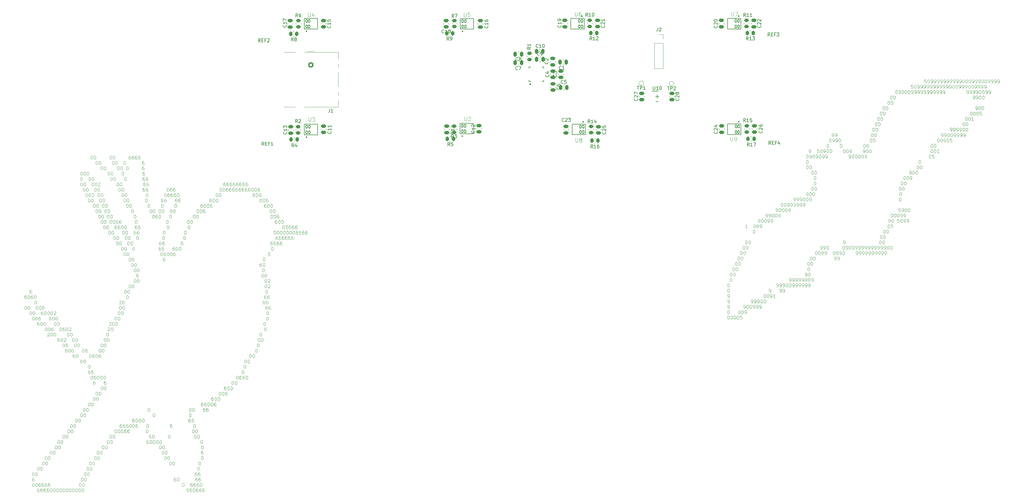
<source format=gbr>
%TF.GenerationSoftware,KiCad,Pcbnew,9.0.6*%
%TF.CreationDate,2026-01-10T21:11:38+01:00*%
%TF.ProjectId,_autosave-sisterboard_A,5f617574-6f73-4617-9665-2d7369737465,1.0*%
%TF.SameCoordinates,Original*%
%TF.FileFunction,Legend,Top*%
%TF.FilePolarity,Positive*%
%FSLAX46Y46*%
G04 Gerber Fmt 4.6, Leading zero omitted, Abs format (unit mm)*
G04 Created by KiCad (PCBNEW 9.0.6) date 2026-01-10 21:11:38*
%MOMM*%
%LPD*%
G01*
G04 APERTURE LIST*
G04 Aperture macros list*
%AMRoundRect*
0 Rectangle with rounded corners*
0 $1 Rounding radius*
0 $2 $3 $4 $5 $6 $7 $8 $9 X,Y pos of 4 corners*
0 Add a 4 corners polygon primitive as box body*
4,1,4,$2,$3,$4,$5,$6,$7,$8,$9,$2,$3,0*
0 Add four circle primitives for the rounded corners*
1,1,$1+$1,$2,$3*
1,1,$1+$1,$4,$5*
1,1,$1+$1,$6,$7*
1,1,$1+$1,$8,$9*
0 Add four rect primitives between the rounded corners*
20,1,$1+$1,$2,$3,$4,$5,0*
20,1,$1+$1,$4,$5,$6,$7,0*
20,1,$1+$1,$6,$7,$8,$9,0*
20,1,$1+$1,$8,$9,$2,$3,0*%
G04 Aperture macros list end*
%ADD10C,0.100000*%
%ADD11C,0.150000*%
%ADD12C,0.088320*%
%ADD13C,0.120000*%
%ADD14C,0.152400*%
%ADD15C,0.250000*%
%ADD16C,0.200000*%
%ADD17C,0.370000*%
%ADD18RoundRect,0.250000X0.250000X0.475000X-0.250000X0.475000X-0.250000X-0.475000X0.250000X-0.475000X0*%
%ADD19RoundRect,0.250000X-0.450000X0.262500X-0.450000X-0.262500X0.450000X-0.262500X0.450000X0.262500X0*%
%ADD20RoundRect,0.250000X-0.250000X-0.475000X0.250000X-0.475000X0.250000X0.475000X-0.250000X0.475000X0*%
%ADD21R,2.794000X2.794000*%
%ADD22R,0.807999X0.254800*%
%ADD23R,0.254800X0.807999*%
%ADD24RoundRect,0.250000X0.262500X0.450000X-0.262500X0.450000X-0.262500X-0.450000X0.262500X-0.450000X0*%
%ADD25RoundRect,0.250000X0.450000X-0.262500X0.450000X0.262500X-0.450000X0.262500X-0.450000X-0.262500X0*%
%ADD26RoundRect,0.250000X0.475000X-0.250000X0.475000X0.250000X-0.475000X0.250000X-0.475000X-0.250000X0*%
%ADD27RoundRect,0.250000X-0.475000X0.250000X-0.475000X-0.250000X0.475000X-0.250000X0.475000X0.250000X0*%
%ADD28RoundRect,0.101600X0.270000X0.375000X-0.270000X0.375000X-0.270000X-0.375000X0.270000X-0.375000X0*%
%ADD29C,0.600000*%
%ADD30C,3.200000*%
%ADD31RoundRect,0.250000X-0.262500X-0.450000X0.262500X-0.450000X0.262500X0.450000X-0.262500X0.450000X0*%
%ADD32C,2.200000*%
%ADD33C,1.720000*%
%ADD34C,1.600000*%
%ADD35RoundRect,0.250000X-0.550000X0.550000X-0.550000X-0.550000X0.550000X-0.550000X0.550000X0.550000X0*%
%ADD36C,3.260000*%
%ADD37RoundRect,0.101600X-0.270000X-0.375000X0.270000X-0.375000X0.270000X0.375000X-0.270000X0.375000X0*%
%ADD38C,1.700000*%
%ADD39R,1.700000X1.700000*%
%ADD40R,1.000001X0.599999*%
%ADD41C,1.000000*%
G04 APERTURE END LIST*
D10*
X269241978Y-96709883D02*
X268765788Y-96709883D01*
X268765788Y-96709883D02*
X268718169Y-97186073D01*
X268718169Y-97186073D02*
X268765788Y-97138454D01*
X268765788Y-97138454D02*
X268861026Y-97090835D01*
X268861026Y-97090835D02*
X269099121Y-97090835D01*
X269099121Y-97090835D02*
X269194359Y-97138454D01*
X269194359Y-97138454D02*
X269241978Y-97186073D01*
X269241978Y-97186073D02*
X269289597Y-97281311D01*
X269289597Y-97281311D02*
X269289597Y-97519406D01*
X269289597Y-97519406D02*
X269241978Y-97614644D01*
X269241978Y-97614644D02*
X269194359Y-97662264D01*
X269194359Y-97662264D02*
X269099121Y-97709883D01*
X269099121Y-97709883D02*
X268861026Y-97709883D01*
X268861026Y-97709883D02*
X268765788Y-97662264D01*
X268765788Y-97662264D02*
X268718169Y-97614644D01*
X269908645Y-96709883D02*
X270003883Y-96709883D01*
X270003883Y-96709883D02*
X270099121Y-96757502D01*
X270099121Y-96757502D02*
X270146740Y-96805121D01*
X270146740Y-96805121D02*
X270194359Y-96900359D01*
X270194359Y-96900359D02*
X270241978Y-97090835D01*
X270241978Y-97090835D02*
X270241978Y-97328930D01*
X270241978Y-97328930D02*
X270194359Y-97519406D01*
X270194359Y-97519406D02*
X270146740Y-97614644D01*
X270146740Y-97614644D02*
X270099121Y-97662264D01*
X270099121Y-97662264D02*
X270003883Y-97709883D01*
X270003883Y-97709883D02*
X269908645Y-97709883D01*
X269908645Y-97709883D02*
X269813407Y-97662264D01*
X269813407Y-97662264D02*
X269765788Y-97614644D01*
X269765788Y-97614644D02*
X269718169Y-97519406D01*
X269718169Y-97519406D02*
X269670550Y-97328930D01*
X269670550Y-97328930D02*
X269670550Y-97090835D01*
X269670550Y-97090835D02*
X269718169Y-96900359D01*
X269718169Y-96900359D02*
X269765788Y-96805121D01*
X269765788Y-96805121D02*
X269813407Y-96757502D01*
X269813407Y-96757502D02*
X269908645Y-96709883D01*
X270718169Y-97709883D02*
X270908645Y-97709883D01*
X270908645Y-97709883D02*
X271003883Y-97662264D01*
X271003883Y-97662264D02*
X271051502Y-97614644D01*
X271051502Y-97614644D02*
X271146740Y-97471787D01*
X271146740Y-97471787D02*
X271194359Y-97281311D01*
X271194359Y-97281311D02*
X271194359Y-96900359D01*
X271194359Y-96900359D02*
X271146740Y-96805121D01*
X271146740Y-96805121D02*
X271099121Y-96757502D01*
X271099121Y-96757502D02*
X271003883Y-96709883D01*
X271003883Y-96709883D02*
X270813407Y-96709883D01*
X270813407Y-96709883D02*
X270718169Y-96757502D01*
X270718169Y-96757502D02*
X270670550Y-96805121D01*
X270670550Y-96805121D02*
X270622931Y-96900359D01*
X270622931Y-96900359D02*
X270622931Y-97138454D01*
X270622931Y-97138454D02*
X270670550Y-97233692D01*
X270670550Y-97233692D02*
X270718169Y-97281311D01*
X270718169Y-97281311D02*
X270813407Y-97328930D01*
X270813407Y-97328930D02*
X271003883Y-97328930D01*
X271003883Y-97328930D02*
X271099121Y-97281311D01*
X271099121Y-97281311D02*
X271146740Y-97233692D01*
X271146740Y-97233692D02*
X271194359Y-97138454D01*
X271670550Y-97709883D02*
X271861026Y-97709883D01*
X271861026Y-97709883D02*
X271956264Y-97662264D01*
X271956264Y-97662264D02*
X272003883Y-97614644D01*
X272003883Y-97614644D02*
X272099121Y-97471787D01*
X272099121Y-97471787D02*
X272146740Y-97281311D01*
X272146740Y-97281311D02*
X272146740Y-96900359D01*
X272146740Y-96900359D02*
X272099121Y-96805121D01*
X272099121Y-96805121D02*
X272051502Y-96757502D01*
X272051502Y-96757502D02*
X271956264Y-96709883D01*
X271956264Y-96709883D02*
X271765788Y-96709883D01*
X271765788Y-96709883D02*
X271670550Y-96757502D01*
X271670550Y-96757502D02*
X271622931Y-96805121D01*
X271622931Y-96805121D02*
X271575312Y-96900359D01*
X271575312Y-96900359D02*
X271575312Y-97138454D01*
X271575312Y-97138454D02*
X271622931Y-97233692D01*
X271622931Y-97233692D02*
X271670550Y-97281311D01*
X271670550Y-97281311D02*
X271765788Y-97328930D01*
X271765788Y-97328930D02*
X271956264Y-97328930D01*
X271956264Y-97328930D02*
X272051502Y-97281311D01*
X272051502Y-97281311D02*
X272099121Y-97233692D01*
X272099121Y-97233692D02*
X272146740Y-97138454D01*
X272622931Y-97709883D02*
X272813407Y-97709883D01*
X272813407Y-97709883D02*
X272908645Y-97662264D01*
X272908645Y-97662264D02*
X272956264Y-97614644D01*
X272956264Y-97614644D02*
X273051502Y-97471787D01*
X273051502Y-97471787D02*
X273099121Y-97281311D01*
X273099121Y-97281311D02*
X273099121Y-96900359D01*
X273099121Y-96900359D02*
X273051502Y-96805121D01*
X273051502Y-96805121D02*
X273003883Y-96757502D01*
X273003883Y-96757502D02*
X272908645Y-96709883D01*
X272908645Y-96709883D02*
X272718169Y-96709883D01*
X272718169Y-96709883D02*
X272622931Y-96757502D01*
X272622931Y-96757502D02*
X272575312Y-96805121D01*
X272575312Y-96805121D02*
X272527693Y-96900359D01*
X272527693Y-96900359D02*
X272527693Y-97138454D01*
X272527693Y-97138454D02*
X272575312Y-97233692D01*
X272575312Y-97233692D02*
X272622931Y-97281311D01*
X272622931Y-97281311D02*
X272718169Y-97328930D01*
X272718169Y-97328930D02*
X272908645Y-97328930D01*
X272908645Y-97328930D02*
X273003883Y-97281311D01*
X273003883Y-97281311D02*
X273051502Y-97233692D01*
X273051502Y-97233692D02*
X273099121Y-97138454D01*
X273575312Y-97709883D02*
X273765788Y-97709883D01*
X273765788Y-97709883D02*
X273861026Y-97662264D01*
X273861026Y-97662264D02*
X273908645Y-97614644D01*
X273908645Y-97614644D02*
X274003883Y-97471787D01*
X274003883Y-97471787D02*
X274051502Y-97281311D01*
X274051502Y-97281311D02*
X274051502Y-96900359D01*
X274051502Y-96900359D02*
X274003883Y-96805121D01*
X274003883Y-96805121D02*
X273956264Y-96757502D01*
X273956264Y-96757502D02*
X273861026Y-96709883D01*
X273861026Y-96709883D02*
X273670550Y-96709883D01*
X273670550Y-96709883D02*
X273575312Y-96757502D01*
X273575312Y-96757502D02*
X273527693Y-96805121D01*
X273527693Y-96805121D02*
X273480074Y-96900359D01*
X273480074Y-96900359D02*
X273480074Y-97138454D01*
X273480074Y-97138454D02*
X273527693Y-97233692D01*
X273527693Y-97233692D02*
X273575312Y-97281311D01*
X273575312Y-97281311D02*
X273670550Y-97328930D01*
X273670550Y-97328930D02*
X273861026Y-97328930D01*
X273861026Y-97328930D02*
X273956264Y-97281311D01*
X273956264Y-97281311D02*
X274003883Y-97233692D01*
X274003883Y-97233692D02*
X274051502Y-97138454D01*
X274527693Y-97709883D02*
X274718169Y-97709883D01*
X274718169Y-97709883D02*
X274813407Y-97662264D01*
X274813407Y-97662264D02*
X274861026Y-97614644D01*
X274861026Y-97614644D02*
X274956264Y-97471787D01*
X274956264Y-97471787D02*
X275003883Y-97281311D01*
X275003883Y-97281311D02*
X275003883Y-96900359D01*
X275003883Y-96900359D02*
X274956264Y-96805121D01*
X274956264Y-96805121D02*
X274908645Y-96757502D01*
X274908645Y-96757502D02*
X274813407Y-96709883D01*
X274813407Y-96709883D02*
X274622931Y-96709883D01*
X274622931Y-96709883D02*
X274527693Y-96757502D01*
X274527693Y-96757502D02*
X274480074Y-96805121D01*
X274480074Y-96805121D02*
X274432455Y-96900359D01*
X274432455Y-96900359D02*
X274432455Y-97138454D01*
X274432455Y-97138454D02*
X274480074Y-97233692D01*
X274480074Y-97233692D02*
X274527693Y-97281311D01*
X274527693Y-97281311D02*
X274622931Y-97328930D01*
X274622931Y-97328930D02*
X274813407Y-97328930D01*
X274813407Y-97328930D02*
X274908645Y-97281311D01*
X274908645Y-97281311D02*
X274956264Y-97233692D01*
X274956264Y-97233692D02*
X275003883Y-97138454D01*
X275480074Y-97709883D02*
X275670550Y-97709883D01*
X275670550Y-97709883D02*
X275765788Y-97662264D01*
X275765788Y-97662264D02*
X275813407Y-97614644D01*
X275813407Y-97614644D02*
X275908645Y-97471787D01*
X275908645Y-97471787D02*
X275956264Y-97281311D01*
X275956264Y-97281311D02*
X275956264Y-96900359D01*
X275956264Y-96900359D02*
X275908645Y-96805121D01*
X275908645Y-96805121D02*
X275861026Y-96757502D01*
X275861026Y-96757502D02*
X275765788Y-96709883D01*
X275765788Y-96709883D02*
X275575312Y-96709883D01*
X275575312Y-96709883D02*
X275480074Y-96757502D01*
X275480074Y-96757502D02*
X275432455Y-96805121D01*
X275432455Y-96805121D02*
X275384836Y-96900359D01*
X275384836Y-96900359D02*
X275384836Y-97138454D01*
X275384836Y-97138454D02*
X275432455Y-97233692D01*
X275432455Y-97233692D02*
X275480074Y-97281311D01*
X275480074Y-97281311D02*
X275575312Y-97328930D01*
X275575312Y-97328930D02*
X275765788Y-97328930D01*
X275765788Y-97328930D02*
X275861026Y-97281311D01*
X275861026Y-97281311D02*
X275908645Y-97233692D01*
X275908645Y-97233692D02*
X275956264Y-97138454D01*
X276432455Y-97709883D02*
X276622931Y-97709883D01*
X276622931Y-97709883D02*
X276718169Y-97662264D01*
X276718169Y-97662264D02*
X276765788Y-97614644D01*
X276765788Y-97614644D02*
X276861026Y-97471787D01*
X276861026Y-97471787D02*
X276908645Y-97281311D01*
X276908645Y-97281311D02*
X276908645Y-96900359D01*
X276908645Y-96900359D02*
X276861026Y-96805121D01*
X276861026Y-96805121D02*
X276813407Y-96757502D01*
X276813407Y-96757502D02*
X276718169Y-96709883D01*
X276718169Y-96709883D02*
X276527693Y-96709883D01*
X276527693Y-96709883D02*
X276432455Y-96757502D01*
X276432455Y-96757502D02*
X276384836Y-96805121D01*
X276384836Y-96805121D02*
X276337217Y-96900359D01*
X276337217Y-96900359D02*
X276337217Y-97138454D01*
X276337217Y-97138454D02*
X276384836Y-97233692D01*
X276384836Y-97233692D02*
X276432455Y-97281311D01*
X276432455Y-97281311D02*
X276527693Y-97328930D01*
X276527693Y-97328930D02*
X276718169Y-97328930D01*
X276718169Y-97328930D02*
X276813407Y-97281311D01*
X276813407Y-97281311D02*
X276861026Y-97233692D01*
X276861026Y-97233692D02*
X276908645Y-97138454D01*
X277384836Y-97709883D02*
X277575312Y-97709883D01*
X277575312Y-97709883D02*
X277670550Y-97662264D01*
X277670550Y-97662264D02*
X277718169Y-97614644D01*
X277718169Y-97614644D02*
X277813407Y-97471787D01*
X277813407Y-97471787D02*
X277861026Y-97281311D01*
X277861026Y-97281311D02*
X277861026Y-96900359D01*
X277861026Y-96900359D02*
X277813407Y-96805121D01*
X277813407Y-96805121D02*
X277765788Y-96757502D01*
X277765788Y-96757502D02*
X277670550Y-96709883D01*
X277670550Y-96709883D02*
X277480074Y-96709883D01*
X277480074Y-96709883D02*
X277384836Y-96757502D01*
X277384836Y-96757502D02*
X277337217Y-96805121D01*
X277337217Y-96805121D02*
X277289598Y-96900359D01*
X277289598Y-96900359D02*
X277289598Y-97138454D01*
X277289598Y-97138454D02*
X277337217Y-97233692D01*
X277337217Y-97233692D02*
X277384836Y-97281311D01*
X277384836Y-97281311D02*
X277480074Y-97328930D01*
X277480074Y-97328930D02*
X277670550Y-97328930D01*
X277670550Y-97328930D02*
X277765788Y-97281311D01*
X277765788Y-97281311D02*
X277813407Y-97233692D01*
X277813407Y-97233692D02*
X277861026Y-97138454D01*
X278337217Y-97709883D02*
X278527693Y-97709883D01*
X278527693Y-97709883D02*
X278622931Y-97662264D01*
X278622931Y-97662264D02*
X278670550Y-97614644D01*
X278670550Y-97614644D02*
X278765788Y-97471787D01*
X278765788Y-97471787D02*
X278813407Y-97281311D01*
X278813407Y-97281311D02*
X278813407Y-96900359D01*
X278813407Y-96900359D02*
X278765788Y-96805121D01*
X278765788Y-96805121D02*
X278718169Y-96757502D01*
X278718169Y-96757502D02*
X278622931Y-96709883D01*
X278622931Y-96709883D02*
X278432455Y-96709883D01*
X278432455Y-96709883D02*
X278337217Y-96757502D01*
X278337217Y-96757502D02*
X278289598Y-96805121D01*
X278289598Y-96805121D02*
X278241979Y-96900359D01*
X278241979Y-96900359D02*
X278241979Y-97138454D01*
X278241979Y-97138454D02*
X278289598Y-97233692D01*
X278289598Y-97233692D02*
X278337217Y-97281311D01*
X278337217Y-97281311D02*
X278432455Y-97328930D01*
X278432455Y-97328930D02*
X278622931Y-97328930D01*
X278622931Y-97328930D02*
X278718169Y-97281311D01*
X278718169Y-97281311D02*
X278765788Y-97233692D01*
X278765788Y-97233692D02*
X278813407Y-97138454D01*
X279289598Y-97709883D02*
X279480074Y-97709883D01*
X279480074Y-97709883D02*
X279575312Y-97662264D01*
X279575312Y-97662264D02*
X279622931Y-97614644D01*
X279622931Y-97614644D02*
X279718169Y-97471787D01*
X279718169Y-97471787D02*
X279765788Y-97281311D01*
X279765788Y-97281311D02*
X279765788Y-96900359D01*
X279765788Y-96900359D02*
X279718169Y-96805121D01*
X279718169Y-96805121D02*
X279670550Y-96757502D01*
X279670550Y-96757502D02*
X279575312Y-96709883D01*
X279575312Y-96709883D02*
X279384836Y-96709883D01*
X279384836Y-96709883D02*
X279289598Y-96757502D01*
X279289598Y-96757502D02*
X279241979Y-96805121D01*
X279241979Y-96805121D02*
X279194360Y-96900359D01*
X279194360Y-96900359D02*
X279194360Y-97138454D01*
X279194360Y-97138454D02*
X279241979Y-97233692D01*
X279241979Y-97233692D02*
X279289598Y-97281311D01*
X279289598Y-97281311D02*
X279384836Y-97328930D01*
X279384836Y-97328930D02*
X279575312Y-97328930D01*
X279575312Y-97328930D02*
X279670550Y-97281311D01*
X279670550Y-97281311D02*
X279718169Y-97233692D01*
X279718169Y-97233692D02*
X279765788Y-97138454D01*
X280384836Y-96709883D02*
X280480074Y-96709883D01*
X280480074Y-96709883D02*
X280575312Y-96757502D01*
X280575312Y-96757502D02*
X280622931Y-96805121D01*
X280622931Y-96805121D02*
X280670550Y-96900359D01*
X280670550Y-96900359D02*
X280718169Y-97090835D01*
X280718169Y-97090835D02*
X280718169Y-97328930D01*
X280718169Y-97328930D02*
X280670550Y-97519406D01*
X280670550Y-97519406D02*
X280622931Y-97614644D01*
X280622931Y-97614644D02*
X280575312Y-97662264D01*
X280575312Y-97662264D02*
X280480074Y-97709883D01*
X280480074Y-97709883D02*
X280384836Y-97709883D01*
X280384836Y-97709883D02*
X280289598Y-97662264D01*
X280289598Y-97662264D02*
X280241979Y-97614644D01*
X280241979Y-97614644D02*
X280194360Y-97519406D01*
X280194360Y-97519406D02*
X280146741Y-97328930D01*
X280146741Y-97328930D02*
X280146741Y-97090835D01*
X280146741Y-97090835D02*
X280194360Y-96900359D01*
X280194360Y-96900359D02*
X280241979Y-96805121D01*
X280241979Y-96805121D02*
X280289598Y-96757502D01*
X280289598Y-96757502D02*
X280384836Y-96709883D01*
X281337217Y-96709883D02*
X281432455Y-96709883D01*
X281432455Y-96709883D02*
X281527693Y-96757502D01*
X281527693Y-96757502D02*
X281575312Y-96805121D01*
X281575312Y-96805121D02*
X281622931Y-96900359D01*
X281622931Y-96900359D02*
X281670550Y-97090835D01*
X281670550Y-97090835D02*
X281670550Y-97328930D01*
X281670550Y-97328930D02*
X281622931Y-97519406D01*
X281622931Y-97519406D02*
X281575312Y-97614644D01*
X281575312Y-97614644D02*
X281527693Y-97662264D01*
X281527693Y-97662264D02*
X281432455Y-97709883D01*
X281432455Y-97709883D02*
X281337217Y-97709883D01*
X281337217Y-97709883D02*
X281241979Y-97662264D01*
X281241979Y-97662264D02*
X281194360Y-97614644D01*
X281194360Y-97614644D02*
X281146741Y-97519406D01*
X281146741Y-97519406D02*
X281099122Y-97328930D01*
X281099122Y-97328930D02*
X281099122Y-97090835D01*
X281099122Y-97090835D02*
X281146741Y-96900359D01*
X281146741Y-96900359D02*
X281194360Y-96805121D01*
X281194360Y-96805121D02*
X281241979Y-96757502D01*
X281241979Y-96757502D02*
X281337217Y-96709883D01*
X282289598Y-96709883D02*
X282384836Y-96709883D01*
X282384836Y-96709883D02*
X282480074Y-96757502D01*
X282480074Y-96757502D02*
X282527693Y-96805121D01*
X282527693Y-96805121D02*
X282575312Y-96900359D01*
X282575312Y-96900359D02*
X282622931Y-97090835D01*
X282622931Y-97090835D02*
X282622931Y-97328930D01*
X282622931Y-97328930D02*
X282575312Y-97519406D01*
X282575312Y-97519406D02*
X282527693Y-97614644D01*
X282527693Y-97614644D02*
X282480074Y-97662264D01*
X282480074Y-97662264D02*
X282384836Y-97709883D01*
X282384836Y-97709883D02*
X282289598Y-97709883D01*
X282289598Y-97709883D02*
X282194360Y-97662264D01*
X282194360Y-97662264D02*
X282146741Y-97614644D01*
X282146741Y-97614644D02*
X282099122Y-97519406D01*
X282099122Y-97519406D02*
X282051503Y-97328930D01*
X282051503Y-97328930D02*
X282051503Y-97090835D01*
X282051503Y-97090835D02*
X282099122Y-96900359D01*
X282099122Y-96900359D02*
X282146741Y-96805121D01*
X282146741Y-96805121D02*
X282194360Y-96757502D01*
X282194360Y-96757502D02*
X282289598Y-96709883D01*
X283099122Y-97709883D02*
X283289598Y-97709883D01*
X283289598Y-97709883D02*
X283384836Y-97662264D01*
X283384836Y-97662264D02*
X283432455Y-97614644D01*
X283432455Y-97614644D02*
X283527693Y-97471787D01*
X283527693Y-97471787D02*
X283575312Y-97281311D01*
X283575312Y-97281311D02*
X283575312Y-96900359D01*
X283575312Y-96900359D02*
X283527693Y-96805121D01*
X283527693Y-96805121D02*
X283480074Y-96757502D01*
X283480074Y-96757502D02*
X283384836Y-96709883D01*
X283384836Y-96709883D02*
X283194360Y-96709883D01*
X283194360Y-96709883D02*
X283099122Y-96757502D01*
X283099122Y-96757502D02*
X283051503Y-96805121D01*
X283051503Y-96805121D02*
X283003884Y-96900359D01*
X283003884Y-96900359D02*
X283003884Y-97138454D01*
X283003884Y-97138454D02*
X283051503Y-97233692D01*
X283051503Y-97233692D02*
X283099122Y-97281311D01*
X283099122Y-97281311D02*
X283194360Y-97328930D01*
X283194360Y-97328930D02*
X283384836Y-97328930D01*
X283384836Y-97328930D02*
X283480074Y-97281311D01*
X283480074Y-97281311D02*
X283527693Y-97233692D01*
X283527693Y-97233692D02*
X283575312Y-97138454D01*
X284051503Y-97709883D02*
X284241979Y-97709883D01*
X284241979Y-97709883D02*
X284337217Y-97662264D01*
X284337217Y-97662264D02*
X284384836Y-97614644D01*
X284384836Y-97614644D02*
X284480074Y-97471787D01*
X284480074Y-97471787D02*
X284527693Y-97281311D01*
X284527693Y-97281311D02*
X284527693Y-96900359D01*
X284527693Y-96900359D02*
X284480074Y-96805121D01*
X284480074Y-96805121D02*
X284432455Y-96757502D01*
X284432455Y-96757502D02*
X284337217Y-96709883D01*
X284337217Y-96709883D02*
X284146741Y-96709883D01*
X284146741Y-96709883D02*
X284051503Y-96757502D01*
X284051503Y-96757502D02*
X284003884Y-96805121D01*
X284003884Y-96805121D02*
X283956265Y-96900359D01*
X283956265Y-96900359D02*
X283956265Y-97138454D01*
X283956265Y-97138454D02*
X284003884Y-97233692D01*
X284003884Y-97233692D02*
X284051503Y-97281311D01*
X284051503Y-97281311D02*
X284146741Y-97328930D01*
X284146741Y-97328930D02*
X284337217Y-97328930D01*
X284337217Y-97328930D02*
X284432455Y-97281311D01*
X284432455Y-97281311D02*
X284480074Y-97233692D01*
X284480074Y-97233692D02*
X284527693Y-97138454D01*
X285003884Y-97709883D02*
X285194360Y-97709883D01*
X285194360Y-97709883D02*
X285289598Y-97662264D01*
X285289598Y-97662264D02*
X285337217Y-97614644D01*
X285337217Y-97614644D02*
X285432455Y-97471787D01*
X285432455Y-97471787D02*
X285480074Y-97281311D01*
X285480074Y-97281311D02*
X285480074Y-96900359D01*
X285480074Y-96900359D02*
X285432455Y-96805121D01*
X285432455Y-96805121D02*
X285384836Y-96757502D01*
X285384836Y-96757502D02*
X285289598Y-96709883D01*
X285289598Y-96709883D02*
X285099122Y-96709883D01*
X285099122Y-96709883D02*
X285003884Y-96757502D01*
X285003884Y-96757502D02*
X284956265Y-96805121D01*
X284956265Y-96805121D02*
X284908646Y-96900359D01*
X284908646Y-96900359D02*
X284908646Y-97138454D01*
X284908646Y-97138454D02*
X284956265Y-97233692D01*
X284956265Y-97233692D02*
X285003884Y-97281311D01*
X285003884Y-97281311D02*
X285099122Y-97328930D01*
X285099122Y-97328930D02*
X285289598Y-97328930D01*
X285289598Y-97328930D02*
X285384836Y-97281311D01*
X285384836Y-97281311D02*
X285432455Y-97233692D01*
X285432455Y-97233692D02*
X285480074Y-97138454D01*
X286099122Y-96709883D02*
X286194360Y-96709883D01*
X286194360Y-96709883D02*
X286289598Y-96757502D01*
X286289598Y-96757502D02*
X286337217Y-96805121D01*
X286337217Y-96805121D02*
X286384836Y-96900359D01*
X286384836Y-96900359D02*
X286432455Y-97090835D01*
X286432455Y-97090835D02*
X286432455Y-97328930D01*
X286432455Y-97328930D02*
X286384836Y-97519406D01*
X286384836Y-97519406D02*
X286337217Y-97614644D01*
X286337217Y-97614644D02*
X286289598Y-97662264D01*
X286289598Y-97662264D02*
X286194360Y-97709883D01*
X286194360Y-97709883D02*
X286099122Y-97709883D01*
X286099122Y-97709883D02*
X286003884Y-97662264D01*
X286003884Y-97662264D02*
X285956265Y-97614644D01*
X285956265Y-97614644D02*
X285908646Y-97519406D01*
X285908646Y-97519406D02*
X285861027Y-97328930D01*
X285861027Y-97328930D02*
X285861027Y-97090835D01*
X285861027Y-97090835D02*
X285908646Y-96900359D01*
X285908646Y-96900359D02*
X285956265Y-96805121D01*
X285956265Y-96805121D02*
X286003884Y-96757502D01*
X286003884Y-96757502D02*
X286099122Y-96709883D01*
X287051503Y-96709883D02*
X287146741Y-96709883D01*
X287146741Y-96709883D02*
X287241979Y-96757502D01*
X287241979Y-96757502D02*
X287289598Y-96805121D01*
X287289598Y-96805121D02*
X287337217Y-96900359D01*
X287337217Y-96900359D02*
X287384836Y-97090835D01*
X287384836Y-97090835D02*
X287384836Y-97328930D01*
X287384836Y-97328930D02*
X287337217Y-97519406D01*
X287337217Y-97519406D02*
X287289598Y-97614644D01*
X287289598Y-97614644D02*
X287241979Y-97662264D01*
X287241979Y-97662264D02*
X287146741Y-97709883D01*
X287146741Y-97709883D02*
X287051503Y-97709883D01*
X287051503Y-97709883D02*
X286956265Y-97662264D01*
X286956265Y-97662264D02*
X286908646Y-97614644D01*
X286908646Y-97614644D02*
X286861027Y-97519406D01*
X286861027Y-97519406D02*
X286813408Y-97328930D01*
X286813408Y-97328930D02*
X286813408Y-97090835D01*
X286813408Y-97090835D02*
X286861027Y-96900359D01*
X286861027Y-96900359D02*
X286908646Y-96805121D01*
X286908646Y-96805121D02*
X286956265Y-96757502D01*
X286956265Y-96757502D02*
X287051503Y-96709883D01*
X287861027Y-97709883D02*
X288051503Y-97709883D01*
X288051503Y-97709883D02*
X288146741Y-97662264D01*
X288146741Y-97662264D02*
X288194360Y-97614644D01*
X288194360Y-97614644D02*
X288289598Y-97471787D01*
X288289598Y-97471787D02*
X288337217Y-97281311D01*
X288337217Y-97281311D02*
X288337217Y-96900359D01*
X288337217Y-96900359D02*
X288289598Y-96805121D01*
X288289598Y-96805121D02*
X288241979Y-96757502D01*
X288241979Y-96757502D02*
X288146741Y-96709883D01*
X288146741Y-96709883D02*
X287956265Y-96709883D01*
X287956265Y-96709883D02*
X287861027Y-96757502D01*
X287861027Y-96757502D02*
X287813408Y-96805121D01*
X287813408Y-96805121D02*
X287765789Y-96900359D01*
X287765789Y-96900359D02*
X287765789Y-97138454D01*
X287765789Y-97138454D02*
X287813408Y-97233692D01*
X287813408Y-97233692D02*
X287861027Y-97281311D01*
X287861027Y-97281311D02*
X287956265Y-97328930D01*
X287956265Y-97328930D02*
X288146741Y-97328930D01*
X288146741Y-97328930D02*
X288241979Y-97281311D01*
X288241979Y-97281311D02*
X288289598Y-97233692D01*
X288289598Y-97233692D02*
X288337217Y-97138454D01*
X288813408Y-97709883D02*
X289003884Y-97709883D01*
X289003884Y-97709883D02*
X289099122Y-97662264D01*
X289099122Y-97662264D02*
X289146741Y-97614644D01*
X289146741Y-97614644D02*
X289241979Y-97471787D01*
X289241979Y-97471787D02*
X289289598Y-97281311D01*
X289289598Y-97281311D02*
X289289598Y-96900359D01*
X289289598Y-96900359D02*
X289241979Y-96805121D01*
X289241979Y-96805121D02*
X289194360Y-96757502D01*
X289194360Y-96757502D02*
X289099122Y-96709883D01*
X289099122Y-96709883D02*
X288908646Y-96709883D01*
X288908646Y-96709883D02*
X288813408Y-96757502D01*
X288813408Y-96757502D02*
X288765789Y-96805121D01*
X288765789Y-96805121D02*
X288718170Y-96900359D01*
X288718170Y-96900359D02*
X288718170Y-97138454D01*
X288718170Y-97138454D02*
X288765789Y-97233692D01*
X288765789Y-97233692D02*
X288813408Y-97281311D01*
X288813408Y-97281311D02*
X288908646Y-97328930D01*
X288908646Y-97328930D02*
X289099122Y-97328930D01*
X289099122Y-97328930D02*
X289194360Y-97281311D01*
X289194360Y-97281311D02*
X289241979Y-97233692D01*
X289241979Y-97233692D02*
X289289598Y-97138454D01*
X289765789Y-97709883D02*
X289956265Y-97709883D01*
X289956265Y-97709883D02*
X290051503Y-97662264D01*
X290051503Y-97662264D02*
X290099122Y-97614644D01*
X290099122Y-97614644D02*
X290194360Y-97471787D01*
X290194360Y-97471787D02*
X290241979Y-97281311D01*
X290241979Y-97281311D02*
X290241979Y-96900359D01*
X290241979Y-96900359D02*
X290194360Y-96805121D01*
X290194360Y-96805121D02*
X290146741Y-96757502D01*
X290146741Y-96757502D02*
X290051503Y-96709883D01*
X290051503Y-96709883D02*
X289861027Y-96709883D01*
X289861027Y-96709883D02*
X289765789Y-96757502D01*
X289765789Y-96757502D02*
X289718170Y-96805121D01*
X289718170Y-96805121D02*
X289670551Y-96900359D01*
X289670551Y-96900359D02*
X289670551Y-97138454D01*
X289670551Y-97138454D02*
X289718170Y-97233692D01*
X289718170Y-97233692D02*
X289765789Y-97281311D01*
X289765789Y-97281311D02*
X289861027Y-97328930D01*
X289861027Y-97328930D02*
X290051503Y-97328930D01*
X290051503Y-97328930D02*
X290146741Y-97281311D01*
X290146741Y-97281311D02*
X290194360Y-97233692D01*
X290194360Y-97233692D02*
X290241979Y-97138454D01*
X290718170Y-97709883D02*
X290908646Y-97709883D01*
X290908646Y-97709883D02*
X291003884Y-97662264D01*
X291003884Y-97662264D02*
X291051503Y-97614644D01*
X291051503Y-97614644D02*
X291146741Y-97471787D01*
X291146741Y-97471787D02*
X291194360Y-97281311D01*
X291194360Y-97281311D02*
X291194360Y-96900359D01*
X291194360Y-96900359D02*
X291146741Y-96805121D01*
X291146741Y-96805121D02*
X291099122Y-96757502D01*
X291099122Y-96757502D02*
X291003884Y-96709883D01*
X291003884Y-96709883D02*
X290813408Y-96709883D01*
X290813408Y-96709883D02*
X290718170Y-96757502D01*
X290718170Y-96757502D02*
X290670551Y-96805121D01*
X290670551Y-96805121D02*
X290622932Y-96900359D01*
X290622932Y-96900359D02*
X290622932Y-97138454D01*
X290622932Y-97138454D02*
X290670551Y-97233692D01*
X290670551Y-97233692D02*
X290718170Y-97281311D01*
X290718170Y-97281311D02*
X290813408Y-97328930D01*
X290813408Y-97328930D02*
X291003884Y-97328930D01*
X291003884Y-97328930D02*
X291099122Y-97281311D01*
X291099122Y-97281311D02*
X291146741Y-97233692D01*
X291146741Y-97233692D02*
X291194360Y-97138454D01*
X265241978Y-98319827D02*
X264765788Y-98319827D01*
X264765788Y-98319827D02*
X264718169Y-98796017D01*
X264718169Y-98796017D02*
X264765788Y-98748398D01*
X264765788Y-98748398D02*
X264861026Y-98700779D01*
X264861026Y-98700779D02*
X265099121Y-98700779D01*
X265099121Y-98700779D02*
X265194359Y-98748398D01*
X265194359Y-98748398D02*
X265241978Y-98796017D01*
X265241978Y-98796017D02*
X265289597Y-98891255D01*
X265289597Y-98891255D02*
X265289597Y-99129350D01*
X265289597Y-99129350D02*
X265241978Y-99224588D01*
X265241978Y-99224588D02*
X265194359Y-99272208D01*
X265194359Y-99272208D02*
X265099121Y-99319827D01*
X265099121Y-99319827D02*
X264861026Y-99319827D01*
X264861026Y-99319827D02*
X264765788Y-99272208D01*
X264765788Y-99272208D02*
X264718169Y-99224588D01*
X265908645Y-98319827D02*
X266003883Y-98319827D01*
X266003883Y-98319827D02*
X266099121Y-98367446D01*
X266099121Y-98367446D02*
X266146740Y-98415065D01*
X266146740Y-98415065D02*
X266194359Y-98510303D01*
X266194359Y-98510303D02*
X266241978Y-98700779D01*
X266241978Y-98700779D02*
X266241978Y-98938874D01*
X266241978Y-98938874D02*
X266194359Y-99129350D01*
X266194359Y-99129350D02*
X266146740Y-99224588D01*
X266146740Y-99224588D02*
X266099121Y-99272208D01*
X266099121Y-99272208D02*
X266003883Y-99319827D01*
X266003883Y-99319827D02*
X265908645Y-99319827D01*
X265908645Y-99319827D02*
X265813407Y-99272208D01*
X265813407Y-99272208D02*
X265765788Y-99224588D01*
X265765788Y-99224588D02*
X265718169Y-99129350D01*
X265718169Y-99129350D02*
X265670550Y-98938874D01*
X265670550Y-98938874D02*
X265670550Y-98700779D01*
X265670550Y-98700779D02*
X265718169Y-98510303D01*
X265718169Y-98510303D02*
X265765788Y-98415065D01*
X265765788Y-98415065D02*
X265813407Y-98367446D01*
X265813407Y-98367446D02*
X265908645Y-98319827D01*
X266718169Y-99319827D02*
X266908645Y-99319827D01*
X266908645Y-99319827D02*
X267003883Y-99272208D01*
X267003883Y-99272208D02*
X267051502Y-99224588D01*
X267051502Y-99224588D02*
X267146740Y-99081731D01*
X267146740Y-99081731D02*
X267194359Y-98891255D01*
X267194359Y-98891255D02*
X267194359Y-98510303D01*
X267194359Y-98510303D02*
X267146740Y-98415065D01*
X267146740Y-98415065D02*
X267099121Y-98367446D01*
X267099121Y-98367446D02*
X267003883Y-98319827D01*
X267003883Y-98319827D02*
X266813407Y-98319827D01*
X266813407Y-98319827D02*
X266718169Y-98367446D01*
X266718169Y-98367446D02*
X266670550Y-98415065D01*
X266670550Y-98415065D02*
X266622931Y-98510303D01*
X266622931Y-98510303D02*
X266622931Y-98748398D01*
X266622931Y-98748398D02*
X266670550Y-98843636D01*
X266670550Y-98843636D02*
X266718169Y-98891255D01*
X266718169Y-98891255D02*
X266813407Y-98938874D01*
X266813407Y-98938874D02*
X267003883Y-98938874D01*
X267003883Y-98938874D02*
X267099121Y-98891255D01*
X267099121Y-98891255D02*
X267146740Y-98843636D01*
X267146740Y-98843636D02*
X267194359Y-98748398D01*
X267670550Y-99319827D02*
X267861026Y-99319827D01*
X267861026Y-99319827D02*
X267956264Y-99272208D01*
X267956264Y-99272208D02*
X268003883Y-99224588D01*
X268003883Y-99224588D02*
X268099121Y-99081731D01*
X268099121Y-99081731D02*
X268146740Y-98891255D01*
X268146740Y-98891255D02*
X268146740Y-98510303D01*
X268146740Y-98510303D02*
X268099121Y-98415065D01*
X268099121Y-98415065D02*
X268051502Y-98367446D01*
X268051502Y-98367446D02*
X267956264Y-98319827D01*
X267956264Y-98319827D02*
X267765788Y-98319827D01*
X267765788Y-98319827D02*
X267670550Y-98367446D01*
X267670550Y-98367446D02*
X267622931Y-98415065D01*
X267622931Y-98415065D02*
X267575312Y-98510303D01*
X267575312Y-98510303D02*
X267575312Y-98748398D01*
X267575312Y-98748398D02*
X267622931Y-98843636D01*
X267622931Y-98843636D02*
X267670550Y-98891255D01*
X267670550Y-98891255D02*
X267765788Y-98938874D01*
X267765788Y-98938874D02*
X267956264Y-98938874D01*
X267956264Y-98938874D02*
X268051502Y-98891255D01*
X268051502Y-98891255D02*
X268099121Y-98843636D01*
X268099121Y-98843636D02*
X268146740Y-98748398D01*
X268622931Y-99319827D02*
X268813407Y-99319827D01*
X268813407Y-99319827D02*
X268908645Y-99272208D01*
X268908645Y-99272208D02*
X268956264Y-99224588D01*
X268956264Y-99224588D02*
X269051502Y-99081731D01*
X269051502Y-99081731D02*
X269099121Y-98891255D01*
X269099121Y-98891255D02*
X269099121Y-98510303D01*
X269099121Y-98510303D02*
X269051502Y-98415065D01*
X269051502Y-98415065D02*
X269003883Y-98367446D01*
X269003883Y-98367446D02*
X268908645Y-98319827D01*
X268908645Y-98319827D02*
X268718169Y-98319827D01*
X268718169Y-98319827D02*
X268622931Y-98367446D01*
X268622931Y-98367446D02*
X268575312Y-98415065D01*
X268575312Y-98415065D02*
X268527693Y-98510303D01*
X268527693Y-98510303D02*
X268527693Y-98748398D01*
X268527693Y-98748398D02*
X268575312Y-98843636D01*
X268575312Y-98843636D02*
X268622931Y-98891255D01*
X268622931Y-98891255D02*
X268718169Y-98938874D01*
X268718169Y-98938874D02*
X268908645Y-98938874D01*
X268908645Y-98938874D02*
X269003883Y-98891255D01*
X269003883Y-98891255D02*
X269051502Y-98843636D01*
X269051502Y-98843636D02*
X269099121Y-98748398D01*
X269575312Y-99319827D02*
X269765788Y-99319827D01*
X269765788Y-99319827D02*
X269861026Y-99272208D01*
X269861026Y-99272208D02*
X269908645Y-99224588D01*
X269908645Y-99224588D02*
X270003883Y-99081731D01*
X270003883Y-99081731D02*
X270051502Y-98891255D01*
X270051502Y-98891255D02*
X270051502Y-98510303D01*
X270051502Y-98510303D02*
X270003883Y-98415065D01*
X270003883Y-98415065D02*
X269956264Y-98367446D01*
X269956264Y-98367446D02*
X269861026Y-98319827D01*
X269861026Y-98319827D02*
X269670550Y-98319827D01*
X269670550Y-98319827D02*
X269575312Y-98367446D01*
X269575312Y-98367446D02*
X269527693Y-98415065D01*
X269527693Y-98415065D02*
X269480074Y-98510303D01*
X269480074Y-98510303D02*
X269480074Y-98748398D01*
X269480074Y-98748398D02*
X269527693Y-98843636D01*
X269527693Y-98843636D02*
X269575312Y-98891255D01*
X269575312Y-98891255D02*
X269670550Y-98938874D01*
X269670550Y-98938874D02*
X269861026Y-98938874D01*
X269861026Y-98938874D02*
X269956264Y-98891255D01*
X269956264Y-98891255D02*
X270003883Y-98843636D01*
X270003883Y-98843636D02*
X270051502Y-98748398D01*
X270527693Y-99319827D02*
X270718169Y-99319827D01*
X270718169Y-99319827D02*
X270813407Y-99272208D01*
X270813407Y-99272208D02*
X270861026Y-99224588D01*
X270861026Y-99224588D02*
X270956264Y-99081731D01*
X270956264Y-99081731D02*
X271003883Y-98891255D01*
X271003883Y-98891255D02*
X271003883Y-98510303D01*
X271003883Y-98510303D02*
X270956264Y-98415065D01*
X270956264Y-98415065D02*
X270908645Y-98367446D01*
X270908645Y-98367446D02*
X270813407Y-98319827D01*
X270813407Y-98319827D02*
X270622931Y-98319827D01*
X270622931Y-98319827D02*
X270527693Y-98367446D01*
X270527693Y-98367446D02*
X270480074Y-98415065D01*
X270480074Y-98415065D02*
X270432455Y-98510303D01*
X270432455Y-98510303D02*
X270432455Y-98748398D01*
X270432455Y-98748398D02*
X270480074Y-98843636D01*
X270480074Y-98843636D02*
X270527693Y-98891255D01*
X270527693Y-98891255D02*
X270622931Y-98938874D01*
X270622931Y-98938874D02*
X270813407Y-98938874D01*
X270813407Y-98938874D02*
X270908645Y-98891255D01*
X270908645Y-98891255D02*
X270956264Y-98843636D01*
X270956264Y-98843636D02*
X271003883Y-98748398D01*
X271480074Y-99319827D02*
X271670550Y-99319827D01*
X271670550Y-99319827D02*
X271765788Y-99272208D01*
X271765788Y-99272208D02*
X271813407Y-99224588D01*
X271813407Y-99224588D02*
X271908645Y-99081731D01*
X271908645Y-99081731D02*
X271956264Y-98891255D01*
X271956264Y-98891255D02*
X271956264Y-98510303D01*
X271956264Y-98510303D02*
X271908645Y-98415065D01*
X271908645Y-98415065D02*
X271861026Y-98367446D01*
X271861026Y-98367446D02*
X271765788Y-98319827D01*
X271765788Y-98319827D02*
X271575312Y-98319827D01*
X271575312Y-98319827D02*
X271480074Y-98367446D01*
X271480074Y-98367446D02*
X271432455Y-98415065D01*
X271432455Y-98415065D02*
X271384836Y-98510303D01*
X271384836Y-98510303D02*
X271384836Y-98748398D01*
X271384836Y-98748398D02*
X271432455Y-98843636D01*
X271432455Y-98843636D02*
X271480074Y-98891255D01*
X271480074Y-98891255D02*
X271575312Y-98938874D01*
X271575312Y-98938874D02*
X271765788Y-98938874D01*
X271765788Y-98938874D02*
X271861026Y-98891255D01*
X271861026Y-98891255D02*
X271908645Y-98843636D01*
X271908645Y-98843636D02*
X271956264Y-98748398D01*
X272432455Y-99319827D02*
X272622931Y-99319827D01*
X272622931Y-99319827D02*
X272718169Y-99272208D01*
X272718169Y-99272208D02*
X272765788Y-99224588D01*
X272765788Y-99224588D02*
X272861026Y-99081731D01*
X272861026Y-99081731D02*
X272908645Y-98891255D01*
X272908645Y-98891255D02*
X272908645Y-98510303D01*
X272908645Y-98510303D02*
X272861026Y-98415065D01*
X272861026Y-98415065D02*
X272813407Y-98367446D01*
X272813407Y-98367446D02*
X272718169Y-98319827D01*
X272718169Y-98319827D02*
X272527693Y-98319827D01*
X272527693Y-98319827D02*
X272432455Y-98367446D01*
X272432455Y-98367446D02*
X272384836Y-98415065D01*
X272384836Y-98415065D02*
X272337217Y-98510303D01*
X272337217Y-98510303D02*
X272337217Y-98748398D01*
X272337217Y-98748398D02*
X272384836Y-98843636D01*
X272384836Y-98843636D02*
X272432455Y-98891255D01*
X272432455Y-98891255D02*
X272527693Y-98938874D01*
X272527693Y-98938874D02*
X272718169Y-98938874D01*
X272718169Y-98938874D02*
X272813407Y-98891255D01*
X272813407Y-98891255D02*
X272861026Y-98843636D01*
X272861026Y-98843636D02*
X272908645Y-98748398D01*
X273384836Y-99319827D02*
X273575312Y-99319827D01*
X273575312Y-99319827D02*
X273670550Y-99272208D01*
X273670550Y-99272208D02*
X273718169Y-99224588D01*
X273718169Y-99224588D02*
X273813407Y-99081731D01*
X273813407Y-99081731D02*
X273861026Y-98891255D01*
X273861026Y-98891255D02*
X273861026Y-98510303D01*
X273861026Y-98510303D02*
X273813407Y-98415065D01*
X273813407Y-98415065D02*
X273765788Y-98367446D01*
X273765788Y-98367446D02*
X273670550Y-98319827D01*
X273670550Y-98319827D02*
X273480074Y-98319827D01*
X273480074Y-98319827D02*
X273384836Y-98367446D01*
X273384836Y-98367446D02*
X273337217Y-98415065D01*
X273337217Y-98415065D02*
X273289598Y-98510303D01*
X273289598Y-98510303D02*
X273289598Y-98748398D01*
X273289598Y-98748398D02*
X273337217Y-98843636D01*
X273337217Y-98843636D02*
X273384836Y-98891255D01*
X273384836Y-98891255D02*
X273480074Y-98938874D01*
X273480074Y-98938874D02*
X273670550Y-98938874D01*
X273670550Y-98938874D02*
X273765788Y-98891255D01*
X273765788Y-98891255D02*
X273813407Y-98843636D01*
X273813407Y-98843636D02*
X273861026Y-98748398D01*
X274337217Y-99319827D02*
X274527693Y-99319827D01*
X274527693Y-99319827D02*
X274622931Y-99272208D01*
X274622931Y-99272208D02*
X274670550Y-99224588D01*
X274670550Y-99224588D02*
X274765788Y-99081731D01*
X274765788Y-99081731D02*
X274813407Y-98891255D01*
X274813407Y-98891255D02*
X274813407Y-98510303D01*
X274813407Y-98510303D02*
X274765788Y-98415065D01*
X274765788Y-98415065D02*
X274718169Y-98367446D01*
X274718169Y-98367446D02*
X274622931Y-98319827D01*
X274622931Y-98319827D02*
X274432455Y-98319827D01*
X274432455Y-98319827D02*
X274337217Y-98367446D01*
X274337217Y-98367446D02*
X274289598Y-98415065D01*
X274289598Y-98415065D02*
X274241979Y-98510303D01*
X274241979Y-98510303D02*
X274241979Y-98748398D01*
X274241979Y-98748398D02*
X274289598Y-98843636D01*
X274289598Y-98843636D02*
X274337217Y-98891255D01*
X274337217Y-98891255D02*
X274432455Y-98938874D01*
X274432455Y-98938874D02*
X274622931Y-98938874D01*
X274622931Y-98938874D02*
X274718169Y-98891255D01*
X274718169Y-98891255D02*
X274765788Y-98843636D01*
X274765788Y-98843636D02*
X274813407Y-98748398D01*
X275289598Y-99319827D02*
X275480074Y-99319827D01*
X275480074Y-99319827D02*
X275575312Y-99272208D01*
X275575312Y-99272208D02*
X275622931Y-99224588D01*
X275622931Y-99224588D02*
X275718169Y-99081731D01*
X275718169Y-99081731D02*
X275765788Y-98891255D01*
X275765788Y-98891255D02*
X275765788Y-98510303D01*
X275765788Y-98510303D02*
X275718169Y-98415065D01*
X275718169Y-98415065D02*
X275670550Y-98367446D01*
X275670550Y-98367446D02*
X275575312Y-98319827D01*
X275575312Y-98319827D02*
X275384836Y-98319827D01*
X275384836Y-98319827D02*
X275289598Y-98367446D01*
X275289598Y-98367446D02*
X275241979Y-98415065D01*
X275241979Y-98415065D02*
X275194360Y-98510303D01*
X275194360Y-98510303D02*
X275194360Y-98748398D01*
X275194360Y-98748398D02*
X275241979Y-98843636D01*
X275241979Y-98843636D02*
X275289598Y-98891255D01*
X275289598Y-98891255D02*
X275384836Y-98938874D01*
X275384836Y-98938874D02*
X275575312Y-98938874D01*
X275575312Y-98938874D02*
X275670550Y-98891255D01*
X275670550Y-98891255D02*
X275718169Y-98843636D01*
X275718169Y-98843636D02*
X275765788Y-98748398D01*
X276384836Y-98319827D02*
X276480074Y-98319827D01*
X276480074Y-98319827D02*
X276575312Y-98367446D01*
X276575312Y-98367446D02*
X276622931Y-98415065D01*
X276622931Y-98415065D02*
X276670550Y-98510303D01*
X276670550Y-98510303D02*
X276718169Y-98700779D01*
X276718169Y-98700779D02*
X276718169Y-98938874D01*
X276718169Y-98938874D02*
X276670550Y-99129350D01*
X276670550Y-99129350D02*
X276622931Y-99224588D01*
X276622931Y-99224588D02*
X276575312Y-99272208D01*
X276575312Y-99272208D02*
X276480074Y-99319827D01*
X276480074Y-99319827D02*
X276384836Y-99319827D01*
X276384836Y-99319827D02*
X276289598Y-99272208D01*
X276289598Y-99272208D02*
X276241979Y-99224588D01*
X276241979Y-99224588D02*
X276194360Y-99129350D01*
X276194360Y-99129350D02*
X276146741Y-98938874D01*
X276146741Y-98938874D02*
X276146741Y-98700779D01*
X276146741Y-98700779D02*
X276194360Y-98510303D01*
X276194360Y-98510303D02*
X276241979Y-98415065D01*
X276241979Y-98415065D02*
X276289598Y-98367446D01*
X276289598Y-98367446D02*
X276384836Y-98319827D01*
X277337217Y-98319827D02*
X277432455Y-98319827D01*
X277432455Y-98319827D02*
X277527693Y-98367446D01*
X277527693Y-98367446D02*
X277575312Y-98415065D01*
X277575312Y-98415065D02*
X277622931Y-98510303D01*
X277622931Y-98510303D02*
X277670550Y-98700779D01*
X277670550Y-98700779D02*
X277670550Y-98938874D01*
X277670550Y-98938874D02*
X277622931Y-99129350D01*
X277622931Y-99129350D02*
X277575312Y-99224588D01*
X277575312Y-99224588D02*
X277527693Y-99272208D01*
X277527693Y-99272208D02*
X277432455Y-99319827D01*
X277432455Y-99319827D02*
X277337217Y-99319827D01*
X277337217Y-99319827D02*
X277241979Y-99272208D01*
X277241979Y-99272208D02*
X277194360Y-99224588D01*
X277194360Y-99224588D02*
X277146741Y-99129350D01*
X277146741Y-99129350D02*
X277099122Y-98938874D01*
X277099122Y-98938874D02*
X277099122Y-98700779D01*
X277099122Y-98700779D02*
X277146741Y-98510303D01*
X277146741Y-98510303D02*
X277194360Y-98415065D01*
X277194360Y-98415065D02*
X277241979Y-98367446D01*
X277241979Y-98367446D02*
X277337217Y-98319827D01*
X278289598Y-98319827D02*
X278384836Y-98319827D01*
X278384836Y-98319827D02*
X278480074Y-98367446D01*
X278480074Y-98367446D02*
X278527693Y-98415065D01*
X278527693Y-98415065D02*
X278575312Y-98510303D01*
X278575312Y-98510303D02*
X278622931Y-98700779D01*
X278622931Y-98700779D02*
X278622931Y-98938874D01*
X278622931Y-98938874D02*
X278575312Y-99129350D01*
X278575312Y-99129350D02*
X278527693Y-99224588D01*
X278527693Y-99224588D02*
X278480074Y-99272208D01*
X278480074Y-99272208D02*
X278384836Y-99319827D01*
X278384836Y-99319827D02*
X278289598Y-99319827D01*
X278289598Y-99319827D02*
X278194360Y-99272208D01*
X278194360Y-99272208D02*
X278146741Y-99224588D01*
X278146741Y-99224588D02*
X278099122Y-99129350D01*
X278099122Y-99129350D02*
X278051503Y-98938874D01*
X278051503Y-98938874D02*
X278051503Y-98700779D01*
X278051503Y-98700779D02*
X278099122Y-98510303D01*
X278099122Y-98510303D02*
X278146741Y-98415065D01*
X278146741Y-98415065D02*
X278194360Y-98367446D01*
X278194360Y-98367446D02*
X278289598Y-98319827D01*
X279099122Y-99319827D02*
X279289598Y-99319827D01*
X279289598Y-99319827D02*
X279384836Y-99272208D01*
X279384836Y-99272208D02*
X279432455Y-99224588D01*
X279432455Y-99224588D02*
X279527693Y-99081731D01*
X279527693Y-99081731D02*
X279575312Y-98891255D01*
X279575312Y-98891255D02*
X279575312Y-98510303D01*
X279575312Y-98510303D02*
X279527693Y-98415065D01*
X279527693Y-98415065D02*
X279480074Y-98367446D01*
X279480074Y-98367446D02*
X279384836Y-98319827D01*
X279384836Y-98319827D02*
X279194360Y-98319827D01*
X279194360Y-98319827D02*
X279099122Y-98367446D01*
X279099122Y-98367446D02*
X279051503Y-98415065D01*
X279051503Y-98415065D02*
X279003884Y-98510303D01*
X279003884Y-98510303D02*
X279003884Y-98748398D01*
X279003884Y-98748398D02*
X279051503Y-98843636D01*
X279051503Y-98843636D02*
X279099122Y-98891255D01*
X279099122Y-98891255D02*
X279194360Y-98938874D01*
X279194360Y-98938874D02*
X279384836Y-98938874D01*
X279384836Y-98938874D02*
X279480074Y-98891255D01*
X279480074Y-98891255D02*
X279527693Y-98843636D01*
X279527693Y-98843636D02*
X279575312Y-98748398D01*
X280051503Y-99319827D02*
X280241979Y-99319827D01*
X280241979Y-99319827D02*
X280337217Y-99272208D01*
X280337217Y-99272208D02*
X280384836Y-99224588D01*
X280384836Y-99224588D02*
X280480074Y-99081731D01*
X280480074Y-99081731D02*
X280527693Y-98891255D01*
X280527693Y-98891255D02*
X280527693Y-98510303D01*
X280527693Y-98510303D02*
X280480074Y-98415065D01*
X280480074Y-98415065D02*
X280432455Y-98367446D01*
X280432455Y-98367446D02*
X280337217Y-98319827D01*
X280337217Y-98319827D02*
X280146741Y-98319827D01*
X280146741Y-98319827D02*
X280051503Y-98367446D01*
X280051503Y-98367446D02*
X280003884Y-98415065D01*
X280003884Y-98415065D02*
X279956265Y-98510303D01*
X279956265Y-98510303D02*
X279956265Y-98748398D01*
X279956265Y-98748398D02*
X280003884Y-98843636D01*
X280003884Y-98843636D02*
X280051503Y-98891255D01*
X280051503Y-98891255D02*
X280146741Y-98938874D01*
X280146741Y-98938874D02*
X280337217Y-98938874D01*
X280337217Y-98938874D02*
X280432455Y-98891255D01*
X280432455Y-98891255D02*
X280480074Y-98843636D01*
X280480074Y-98843636D02*
X280527693Y-98748398D01*
X281003884Y-99319827D02*
X281194360Y-99319827D01*
X281194360Y-99319827D02*
X281289598Y-99272208D01*
X281289598Y-99272208D02*
X281337217Y-99224588D01*
X281337217Y-99224588D02*
X281432455Y-99081731D01*
X281432455Y-99081731D02*
X281480074Y-98891255D01*
X281480074Y-98891255D02*
X281480074Y-98510303D01*
X281480074Y-98510303D02*
X281432455Y-98415065D01*
X281432455Y-98415065D02*
X281384836Y-98367446D01*
X281384836Y-98367446D02*
X281289598Y-98319827D01*
X281289598Y-98319827D02*
X281099122Y-98319827D01*
X281099122Y-98319827D02*
X281003884Y-98367446D01*
X281003884Y-98367446D02*
X280956265Y-98415065D01*
X280956265Y-98415065D02*
X280908646Y-98510303D01*
X280908646Y-98510303D02*
X280908646Y-98748398D01*
X280908646Y-98748398D02*
X280956265Y-98843636D01*
X280956265Y-98843636D02*
X281003884Y-98891255D01*
X281003884Y-98891255D02*
X281099122Y-98938874D01*
X281099122Y-98938874D02*
X281289598Y-98938874D01*
X281289598Y-98938874D02*
X281384836Y-98891255D01*
X281384836Y-98891255D02*
X281432455Y-98843636D01*
X281432455Y-98843636D02*
X281480074Y-98748398D01*
X282099122Y-98319827D02*
X282194360Y-98319827D01*
X282194360Y-98319827D02*
X282289598Y-98367446D01*
X282289598Y-98367446D02*
X282337217Y-98415065D01*
X282337217Y-98415065D02*
X282384836Y-98510303D01*
X282384836Y-98510303D02*
X282432455Y-98700779D01*
X282432455Y-98700779D02*
X282432455Y-98938874D01*
X282432455Y-98938874D02*
X282384836Y-99129350D01*
X282384836Y-99129350D02*
X282337217Y-99224588D01*
X282337217Y-99224588D02*
X282289598Y-99272208D01*
X282289598Y-99272208D02*
X282194360Y-99319827D01*
X282194360Y-99319827D02*
X282099122Y-99319827D01*
X282099122Y-99319827D02*
X282003884Y-99272208D01*
X282003884Y-99272208D02*
X281956265Y-99224588D01*
X281956265Y-99224588D02*
X281908646Y-99129350D01*
X281908646Y-99129350D02*
X281861027Y-98938874D01*
X281861027Y-98938874D02*
X281861027Y-98700779D01*
X281861027Y-98700779D02*
X281908646Y-98510303D01*
X281908646Y-98510303D02*
X281956265Y-98415065D01*
X281956265Y-98415065D02*
X282003884Y-98367446D01*
X282003884Y-98367446D02*
X282099122Y-98319827D01*
X283051503Y-98319827D02*
X283146741Y-98319827D01*
X283146741Y-98319827D02*
X283241979Y-98367446D01*
X283241979Y-98367446D02*
X283289598Y-98415065D01*
X283289598Y-98415065D02*
X283337217Y-98510303D01*
X283337217Y-98510303D02*
X283384836Y-98700779D01*
X283384836Y-98700779D02*
X283384836Y-98938874D01*
X283384836Y-98938874D02*
X283337217Y-99129350D01*
X283337217Y-99129350D02*
X283289598Y-99224588D01*
X283289598Y-99224588D02*
X283241979Y-99272208D01*
X283241979Y-99272208D02*
X283146741Y-99319827D01*
X283146741Y-99319827D02*
X283051503Y-99319827D01*
X283051503Y-99319827D02*
X282956265Y-99272208D01*
X282956265Y-99272208D02*
X282908646Y-99224588D01*
X282908646Y-99224588D02*
X282861027Y-99129350D01*
X282861027Y-99129350D02*
X282813408Y-98938874D01*
X282813408Y-98938874D02*
X282813408Y-98700779D01*
X282813408Y-98700779D02*
X282861027Y-98510303D01*
X282861027Y-98510303D02*
X282908646Y-98415065D01*
X282908646Y-98415065D02*
X282956265Y-98367446D01*
X282956265Y-98367446D02*
X283051503Y-98319827D01*
X283861027Y-99319827D02*
X284051503Y-99319827D01*
X284051503Y-99319827D02*
X284146741Y-99272208D01*
X284146741Y-99272208D02*
X284194360Y-99224588D01*
X284194360Y-99224588D02*
X284289598Y-99081731D01*
X284289598Y-99081731D02*
X284337217Y-98891255D01*
X284337217Y-98891255D02*
X284337217Y-98510303D01*
X284337217Y-98510303D02*
X284289598Y-98415065D01*
X284289598Y-98415065D02*
X284241979Y-98367446D01*
X284241979Y-98367446D02*
X284146741Y-98319827D01*
X284146741Y-98319827D02*
X283956265Y-98319827D01*
X283956265Y-98319827D02*
X283861027Y-98367446D01*
X283861027Y-98367446D02*
X283813408Y-98415065D01*
X283813408Y-98415065D02*
X283765789Y-98510303D01*
X283765789Y-98510303D02*
X283765789Y-98748398D01*
X283765789Y-98748398D02*
X283813408Y-98843636D01*
X283813408Y-98843636D02*
X283861027Y-98891255D01*
X283861027Y-98891255D02*
X283956265Y-98938874D01*
X283956265Y-98938874D02*
X284146741Y-98938874D01*
X284146741Y-98938874D02*
X284241979Y-98891255D01*
X284241979Y-98891255D02*
X284289598Y-98843636D01*
X284289598Y-98843636D02*
X284337217Y-98748398D01*
X284813408Y-99319827D02*
X285003884Y-99319827D01*
X285003884Y-99319827D02*
X285099122Y-99272208D01*
X285099122Y-99272208D02*
X285146741Y-99224588D01*
X285146741Y-99224588D02*
X285241979Y-99081731D01*
X285241979Y-99081731D02*
X285289598Y-98891255D01*
X285289598Y-98891255D02*
X285289598Y-98510303D01*
X285289598Y-98510303D02*
X285241979Y-98415065D01*
X285241979Y-98415065D02*
X285194360Y-98367446D01*
X285194360Y-98367446D02*
X285099122Y-98319827D01*
X285099122Y-98319827D02*
X284908646Y-98319827D01*
X284908646Y-98319827D02*
X284813408Y-98367446D01*
X284813408Y-98367446D02*
X284765789Y-98415065D01*
X284765789Y-98415065D02*
X284718170Y-98510303D01*
X284718170Y-98510303D02*
X284718170Y-98748398D01*
X284718170Y-98748398D02*
X284765789Y-98843636D01*
X284765789Y-98843636D02*
X284813408Y-98891255D01*
X284813408Y-98891255D02*
X284908646Y-98938874D01*
X284908646Y-98938874D02*
X285099122Y-98938874D01*
X285099122Y-98938874D02*
X285194360Y-98891255D01*
X285194360Y-98891255D02*
X285241979Y-98843636D01*
X285241979Y-98843636D02*
X285289598Y-98748398D01*
X285765789Y-99319827D02*
X285956265Y-99319827D01*
X285956265Y-99319827D02*
X286051503Y-99272208D01*
X286051503Y-99272208D02*
X286099122Y-99224588D01*
X286099122Y-99224588D02*
X286194360Y-99081731D01*
X286194360Y-99081731D02*
X286241979Y-98891255D01*
X286241979Y-98891255D02*
X286241979Y-98510303D01*
X286241979Y-98510303D02*
X286194360Y-98415065D01*
X286194360Y-98415065D02*
X286146741Y-98367446D01*
X286146741Y-98367446D02*
X286051503Y-98319827D01*
X286051503Y-98319827D02*
X285861027Y-98319827D01*
X285861027Y-98319827D02*
X285765789Y-98367446D01*
X285765789Y-98367446D02*
X285718170Y-98415065D01*
X285718170Y-98415065D02*
X285670551Y-98510303D01*
X285670551Y-98510303D02*
X285670551Y-98748398D01*
X285670551Y-98748398D02*
X285718170Y-98843636D01*
X285718170Y-98843636D02*
X285765789Y-98891255D01*
X285765789Y-98891255D02*
X285861027Y-98938874D01*
X285861027Y-98938874D02*
X286051503Y-98938874D01*
X286051503Y-98938874D02*
X286146741Y-98891255D01*
X286146741Y-98891255D02*
X286194360Y-98843636D01*
X286194360Y-98843636D02*
X286241979Y-98748398D01*
X286718170Y-99319827D02*
X286908646Y-99319827D01*
X286908646Y-99319827D02*
X287003884Y-99272208D01*
X287003884Y-99272208D02*
X287051503Y-99224588D01*
X287051503Y-99224588D02*
X287146741Y-99081731D01*
X287146741Y-99081731D02*
X287194360Y-98891255D01*
X287194360Y-98891255D02*
X287194360Y-98510303D01*
X287194360Y-98510303D02*
X287146741Y-98415065D01*
X287146741Y-98415065D02*
X287099122Y-98367446D01*
X287099122Y-98367446D02*
X287003884Y-98319827D01*
X287003884Y-98319827D02*
X286813408Y-98319827D01*
X286813408Y-98319827D02*
X286718170Y-98367446D01*
X286718170Y-98367446D02*
X286670551Y-98415065D01*
X286670551Y-98415065D02*
X286622932Y-98510303D01*
X286622932Y-98510303D02*
X286622932Y-98748398D01*
X286622932Y-98748398D02*
X286670551Y-98843636D01*
X286670551Y-98843636D02*
X286718170Y-98891255D01*
X286718170Y-98891255D02*
X286813408Y-98938874D01*
X286813408Y-98938874D02*
X287003884Y-98938874D01*
X287003884Y-98938874D02*
X287099122Y-98891255D01*
X287099122Y-98891255D02*
X287146741Y-98843636D01*
X287146741Y-98843636D02*
X287194360Y-98748398D01*
X260241995Y-99929771D02*
X260337233Y-99929771D01*
X260337233Y-99929771D02*
X260432471Y-99977390D01*
X260432471Y-99977390D02*
X260480090Y-100025009D01*
X260480090Y-100025009D02*
X260527709Y-100120247D01*
X260527709Y-100120247D02*
X260575328Y-100310723D01*
X260575328Y-100310723D02*
X260575328Y-100548818D01*
X260575328Y-100548818D02*
X260527709Y-100739294D01*
X260527709Y-100739294D02*
X260480090Y-100834532D01*
X260480090Y-100834532D02*
X260432471Y-100882152D01*
X260432471Y-100882152D02*
X260337233Y-100929771D01*
X260337233Y-100929771D02*
X260241995Y-100929771D01*
X260241995Y-100929771D02*
X260146757Y-100882152D01*
X260146757Y-100882152D02*
X260099138Y-100834532D01*
X260099138Y-100834532D02*
X260051519Y-100739294D01*
X260051519Y-100739294D02*
X260003900Y-100548818D01*
X260003900Y-100548818D02*
X260003900Y-100310723D01*
X260003900Y-100310723D02*
X260051519Y-100120247D01*
X260051519Y-100120247D02*
X260099138Y-100025009D01*
X260099138Y-100025009D02*
X260146757Y-99977390D01*
X260146757Y-99977390D02*
X260241995Y-99929771D01*
X261051519Y-100929771D02*
X261241995Y-100929771D01*
X261241995Y-100929771D02*
X261337233Y-100882152D01*
X261337233Y-100882152D02*
X261384852Y-100834532D01*
X261384852Y-100834532D02*
X261480090Y-100691675D01*
X261480090Y-100691675D02*
X261527709Y-100501199D01*
X261527709Y-100501199D02*
X261527709Y-100120247D01*
X261527709Y-100120247D02*
X261480090Y-100025009D01*
X261480090Y-100025009D02*
X261432471Y-99977390D01*
X261432471Y-99977390D02*
X261337233Y-99929771D01*
X261337233Y-99929771D02*
X261146757Y-99929771D01*
X261146757Y-99929771D02*
X261051519Y-99977390D01*
X261051519Y-99977390D02*
X261003900Y-100025009D01*
X261003900Y-100025009D02*
X260956281Y-100120247D01*
X260956281Y-100120247D02*
X260956281Y-100358342D01*
X260956281Y-100358342D02*
X261003900Y-100453580D01*
X261003900Y-100453580D02*
X261051519Y-100501199D01*
X261051519Y-100501199D02*
X261146757Y-100548818D01*
X261146757Y-100548818D02*
X261337233Y-100548818D01*
X261337233Y-100548818D02*
X261432471Y-100501199D01*
X261432471Y-100501199D02*
X261480090Y-100453580D01*
X261480090Y-100453580D02*
X261527709Y-100358342D01*
X262146757Y-99929771D02*
X262241995Y-99929771D01*
X262241995Y-99929771D02*
X262337233Y-99977390D01*
X262337233Y-99977390D02*
X262384852Y-100025009D01*
X262384852Y-100025009D02*
X262432471Y-100120247D01*
X262432471Y-100120247D02*
X262480090Y-100310723D01*
X262480090Y-100310723D02*
X262480090Y-100548818D01*
X262480090Y-100548818D02*
X262432471Y-100739294D01*
X262432471Y-100739294D02*
X262384852Y-100834532D01*
X262384852Y-100834532D02*
X262337233Y-100882152D01*
X262337233Y-100882152D02*
X262241995Y-100929771D01*
X262241995Y-100929771D02*
X262146757Y-100929771D01*
X262146757Y-100929771D02*
X262051519Y-100882152D01*
X262051519Y-100882152D02*
X262003900Y-100834532D01*
X262003900Y-100834532D02*
X261956281Y-100739294D01*
X261956281Y-100739294D02*
X261908662Y-100548818D01*
X261908662Y-100548818D02*
X261908662Y-100310723D01*
X261908662Y-100310723D02*
X261956281Y-100120247D01*
X261956281Y-100120247D02*
X262003900Y-100025009D01*
X262003900Y-100025009D02*
X262051519Y-99977390D01*
X262051519Y-99977390D02*
X262146757Y-99929771D01*
X263099138Y-99929771D02*
X263194376Y-99929771D01*
X263194376Y-99929771D02*
X263289614Y-99977390D01*
X263289614Y-99977390D02*
X263337233Y-100025009D01*
X263337233Y-100025009D02*
X263384852Y-100120247D01*
X263384852Y-100120247D02*
X263432471Y-100310723D01*
X263432471Y-100310723D02*
X263432471Y-100548818D01*
X263432471Y-100548818D02*
X263384852Y-100739294D01*
X263384852Y-100739294D02*
X263337233Y-100834532D01*
X263337233Y-100834532D02*
X263289614Y-100882152D01*
X263289614Y-100882152D02*
X263194376Y-100929771D01*
X263194376Y-100929771D02*
X263099138Y-100929771D01*
X263099138Y-100929771D02*
X263003900Y-100882152D01*
X263003900Y-100882152D02*
X262956281Y-100834532D01*
X262956281Y-100834532D02*
X262908662Y-100739294D01*
X262908662Y-100739294D02*
X262861043Y-100548818D01*
X262861043Y-100548818D02*
X262861043Y-100310723D01*
X262861043Y-100310723D02*
X262908662Y-100120247D01*
X262908662Y-100120247D02*
X262956281Y-100025009D01*
X262956281Y-100025009D02*
X263003900Y-99977390D01*
X263003900Y-99977390D02*
X263099138Y-99929771D01*
X264051519Y-99929771D02*
X264146757Y-99929771D01*
X264146757Y-99929771D02*
X264241995Y-99977390D01*
X264241995Y-99977390D02*
X264289614Y-100025009D01*
X264289614Y-100025009D02*
X264337233Y-100120247D01*
X264337233Y-100120247D02*
X264384852Y-100310723D01*
X264384852Y-100310723D02*
X264384852Y-100548818D01*
X264384852Y-100548818D02*
X264337233Y-100739294D01*
X264337233Y-100739294D02*
X264289614Y-100834532D01*
X264289614Y-100834532D02*
X264241995Y-100882152D01*
X264241995Y-100882152D02*
X264146757Y-100929771D01*
X264146757Y-100929771D02*
X264051519Y-100929771D01*
X264051519Y-100929771D02*
X263956281Y-100882152D01*
X263956281Y-100882152D02*
X263908662Y-100834532D01*
X263908662Y-100834532D02*
X263861043Y-100739294D01*
X263861043Y-100739294D02*
X263813424Y-100548818D01*
X263813424Y-100548818D02*
X263813424Y-100310723D01*
X263813424Y-100310723D02*
X263861043Y-100120247D01*
X263861043Y-100120247D02*
X263908662Y-100025009D01*
X263908662Y-100025009D02*
X263956281Y-99977390D01*
X263956281Y-99977390D02*
X264051519Y-99929771D01*
X264861043Y-100929771D02*
X265051519Y-100929771D01*
X265051519Y-100929771D02*
X265146757Y-100882152D01*
X265146757Y-100882152D02*
X265194376Y-100834532D01*
X265194376Y-100834532D02*
X265289614Y-100691675D01*
X265289614Y-100691675D02*
X265337233Y-100501199D01*
X265337233Y-100501199D02*
X265337233Y-100120247D01*
X265337233Y-100120247D02*
X265289614Y-100025009D01*
X265289614Y-100025009D02*
X265241995Y-99977390D01*
X265241995Y-99977390D02*
X265146757Y-99929771D01*
X265146757Y-99929771D02*
X264956281Y-99929771D01*
X264956281Y-99929771D02*
X264861043Y-99977390D01*
X264861043Y-99977390D02*
X264813424Y-100025009D01*
X264813424Y-100025009D02*
X264765805Y-100120247D01*
X264765805Y-100120247D02*
X264765805Y-100358342D01*
X264765805Y-100358342D02*
X264813424Y-100453580D01*
X264813424Y-100453580D02*
X264861043Y-100501199D01*
X264861043Y-100501199D02*
X264956281Y-100548818D01*
X264956281Y-100548818D02*
X265146757Y-100548818D01*
X265146757Y-100548818D02*
X265241995Y-100501199D01*
X265241995Y-100501199D02*
X265289614Y-100453580D01*
X265289614Y-100453580D02*
X265337233Y-100358342D01*
X265813424Y-100929771D02*
X266003900Y-100929771D01*
X266003900Y-100929771D02*
X266099138Y-100882152D01*
X266099138Y-100882152D02*
X266146757Y-100834532D01*
X266146757Y-100834532D02*
X266241995Y-100691675D01*
X266241995Y-100691675D02*
X266289614Y-100501199D01*
X266289614Y-100501199D02*
X266289614Y-100120247D01*
X266289614Y-100120247D02*
X266241995Y-100025009D01*
X266241995Y-100025009D02*
X266194376Y-99977390D01*
X266194376Y-99977390D02*
X266099138Y-99929771D01*
X266099138Y-99929771D02*
X265908662Y-99929771D01*
X265908662Y-99929771D02*
X265813424Y-99977390D01*
X265813424Y-99977390D02*
X265765805Y-100025009D01*
X265765805Y-100025009D02*
X265718186Y-100120247D01*
X265718186Y-100120247D02*
X265718186Y-100358342D01*
X265718186Y-100358342D02*
X265765805Y-100453580D01*
X265765805Y-100453580D02*
X265813424Y-100501199D01*
X265813424Y-100501199D02*
X265908662Y-100548818D01*
X265908662Y-100548818D02*
X266099138Y-100548818D01*
X266099138Y-100548818D02*
X266194376Y-100501199D01*
X266194376Y-100501199D02*
X266241995Y-100453580D01*
X266241995Y-100453580D02*
X266289614Y-100358342D01*
X266765805Y-100929771D02*
X266956281Y-100929771D01*
X266956281Y-100929771D02*
X267051519Y-100882152D01*
X267051519Y-100882152D02*
X267099138Y-100834532D01*
X267099138Y-100834532D02*
X267194376Y-100691675D01*
X267194376Y-100691675D02*
X267241995Y-100501199D01*
X267241995Y-100501199D02*
X267241995Y-100120247D01*
X267241995Y-100120247D02*
X267194376Y-100025009D01*
X267194376Y-100025009D02*
X267146757Y-99977390D01*
X267146757Y-99977390D02*
X267051519Y-99929771D01*
X267051519Y-99929771D02*
X266861043Y-99929771D01*
X266861043Y-99929771D02*
X266765805Y-99977390D01*
X266765805Y-99977390D02*
X266718186Y-100025009D01*
X266718186Y-100025009D02*
X266670567Y-100120247D01*
X266670567Y-100120247D02*
X266670567Y-100358342D01*
X266670567Y-100358342D02*
X266718186Y-100453580D01*
X266718186Y-100453580D02*
X266765805Y-100501199D01*
X266765805Y-100501199D02*
X266861043Y-100548818D01*
X266861043Y-100548818D02*
X267051519Y-100548818D01*
X267051519Y-100548818D02*
X267146757Y-100501199D01*
X267146757Y-100501199D02*
X267194376Y-100453580D01*
X267194376Y-100453580D02*
X267241995Y-100358342D01*
X267718186Y-100929771D02*
X267908662Y-100929771D01*
X267908662Y-100929771D02*
X268003900Y-100882152D01*
X268003900Y-100882152D02*
X268051519Y-100834532D01*
X268051519Y-100834532D02*
X268146757Y-100691675D01*
X268146757Y-100691675D02*
X268194376Y-100501199D01*
X268194376Y-100501199D02*
X268194376Y-100120247D01*
X268194376Y-100120247D02*
X268146757Y-100025009D01*
X268146757Y-100025009D02*
X268099138Y-99977390D01*
X268099138Y-99977390D02*
X268003900Y-99929771D01*
X268003900Y-99929771D02*
X267813424Y-99929771D01*
X267813424Y-99929771D02*
X267718186Y-99977390D01*
X267718186Y-99977390D02*
X267670567Y-100025009D01*
X267670567Y-100025009D02*
X267622948Y-100120247D01*
X267622948Y-100120247D02*
X267622948Y-100358342D01*
X267622948Y-100358342D02*
X267670567Y-100453580D01*
X267670567Y-100453580D02*
X267718186Y-100501199D01*
X267718186Y-100501199D02*
X267813424Y-100548818D01*
X267813424Y-100548818D02*
X268003900Y-100548818D01*
X268003900Y-100548818D02*
X268099138Y-100501199D01*
X268099138Y-100501199D02*
X268146757Y-100453580D01*
X268146757Y-100453580D02*
X268194376Y-100358342D01*
X268670567Y-100929771D02*
X268861043Y-100929771D01*
X268861043Y-100929771D02*
X268956281Y-100882152D01*
X268956281Y-100882152D02*
X269003900Y-100834532D01*
X269003900Y-100834532D02*
X269099138Y-100691675D01*
X269099138Y-100691675D02*
X269146757Y-100501199D01*
X269146757Y-100501199D02*
X269146757Y-100120247D01*
X269146757Y-100120247D02*
X269099138Y-100025009D01*
X269099138Y-100025009D02*
X269051519Y-99977390D01*
X269051519Y-99977390D02*
X268956281Y-99929771D01*
X268956281Y-99929771D02*
X268765805Y-99929771D01*
X268765805Y-99929771D02*
X268670567Y-99977390D01*
X268670567Y-99977390D02*
X268622948Y-100025009D01*
X268622948Y-100025009D02*
X268575329Y-100120247D01*
X268575329Y-100120247D02*
X268575329Y-100358342D01*
X268575329Y-100358342D02*
X268622948Y-100453580D01*
X268622948Y-100453580D02*
X268670567Y-100501199D01*
X268670567Y-100501199D02*
X268765805Y-100548818D01*
X268765805Y-100548818D02*
X268956281Y-100548818D01*
X268956281Y-100548818D02*
X269051519Y-100501199D01*
X269051519Y-100501199D02*
X269099138Y-100453580D01*
X269099138Y-100453580D02*
X269146757Y-100358342D01*
X269622948Y-100929771D02*
X269813424Y-100929771D01*
X269813424Y-100929771D02*
X269908662Y-100882152D01*
X269908662Y-100882152D02*
X269956281Y-100834532D01*
X269956281Y-100834532D02*
X270051519Y-100691675D01*
X270051519Y-100691675D02*
X270099138Y-100501199D01*
X270099138Y-100501199D02*
X270099138Y-100120247D01*
X270099138Y-100120247D02*
X270051519Y-100025009D01*
X270051519Y-100025009D02*
X270003900Y-99977390D01*
X270003900Y-99977390D02*
X269908662Y-99929771D01*
X269908662Y-99929771D02*
X269718186Y-99929771D01*
X269718186Y-99929771D02*
X269622948Y-99977390D01*
X269622948Y-99977390D02*
X269575329Y-100025009D01*
X269575329Y-100025009D02*
X269527710Y-100120247D01*
X269527710Y-100120247D02*
X269527710Y-100358342D01*
X269527710Y-100358342D02*
X269575329Y-100453580D01*
X269575329Y-100453580D02*
X269622948Y-100501199D01*
X269622948Y-100501199D02*
X269718186Y-100548818D01*
X269718186Y-100548818D02*
X269908662Y-100548818D01*
X269908662Y-100548818D02*
X270003900Y-100501199D01*
X270003900Y-100501199D02*
X270051519Y-100453580D01*
X270051519Y-100453580D02*
X270099138Y-100358342D01*
X270575329Y-100929771D02*
X270765805Y-100929771D01*
X270765805Y-100929771D02*
X270861043Y-100882152D01*
X270861043Y-100882152D02*
X270908662Y-100834532D01*
X270908662Y-100834532D02*
X271003900Y-100691675D01*
X271003900Y-100691675D02*
X271051519Y-100501199D01*
X271051519Y-100501199D02*
X271051519Y-100120247D01*
X271051519Y-100120247D02*
X271003900Y-100025009D01*
X271003900Y-100025009D02*
X270956281Y-99977390D01*
X270956281Y-99977390D02*
X270861043Y-99929771D01*
X270861043Y-99929771D02*
X270670567Y-99929771D01*
X270670567Y-99929771D02*
X270575329Y-99977390D01*
X270575329Y-99977390D02*
X270527710Y-100025009D01*
X270527710Y-100025009D02*
X270480091Y-100120247D01*
X270480091Y-100120247D02*
X270480091Y-100358342D01*
X270480091Y-100358342D02*
X270527710Y-100453580D01*
X270527710Y-100453580D02*
X270575329Y-100501199D01*
X270575329Y-100501199D02*
X270670567Y-100548818D01*
X270670567Y-100548818D02*
X270861043Y-100548818D01*
X270861043Y-100548818D02*
X270956281Y-100501199D01*
X270956281Y-100501199D02*
X271003900Y-100453580D01*
X271003900Y-100453580D02*
X271051519Y-100358342D01*
X271527710Y-100929771D02*
X271718186Y-100929771D01*
X271718186Y-100929771D02*
X271813424Y-100882152D01*
X271813424Y-100882152D02*
X271861043Y-100834532D01*
X271861043Y-100834532D02*
X271956281Y-100691675D01*
X271956281Y-100691675D02*
X272003900Y-100501199D01*
X272003900Y-100501199D02*
X272003900Y-100120247D01*
X272003900Y-100120247D02*
X271956281Y-100025009D01*
X271956281Y-100025009D02*
X271908662Y-99977390D01*
X271908662Y-99977390D02*
X271813424Y-99929771D01*
X271813424Y-99929771D02*
X271622948Y-99929771D01*
X271622948Y-99929771D02*
X271527710Y-99977390D01*
X271527710Y-99977390D02*
X271480091Y-100025009D01*
X271480091Y-100025009D02*
X271432472Y-100120247D01*
X271432472Y-100120247D02*
X271432472Y-100358342D01*
X271432472Y-100358342D02*
X271480091Y-100453580D01*
X271480091Y-100453580D02*
X271527710Y-100501199D01*
X271527710Y-100501199D02*
X271622948Y-100548818D01*
X271622948Y-100548818D02*
X271813424Y-100548818D01*
X271813424Y-100548818D02*
X271908662Y-100501199D01*
X271908662Y-100501199D02*
X271956281Y-100453580D01*
X271956281Y-100453580D02*
X272003900Y-100358342D01*
X272480091Y-100929771D02*
X272670567Y-100929771D01*
X272670567Y-100929771D02*
X272765805Y-100882152D01*
X272765805Y-100882152D02*
X272813424Y-100834532D01*
X272813424Y-100834532D02*
X272908662Y-100691675D01*
X272908662Y-100691675D02*
X272956281Y-100501199D01*
X272956281Y-100501199D02*
X272956281Y-100120247D01*
X272956281Y-100120247D02*
X272908662Y-100025009D01*
X272908662Y-100025009D02*
X272861043Y-99977390D01*
X272861043Y-99977390D02*
X272765805Y-99929771D01*
X272765805Y-99929771D02*
X272575329Y-99929771D01*
X272575329Y-99929771D02*
X272480091Y-99977390D01*
X272480091Y-99977390D02*
X272432472Y-100025009D01*
X272432472Y-100025009D02*
X272384853Y-100120247D01*
X272384853Y-100120247D02*
X272384853Y-100358342D01*
X272384853Y-100358342D02*
X272432472Y-100453580D01*
X272432472Y-100453580D02*
X272480091Y-100501199D01*
X272480091Y-100501199D02*
X272575329Y-100548818D01*
X272575329Y-100548818D02*
X272765805Y-100548818D01*
X272765805Y-100548818D02*
X272861043Y-100501199D01*
X272861043Y-100501199D02*
X272908662Y-100453580D01*
X272908662Y-100453580D02*
X272956281Y-100358342D01*
X273432472Y-100929771D02*
X273622948Y-100929771D01*
X273622948Y-100929771D02*
X273718186Y-100882152D01*
X273718186Y-100882152D02*
X273765805Y-100834532D01*
X273765805Y-100834532D02*
X273861043Y-100691675D01*
X273861043Y-100691675D02*
X273908662Y-100501199D01*
X273908662Y-100501199D02*
X273908662Y-100120247D01*
X273908662Y-100120247D02*
X273861043Y-100025009D01*
X273861043Y-100025009D02*
X273813424Y-99977390D01*
X273813424Y-99977390D02*
X273718186Y-99929771D01*
X273718186Y-99929771D02*
X273527710Y-99929771D01*
X273527710Y-99929771D02*
X273432472Y-99977390D01*
X273432472Y-99977390D02*
X273384853Y-100025009D01*
X273384853Y-100025009D02*
X273337234Y-100120247D01*
X273337234Y-100120247D02*
X273337234Y-100358342D01*
X273337234Y-100358342D02*
X273384853Y-100453580D01*
X273384853Y-100453580D02*
X273432472Y-100501199D01*
X273432472Y-100501199D02*
X273527710Y-100548818D01*
X273527710Y-100548818D02*
X273718186Y-100548818D01*
X273718186Y-100548818D02*
X273813424Y-100501199D01*
X273813424Y-100501199D02*
X273861043Y-100453580D01*
X273861043Y-100453580D02*
X273908662Y-100358342D01*
X274384853Y-100929771D02*
X274575329Y-100929771D01*
X274575329Y-100929771D02*
X274670567Y-100882152D01*
X274670567Y-100882152D02*
X274718186Y-100834532D01*
X274718186Y-100834532D02*
X274813424Y-100691675D01*
X274813424Y-100691675D02*
X274861043Y-100501199D01*
X274861043Y-100501199D02*
X274861043Y-100120247D01*
X274861043Y-100120247D02*
X274813424Y-100025009D01*
X274813424Y-100025009D02*
X274765805Y-99977390D01*
X274765805Y-99977390D02*
X274670567Y-99929771D01*
X274670567Y-99929771D02*
X274480091Y-99929771D01*
X274480091Y-99929771D02*
X274384853Y-99977390D01*
X274384853Y-99977390D02*
X274337234Y-100025009D01*
X274337234Y-100025009D02*
X274289615Y-100120247D01*
X274289615Y-100120247D02*
X274289615Y-100358342D01*
X274289615Y-100358342D02*
X274337234Y-100453580D01*
X274337234Y-100453580D02*
X274384853Y-100501199D01*
X274384853Y-100501199D02*
X274480091Y-100548818D01*
X274480091Y-100548818D02*
X274670567Y-100548818D01*
X274670567Y-100548818D02*
X274765805Y-100501199D01*
X274765805Y-100501199D02*
X274813424Y-100453580D01*
X274813424Y-100453580D02*
X274861043Y-100358342D01*
X281432474Y-100929771D02*
X281622950Y-100929771D01*
X281622950Y-100929771D02*
X281718188Y-100882152D01*
X281718188Y-100882152D02*
X281765807Y-100834532D01*
X281765807Y-100834532D02*
X281861045Y-100691675D01*
X281861045Y-100691675D02*
X281908664Y-100501199D01*
X281908664Y-100501199D02*
X281908664Y-100120247D01*
X281908664Y-100120247D02*
X281861045Y-100025009D01*
X281861045Y-100025009D02*
X281813426Y-99977390D01*
X281813426Y-99977390D02*
X281718188Y-99929771D01*
X281718188Y-99929771D02*
X281527712Y-99929771D01*
X281527712Y-99929771D02*
X281432474Y-99977390D01*
X281432474Y-99977390D02*
X281384855Y-100025009D01*
X281384855Y-100025009D02*
X281337236Y-100120247D01*
X281337236Y-100120247D02*
X281337236Y-100358342D01*
X281337236Y-100358342D02*
X281384855Y-100453580D01*
X281384855Y-100453580D02*
X281432474Y-100501199D01*
X281432474Y-100501199D02*
X281527712Y-100548818D01*
X281527712Y-100548818D02*
X281718188Y-100548818D01*
X281718188Y-100548818D02*
X281813426Y-100501199D01*
X281813426Y-100501199D02*
X281861045Y-100453580D01*
X281861045Y-100453580D02*
X281908664Y-100358342D01*
X282384855Y-100929771D02*
X282575331Y-100929771D01*
X282575331Y-100929771D02*
X282670569Y-100882152D01*
X282670569Y-100882152D02*
X282718188Y-100834532D01*
X282718188Y-100834532D02*
X282813426Y-100691675D01*
X282813426Y-100691675D02*
X282861045Y-100501199D01*
X282861045Y-100501199D02*
X282861045Y-100120247D01*
X282861045Y-100120247D02*
X282813426Y-100025009D01*
X282813426Y-100025009D02*
X282765807Y-99977390D01*
X282765807Y-99977390D02*
X282670569Y-99929771D01*
X282670569Y-99929771D02*
X282480093Y-99929771D01*
X282480093Y-99929771D02*
X282384855Y-99977390D01*
X282384855Y-99977390D02*
X282337236Y-100025009D01*
X282337236Y-100025009D02*
X282289617Y-100120247D01*
X282289617Y-100120247D02*
X282289617Y-100358342D01*
X282289617Y-100358342D02*
X282337236Y-100453580D01*
X282337236Y-100453580D02*
X282384855Y-100501199D01*
X282384855Y-100501199D02*
X282480093Y-100548818D01*
X282480093Y-100548818D02*
X282670569Y-100548818D01*
X282670569Y-100548818D02*
X282765807Y-100501199D01*
X282765807Y-100501199D02*
X282813426Y-100453580D01*
X282813426Y-100453580D02*
X282861045Y-100358342D01*
X283337236Y-100929771D02*
X283527712Y-100929771D01*
X283527712Y-100929771D02*
X283622950Y-100882152D01*
X283622950Y-100882152D02*
X283670569Y-100834532D01*
X283670569Y-100834532D02*
X283765807Y-100691675D01*
X283765807Y-100691675D02*
X283813426Y-100501199D01*
X283813426Y-100501199D02*
X283813426Y-100120247D01*
X283813426Y-100120247D02*
X283765807Y-100025009D01*
X283765807Y-100025009D02*
X283718188Y-99977390D01*
X283718188Y-99977390D02*
X283622950Y-99929771D01*
X283622950Y-99929771D02*
X283432474Y-99929771D01*
X283432474Y-99929771D02*
X283337236Y-99977390D01*
X283337236Y-99977390D02*
X283289617Y-100025009D01*
X283289617Y-100025009D02*
X283241998Y-100120247D01*
X283241998Y-100120247D02*
X283241998Y-100358342D01*
X283241998Y-100358342D02*
X283289617Y-100453580D01*
X283289617Y-100453580D02*
X283337236Y-100501199D01*
X283337236Y-100501199D02*
X283432474Y-100548818D01*
X283432474Y-100548818D02*
X283622950Y-100548818D01*
X283622950Y-100548818D02*
X283718188Y-100501199D01*
X283718188Y-100501199D02*
X283765807Y-100453580D01*
X283765807Y-100453580D02*
X283813426Y-100358342D01*
X284289617Y-100929771D02*
X284480093Y-100929771D01*
X284480093Y-100929771D02*
X284575331Y-100882152D01*
X284575331Y-100882152D02*
X284622950Y-100834532D01*
X284622950Y-100834532D02*
X284718188Y-100691675D01*
X284718188Y-100691675D02*
X284765807Y-100501199D01*
X284765807Y-100501199D02*
X284765807Y-100120247D01*
X284765807Y-100120247D02*
X284718188Y-100025009D01*
X284718188Y-100025009D02*
X284670569Y-99977390D01*
X284670569Y-99977390D02*
X284575331Y-99929771D01*
X284575331Y-99929771D02*
X284384855Y-99929771D01*
X284384855Y-99929771D02*
X284289617Y-99977390D01*
X284289617Y-99977390D02*
X284241998Y-100025009D01*
X284241998Y-100025009D02*
X284194379Y-100120247D01*
X284194379Y-100120247D02*
X284194379Y-100358342D01*
X284194379Y-100358342D02*
X284241998Y-100453580D01*
X284241998Y-100453580D02*
X284289617Y-100501199D01*
X284289617Y-100501199D02*
X284384855Y-100548818D01*
X284384855Y-100548818D02*
X284575331Y-100548818D01*
X284575331Y-100548818D02*
X284670569Y-100501199D01*
X284670569Y-100501199D02*
X284718188Y-100453580D01*
X284718188Y-100453580D02*
X284765807Y-100358342D01*
X285384855Y-99929771D02*
X285480093Y-99929771D01*
X285480093Y-99929771D02*
X285575331Y-99977390D01*
X285575331Y-99977390D02*
X285622950Y-100025009D01*
X285622950Y-100025009D02*
X285670569Y-100120247D01*
X285670569Y-100120247D02*
X285718188Y-100310723D01*
X285718188Y-100310723D02*
X285718188Y-100548818D01*
X285718188Y-100548818D02*
X285670569Y-100739294D01*
X285670569Y-100739294D02*
X285622950Y-100834532D01*
X285622950Y-100834532D02*
X285575331Y-100882152D01*
X285575331Y-100882152D02*
X285480093Y-100929771D01*
X285480093Y-100929771D02*
X285384855Y-100929771D01*
X285384855Y-100929771D02*
X285289617Y-100882152D01*
X285289617Y-100882152D02*
X285241998Y-100834532D01*
X285241998Y-100834532D02*
X285194379Y-100739294D01*
X285194379Y-100739294D02*
X285146760Y-100548818D01*
X285146760Y-100548818D02*
X285146760Y-100310723D01*
X285146760Y-100310723D02*
X285194379Y-100120247D01*
X285194379Y-100120247D02*
X285241998Y-100025009D01*
X285241998Y-100025009D02*
X285289617Y-99977390D01*
X285289617Y-99977390D02*
X285384855Y-99929771D01*
X286337236Y-99929771D02*
X286432474Y-99929771D01*
X286432474Y-99929771D02*
X286527712Y-99977390D01*
X286527712Y-99977390D02*
X286575331Y-100025009D01*
X286575331Y-100025009D02*
X286622950Y-100120247D01*
X286622950Y-100120247D02*
X286670569Y-100310723D01*
X286670569Y-100310723D02*
X286670569Y-100548818D01*
X286670569Y-100548818D02*
X286622950Y-100739294D01*
X286622950Y-100739294D02*
X286575331Y-100834532D01*
X286575331Y-100834532D02*
X286527712Y-100882152D01*
X286527712Y-100882152D02*
X286432474Y-100929771D01*
X286432474Y-100929771D02*
X286337236Y-100929771D01*
X286337236Y-100929771D02*
X286241998Y-100882152D01*
X286241998Y-100882152D02*
X286194379Y-100834532D01*
X286194379Y-100834532D02*
X286146760Y-100739294D01*
X286146760Y-100739294D02*
X286099141Y-100548818D01*
X286099141Y-100548818D02*
X286099141Y-100310723D01*
X286099141Y-100310723D02*
X286146760Y-100120247D01*
X286146760Y-100120247D02*
X286194379Y-100025009D01*
X286194379Y-100025009D02*
X286241998Y-99977390D01*
X286241998Y-99977390D02*
X286337236Y-99929771D01*
X287146760Y-100929771D02*
X287337236Y-100929771D01*
X287337236Y-100929771D02*
X287432474Y-100882152D01*
X287432474Y-100882152D02*
X287480093Y-100834532D01*
X287480093Y-100834532D02*
X287575331Y-100691675D01*
X287575331Y-100691675D02*
X287622950Y-100501199D01*
X287622950Y-100501199D02*
X287622950Y-100120247D01*
X287622950Y-100120247D02*
X287575331Y-100025009D01*
X287575331Y-100025009D02*
X287527712Y-99977390D01*
X287527712Y-99977390D02*
X287432474Y-99929771D01*
X287432474Y-99929771D02*
X287241998Y-99929771D01*
X287241998Y-99929771D02*
X287146760Y-99977390D01*
X287146760Y-99977390D02*
X287099141Y-100025009D01*
X287099141Y-100025009D02*
X287051522Y-100120247D01*
X287051522Y-100120247D02*
X287051522Y-100358342D01*
X287051522Y-100358342D02*
X287099141Y-100453580D01*
X287099141Y-100453580D02*
X287146760Y-100501199D01*
X287146760Y-100501199D02*
X287241998Y-100548818D01*
X287241998Y-100548818D02*
X287432474Y-100548818D01*
X287432474Y-100548818D02*
X287527712Y-100501199D01*
X287527712Y-100501199D02*
X287575331Y-100453580D01*
X287575331Y-100453580D02*
X287622950Y-100358342D01*
X288099141Y-100929771D02*
X288289617Y-100929771D01*
X288289617Y-100929771D02*
X288384855Y-100882152D01*
X288384855Y-100882152D02*
X288432474Y-100834532D01*
X288432474Y-100834532D02*
X288527712Y-100691675D01*
X288527712Y-100691675D02*
X288575331Y-100501199D01*
X288575331Y-100501199D02*
X288575331Y-100120247D01*
X288575331Y-100120247D02*
X288527712Y-100025009D01*
X288527712Y-100025009D02*
X288480093Y-99977390D01*
X288480093Y-99977390D02*
X288384855Y-99929771D01*
X288384855Y-99929771D02*
X288194379Y-99929771D01*
X288194379Y-99929771D02*
X288099141Y-99977390D01*
X288099141Y-99977390D02*
X288051522Y-100025009D01*
X288051522Y-100025009D02*
X288003903Y-100120247D01*
X288003903Y-100120247D02*
X288003903Y-100358342D01*
X288003903Y-100358342D02*
X288051522Y-100453580D01*
X288051522Y-100453580D02*
X288099141Y-100501199D01*
X288099141Y-100501199D02*
X288194379Y-100548818D01*
X288194379Y-100548818D02*
X288384855Y-100548818D01*
X288384855Y-100548818D02*
X288480093Y-100501199D01*
X288480093Y-100501199D02*
X288527712Y-100453580D01*
X288527712Y-100453580D02*
X288575331Y-100358342D01*
X258718185Y-101539715D02*
X258813423Y-101539715D01*
X258813423Y-101539715D02*
X258908661Y-101587334D01*
X258908661Y-101587334D02*
X258956280Y-101634953D01*
X258956280Y-101634953D02*
X259003899Y-101730191D01*
X259003899Y-101730191D02*
X259051518Y-101920667D01*
X259051518Y-101920667D02*
X259051518Y-102158762D01*
X259051518Y-102158762D02*
X259003899Y-102349238D01*
X259003899Y-102349238D02*
X258956280Y-102444476D01*
X258956280Y-102444476D02*
X258908661Y-102492096D01*
X258908661Y-102492096D02*
X258813423Y-102539715D01*
X258813423Y-102539715D02*
X258718185Y-102539715D01*
X258718185Y-102539715D02*
X258622947Y-102492096D01*
X258622947Y-102492096D02*
X258575328Y-102444476D01*
X258575328Y-102444476D02*
X258527709Y-102349238D01*
X258527709Y-102349238D02*
X258480090Y-102158762D01*
X258480090Y-102158762D02*
X258480090Y-101920667D01*
X258480090Y-101920667D02*
X258527709Y-101730191D01*
X258527709Y-101730191D02*
X258575328Y-101634953D01*
X258575328Y-101634953D02*
X258622947Y-101587334D01*
X258622947Y-101587334D02*
X258718185Y-101539715D01*
X259670566Y-101539715D02*
X259765804Y-101539715D01*
X259765804Y-101539715D02*
X259861042Y-101587334D01*
X259861042Y-101587334D02*
X259908661Y-101634953D01*
X259908661Y-101634953D02*
X259956280Y-101730191D01*
X259956280Y-101730191D02*
X260003899Y-101920667D01*
X260003899Y-101920667D02*
X260003899Y-102158762D01*
X260003899Y-102158762D02*
X259956280Y-102349238D01*
X259956280Y-102349238D02*
X259908661Y-102444476D01*
X259908661Y-102444476D02*
X259861042Y-102492096D01*
X259861042Y-102492096D02*
X259765804Y-102539715D01*
X259765804Y-102539715D02*
X259670566Y-102539715D01*
X259670566Y-102539715D02*
X259575328Y-102492096D01*
X259575328Y-102492096D02*
X259527709Y-102444476D01*
X259527709Y-102444476D02*
X259480090Y-102349238D01*
X259480090Y-102349238D02*
X259432471Y-102158762D01*
X259432471Y-102158762D02*
X259432471Y-101920667D01*
X259432471Y-101920667D02*
X259480090Y-101730191D01*
X259480090Y-101730191D02*
X259527709Y-101634953D01*
X259527709Y-101634953D02*
X259575328Y-101587334D01*
X259575328Y-101587334D02*
X259670566Y-101539715D01*
X283337240Y-102539715D02*
X283527716Y-102539715D01*
X283527716Y-102539715D02*
X283622954Y-102492096D01*
X283622954Y-102492096D02*
X283670573Y-102444476D01*
X283670573Y-102444476D02*
X283765811Y-102301619D01*
X283765811Y-102301619D02*
X283813430Y-102111143D01*
X283813430Y-102111143D02*
X283813430Y-101730191D01*
X283813430Y-101730191D02*
X283765811Y-101634953D01*
X283765811Y-101634953D02*
X283718192Y-101587334D01*
X283718192Y-101587334D02*
X283622954Y-101539715D01*
X283622954Y-101539715D02*
X283432478Y-101539715D01*
X283432478Y-101539715D02*
X283337240Y-101587334D01*
X283337240Y-101587334D02*
X283289621Y-101634953D01*
X283289621Y-101634953D02*
X283242002Y-101730191D01*
X283242002Y-101730191D02*
X283242002Y-101968286D01*
X283242002Y-101968286D02*
X283289621Y-102063524D01*
X283289621Y-102063524D02*
X283337240Y-102111143D01*
X283337240Y-102111143D02*
X283432478Y-102158762D01*
X283432478Y-102158762D02*
X283622954Y-102158762D01*
X283622954Y-102158762D02*
X283718192Y-102111143D01*
X283718192Y-102111143D02*
X283765811Y-102063524D01*
X283765811Y-102063524D02*
X283813430Y-101968286D01*
X284289621Y-102539715D02*
X284480097Y-102539715D01*
X284480097Y-102539715D02*
X284575335Y-102492096D01*
X284575335Y-102492096D02*
X284622954Y-102444476D01*
X284622954Y-102444476D02*
X284718192Y-102301619D01*
X284718192Y-102301619D02*
X284765811Y-102111143D01*
X284765811Y-102111143D02*
X284765811Y-101730191D01*
X284765811Y-101730191D02*
X284718192Y-101634953D01*
X284718192Y-101634953D02*
X284670573Y-101587334D01*
X284670573Y-101587334D02*
X284575335Y-101539715D01*
X284575335Y-101539715D02*
X284384859Y-101539715D01*
X284384859Y-101539715D02*
X284289621Y-101587334D01*
X284289621Y-101587334D02*
X284242002Y-101634953D01*
X284242002Y-101634953D02*
X284194383Y-101730191D01*
X284194383Y-101730191D02*
X284194383Y-101968286D01*
X284194383Y-101968286D02*
X284242002Y-102063524D01*
X284242002Y-102063524D02*
X284289621Y-102111143D01*
X284289621Y-102111143D02*
X284384859Y-102158762D01*
X284384859Y-102158762D02*
X284575335Y-102158762D01*
X284575335Y-102158762D02*
X284670573Y-102111143D01*
X284670573Y-102111143D02*
X284718192Y-102063524D01*
X284718192Y-102063524D02*
X284765811Y-101968286D01*
X285384859Y-101539715D02*
X285480097Y-101539715D01*
X285480097Y-101539715D02*
X285575335Y-101587334D01*
X285575335Y-101587334D02*
X285622954Y-101634953D01*
X285622954Y-101634953D02*
X285670573Y-101730191D01*
X285670573Y-101730191D02*
X285718192Y-101920667D01*
X285718192Y-101920667D02*
X285718192Y-102158762D01*
X285718192Y-102158762D02*
X285670573Y-102349238D01*
X285670573Y-102349238D02*
X285622954Y-102444476D01*
X285622954Y-102444476D02*
X285575335Y-102492096D01*
X285575335Y-102492096D02*
X285480097Y-102539715D01*
X285480097Y-102539715D02*
X285384859Y-102539715D01*
X285384859Y-102539715D02*
X285289621Y-102492096D01*
X285289621Y-102492096D02*
X285242002Y-102444476D01*
X285242002Y-102444476D02*
X285194383Y-102349238D01*
X285194383Y-102349238D02*
X285146764Y-102158762D01*
X285146764Y-102158762D02*
X285146764Y-101920667D01*
X285146764Y-101920667D02*
X285194383Y-101730191D01*
X285194383Y-101730191D02*
X285242002Y-101634953D01*
X285242002Y-101634953D02*
X285289621Y-101587334D01*
X285289621Y-101587334D02*
X285384859Y-101539715D01*
X286337240Y-101539715D02*
X286432478Y-101539715D01*
X286432478Y-101539715D02*
X286527716Y-101587334D01*
X286527716Y-101587334D02*
X286575335Y-101634953D01*
X286575335Y-101634953D02*
X286622954Y-101730191D01*
X286622954Y-101730191D02*
X286670573Y-101920667D01*
X286670573Y-101920667D02*
X286670573Y-102158762D01*
X286670573Y-102158762D02*
X286622954Y-102349238D01*
X286622954Y-102349238D02*
X286575335Y-102444476D01*
X286575335Y-102444476D02*
X286527716Y-102492096D01*
X286527716Y-102492096D02*
X286432478Y-102539715D01*
X286432478Y-102539715D02*
X286337240Y-102539715D01*
X286337240Y-102539715D02*
X286242002Y-102492096D01*
X286242002Y-102492096D02*
X286194383Y-102444476D01*
X286194383Y-102444476D02*
X286146764Y-102349238D01*
X286146764Y-102349238D02*
X286099145Y-102158762D01*
X286099145Y-102158762D02*
X286099145Y-101920667D01*
X286099145Y-101920667D02*
X286146764Y-101730191D01*
X286146764Y-101730191D02*
X286194383Y-101634953D01*
X286194383Y-101634953D02*
X286242002Y-101587334D01*
X286242002Y-101587334D02*
X286337240Y-101539715D01*
X257956280Y-103149659D02*
X258051518Y-103149659D01*
X258051518Y-103149659D02*
X258146756Y-103197278D01*
X258146756Y-103197278D02*
X258194375Y-103244897D01*
X258194375Y-103244897D02*
X258241994Y-103340135D01*
X258241994Y-103340135D02*
X258289613Y-103530611D01*
X258289613Y-103530611D02*
X258289613Y-103768706D01*
X258289613Y-103768706D02*
X258241994Y-103959182D01*
X258241994Y-103959182D02*
X258194375Y-104054420D01*
X258194375Y-104054420D02*
X258146756Y-104102040D01*
X258146756Y-104102040D02*
X258051518Y-104149659D01*
X258051518Y-104149659D02*
X257956280Y-104149659D01*
X257956280Y-104149659D02*
X257861042Y-104102040D01*
X257861042Y-104102040D02*
X257813423Y-104054420D01*
X257813423Y-104054420D02*
X257765804Y-103959182D01*
X257765804Y-103959182D02*
X257718185Y-103768706D01*
X257718185Y-103768706D02*
X257718185Y-103530611D01*
X257718185Y-103530611D02*
X257765804Y-103340135D01*
X257765804Y-103340135D02*
X257813423Y-103244897D01*
X257813423Y-103244897D02*
X257861042Y-103197278D01*
X257861042Y-103197278D02*
X257956280Y-103149659D01*
X258908661Y-103149659D02*
X259003899Y-103149659D01*
X259003899Y-103149659D02*
X259099137Y-103197278D01*
X259099137Y-103197278D02*
X259146756Y-103244897D01*
X259146756Y-103244897D02*
X259194375Y-103340135D01*
X259194375Y-103340135D02*
X259241994Y-103530611D01*
X259241994Y-103530611D02*
X259241994Y-103768706D01*
X259241994Y-103768706D02*
X259194375Y-103959182D01*
X259194375Y-103959182D02*
X259146756Y-104054420D01*
X259146756Y-104054420D02*
X259099137Y-104102040D01*
X259099137Y-104102040D02*
X259003899Y-104149659D01*
X259003899Y-104149659D02*
X258908661Y-104149659D01*
X258908661Y-104149659D02*
X258813423Y-104102040D01*
X258813423Y-104102040D02*
X258765804Y-104054420D01*
X258765804Y-104054420D02*
X258718185Y-103959182D01*
X258718185Y-103959182D02*
X258670566Y-103768706D01*
X258670566Y-103768706D02*
X258670566Y-103530611D01*
X258670566Y-103530611D02*
X258718185Y-103340135D01*
X258718185Y-103340135D02*
X258765804Y-103244897D01*
X258765804Y-103244897D02*
X258813423Y-103197278D01*
X258813423Y-103197278D02*
X258908661Y-103149659D01*
X256432470Y-104759603D02*
X256527708Y-104759603D01*
X256527708Y-104759603D02*
X256622946Y-104807222D01*
X256622946Y-104807222D02*
X256670565Y-104854841D01*
X256670565Y-104854841D02*
X256718184Y-104950079D01*
X256718184Y-104950079D02*
X256765803Y-105140555D01*
X256765803Y-105140555D02*
X256765803Y-105378650D01*
X256765803Y-105378650D02*
X256718184Y-105569126D01*
X256718184Y-105569126D02*
X256670565Y-105664364D01*
X256670565Y-105664364D02*
X256622946Y-105711984D01*
X256622946Y-105711984D02*
X256527708Y-105759603D01*
X256527708Y-105759603D02*
X256432470Y-105759603D01*
X256432470Y-105759603D02*
X256337232Y-105711984D01*
X256337232Y-105711984D02*
X256289613Y-105664364D01*
X256289613Y-105664364D02*
X256241994Y-105569126D01*
X256241994Y-105569126D02*
X256194375Y-105378650D01*
X256194375Y-105378650D02*
X256194375Y-105140555D01*
X256194375Y-105140555D02*
X256241994Y-104950079D01*
X256241994Y-104950079D02*
X256289613Y-104854841D01*
X256289613Y-104854841D02*
X256337232Y-104807222D01*
X256337232Y-104807222D02*
X256432470Y-104759603D01*
X257384851Y-104759603D02*
X257480089Y-104759603D01*
X257480089Y-104759603D02*
X257575327Y-104807222D01*
X257575327Y-104807222D02*
X257622946Y-104854841D01*
X257622946Y-104854841D02*
X257670565Y-104950079D01*
X257670565Y-104950079D02*
X257718184Y-105140555D01*
X257718184Y-105140555D02*
X257718184Y-105378650D01*
X257718184Y-105378650D02*
X257670565Y-105569126D01*
X257670565Y-105569126D02*
X257622946Y-105664364D01*
X257622946Y-105664364D02*
X257575327Y-105711984D01*
X257575327Y-105711984D02*
X257480089Y-105759603D01*
X257480089Y-105759603D02*
X257384851Y-105759603D01*
X257384851Y-105759603D02*
X257289613Y-105711984D01*
X257289613Y-105711984D02*
X257241994Y-105664364D01*
X257241994Y-105664364D02*
X257194375Y-105569126D01*
X257194375Y-105569126D02*
X257146756Y-105378650D01*
X257146756Y-105378650D02*
X257146756Y-105140555D01*
X257146756Y-105140555D02*
X257194375Y-104950079D01*
X257194375Y-104950079D02*
X257241994Y-104854841D01*
X257241994Y-104854841D02*
X257289613Y-104807222D01*
X257289613Y-104807222D02*
X257384851Y-104759603D01*
X284099145Y-105759603D02*
X284289621Y-105759603D01*
X284289621Y-105759603D02*
X284384859Y-105711984D01*
X284384859Y-105711984D02*
X284432478Y-105664364D01*
X284432478Y-105664364D02*
X284527716Y-105521507D01*
X284527716Y-105521507D02*
X284575335Y-105331031D01*
X284575335Y-105331031D02*
X284575335Y-104950079D01*
X284575335Y-104950079D02*
X284527716Y-104854841D01*
X284527716Y-104854841D02*
X284480097Y-104807222D01*
X284480097Y-104807222D02*
X284384859Y-104759603D01*
X284384859Y-104759603D02*
X284194383Y-104759603D01*
X284194383Y-104759603D02*
X284099145Y-104807222D01*
X284099145Y-104807222D02*
X284051526Y-104854841D01*
X284051526Y-104854841D02*
X284003907Y-104950079D01*
X284003907Y-104950079D02*
X284003907Y-105188174D01*
X284003907Y-105188174D02*
X284051526Y-105283412D01*
X284051526Y-105283412D02*
X284099145Y-105331031D01*
X284099145Y-105331031D02*
X284194383Y-105378650D01*
X284194383Y-105378650D02*
X284384859Y-105378650D01*
X284384859Y-105378650D02*
X284480097Y-105331031D01*
X284480097Y-105331031D02*
X284527716Y-105283412D01*
X284527716Y-105283412D02*
X284575335Y-105188174D01*
X285194383Y-104759603D02*
X285289621Y-104759603D01*
X285289621Y-104759603D02*
X285384859Y-104807222D01*
X285384859Y-104807222D02*
X285432478Y-104854841D01*
X285432478Y-104854841D02*
X285480097Y-104950079D01*
X285480097Y-104950079D02*
X285527716Y-105140555D01*
X285527716Y-105140555D02*
X285527716Y-105378650D01*
X285527716Y-105378650D02*
X285480097Y-105569126D01*
X285480097Y-105569126D02*
X285432478Y-105664364D01*
X285432478Y-105664364D02*
X285384859Y-105711984D01*
X285384859Y-105711984D02*
X285289621Y-105759603D01*
X285289621Y-105759603D02*
X285194383Y-105759603D01*
X285194383Y-105759603D02*
X285099145Y-105711984D01*
X285099145Y-105711984D02*
X285051526Y-105664364D01*
X285051526Y-105664364D02*
X285003907Y-105569126D01*
X285003907Y-105569126D02*
X284956288Y-105378650D01*
X284956288Y-105378650D02*
X284956288Y-105140555D01*
X284956288Y-105140555D02*
X285003907Y-104950079D01*
X285003907Y-104950079D02*
X285051526Y-104854841D01*
X285051526Y-104854841D02*
X285099145Y-104807222D01*
X285099145Y-104807222D02*
X285194383Y-104759603D01*
X286146764Y-104759603D02*
X286242002Y-104759603D01*
X286242002Y-104759603D02*
X286337240Y-104807222D01*
X286337240Y-104807222D02*
X286384859Y-104854841D01*
X286384859Y-104854841D02*
X286432478Y-104950079D01*
X286432478Y-104950079D02*
X286480097Y-105140555D01*
X286480097Y-105140555D02*
X286480097Y-105378650D01*
X286480097Y-105378650D02*
X286432478Y-105569126D01*
X286432478Y-105569126D02*
X286384859Y-105664364D01*
X286384859Y-105664364D02*
X286337240Y-105711984D01*
X286337240Y-105711984D02*
X286242002Y-105759603D01*
X286242002Y-105759603D02*
X286146764Y-105759603D01*
X286146764Y-105759603D02*
X286051526Y-105711984D01*
X286051526Y-105711984D02*
X286003907Y-105664364D01*
X286003907Y-105664364D02*
X285956288Y-105569126D01*
X285956288Y-105569126D02*
X285908669Y-105378650D01*
X285908669Y-105378650D02*
X285908669Y-105140555D01*
X285908669Y-105140555D02*
X285956288Y-104950079D01*
X285956288Y-104950079D02*
X286003907Y-104854841D01*
X286003907Y-104854841D02*
X286051526Y-104807222D01*
X286051526Y-104807222D02*
X286146764Y-104759603D01*
X255670565Y-106369547D02*
X255765803Y-106369547D01*
X255765803Y-106369547D02*
X255861041Y-106417166D01*
X255861041Y-106417166D02*
X255908660Y-106464785D01*
X255908660Y-106464785D02*
X255956279Y-106560023D01*
X255956279Y-106560023D02*
X256003898Y-106750499D01*
X256003898Y-106750499D02*
X256003898Y-106988594D01*
X256003898Y-106988594D02*
X255956279Y-107179070D01*
X255956279Y-107179070D02*
X255908660Y-107274308D01*
X255908660Y-107274308D02*
X255861041Y-107321928D01*
X255861041Y-107321928D02*
X255765803Y-107369547D01*
X255765803Y-107369547D02*
X255670565Y-107369547D01*
X255670565Y-107369547D02*
X255575327Y-107321928D01*
X255575327Y-107321928D02*
X255527708Y-107274308D01*
X255527708Y-107274308D02*
X255480089Y-107179070D01*
X255480089Y-107179070D02*
X255432470Y-106988594D01*
X255432470Y-106988594D02*
X255432470Y-106750499D01*
X255432470Y-106750499D02*
X255480089Y-106560023D01*
X255480089Y-106560023D02*
X255527708Y-106464785D01*
X255527708Y-106464785D02*
X255575327Y-106417166D01*
X255575327Y-106417166D02*
X255670565Y-106369547D01*
X256622946Y-106369547D02*
X256718184Y-106369547D01*
X256718184Y-106369547D02*
X256813422Y-106417166D01*
X256813422Y-106417166D02*
X256861041Y-106464785D01*
X256861041Y-106464785D02*
X256908660Y-106560023D01*
X256908660Y-106560023D02*
X256956279Y-106750499D01*
X256956279Y-106750499D02*
X256956279Y-106988594D01*
X256956279Y-106988594D02*
X256908660Y-107179070D01*
X256908660Y-107179070D02*
X256861041Y-107274308D01*
X256861041Y-107274308D02*
X256813422Y-107321928D01*
X256813422Y-107321928D02*
X256718184Y-107369547D01*
X256718184Y-107369547D02*
X256622946Y-107369547D01*
X256622946Y-107369547D02*
X256527708Y-107321928D01*
X256527708Y-107321928D02*
X256480089Y-107274308D01*
X256480089Y-107274308D02*
X256432470Y-107179070D01*
X256432470Y-107179070D02*
X256384851Y-106988594D01*
X256384851Y-106988594D02*
X256384851Y-106750499D01*
X256384851Y-106750499D02*
X256432470Y-106560023D01*
X256432470Y-106560023D02*
X256480089Y-106464785D01*
X256480089Y-106464785D02*
X256527708Y-106417166D01*
X256527708Y-106417166D02*
X256622946Y-106369547D01*
X282718192Y-106369547D02*
X282813430Y-106369547D01*
X282813430Y-106369547D02*
X282908668Y-106417166D01*
X282908668Y-106417166D02*
X282956287Y-106464785D01*
X282956287Y-106464785D02*
X283003906Y-106560023D01*
X283003906Y-106560023D02*
X283051525Y-106750499D01*
X283051525Y-106750499D02*
X283051525Y-106988594D01*
X283051525Y-106988594D02*
X283003906Y-107179070D01*
X283003906Y-107179070D02*
X282956287Y-107274308D01*
X282956287Y-107274308D02*
X282908668Y-107321928D01*
X282908668Y-107321928D02*
X282813430Y-107369547D01*
X282813430Y-107369547D02*
X282718192Y-107369547D01*
X282718192Y-107369547D02*
X282622954Y-107321928D01*
X282622954Y-107321928D02*
X282575335Y-107274308D01*
X282575335Y-107274308D02*
X282527716Y-107179070D01*
X282527716Y-107179070D02*
X282480097Y-106988594D01*
X282480097Y-106988594D02*
X282480097Y-106750499D01*
X282480097Y-106750499D02*
X282527716Y-106560023D01*
X282527716Y-106560023D02*
X282575335Y-106464785D01*
X282575335Y-106464785D02*
X282622954Y-106417166D01*
X282622954Y-106417166D02*
X282718192Y-106369547D01*
X283670573Y-106369547D02*
X283765811Y-106369547D01*
X283765811Y-106369547D02*
X283861049Y-106417166D01*
X283861049Y-106417166D02*
X283908668Y-106464785D01*
X283908668Y-106464785D02*
X283956287Y-106560023D01*
X283956287Y-106560023D02*
X284003906Y-106750499D01*
X284003906Y-106750499D02*
X284003906Y-106988594D01*
X284003906Y-106988594D02*
X283956287Y-107179070D01*
X283956287Y-107179070D02*
X283908668Y-107274308D01*
X283908668Y-107274308D02*
X283861049Y-107321928D01*
X283861049Y-107321928D02*
X283765811Y-107369547D01*
X283765811Y-107369547D02*
X283670573Y-107369547D01*
X283670573Y-107369547D02*
X283575335Y-107321928D01*
X283575335Y-107321928D02*
X283527716Y-107274308D01*
X283527716Y-107274308D02*
X283480097Y-107179070D01*
X283480097Y-107179070D02*
X283432478Y-106988594D01*
X283432478Y-106988594D02*
X283432478Y-106750499D01*
X283432478Y-106750499D02*
X283480097Y-106560023D01*
X283480097Y-106560023D02*
X283527716Y-106464785D01*
X283527716Y-106464785D02*
X283575335Y-106417166D01*
X283575335Y-106417166D02*
X283670573Y-106369547D01*
X284622954Y-106369547D02*
X284718192Y-106369547D01*
X284718192Y-106369547D02*
X284813430Y-106417166D01*
X284813430Y-106417166D02*
X284861049Y-106464785D01*
X284861049Y-106464785D02*
X284908668Y-106560023D01*
X284908668Y-106560023D02*
X284956287Y-106750499D01*
X284956287Y-106750499D02*
X284956287Y-106988594D01*
X284956287Y-106988594D02*
X284908668Y-107179070D01*
X284908668Y-107179070D02*
X284861049Y-107274308D01*
X284861049Y-107274308D02*
X284813430Y-107321928D01*
X284813430Y-107321928D02*
X284718192Y-107369547D01*
X284718192Y-107369547D02*
X284622954Y-107369547D01*
X284622954Y-107369547D02*
X284527716Y-107321928D01*
X284527716Y-107321928D02*
X284480097Y-107274308D01*
X284480097Y-107274308D02*
X284432478Y-107179070D01*
X284432478Y-107179070D02*
X284384859Y-106988594D01*
X284384859Y-106988594D02*
X284384859Y-106750499D01*
X284384859Y-106750499D02*
X284432478Y-106560023D01*
X284432478Y-106560023D02*
X284480097Y-106464785D01*
X284480097Y-106464785D02*
X284527716Y-106417166D01*
X284527716Y-106417166D02*
X284622954Y-106369547D01*
X285861049Y-106369547D02*
X285384859Y-106369547D01*
X285384859Y-106369547D02*
X285337240Y-106845737D01*
X285337240Y-106845737D02*
X285384859Y-106798118D01*
X285384859Y-106798118D02*
X285480097Y-106750499D01*
X285480097Y-106750499D02*
X285718192Y-106750499D01*
X285718192Y-106750499D02*
X285813430Y-106798118D01*
X285813430Y-106798118D02*
X285861049Y-106845737D01*
X285861049Y-106845737D02*
X285908668Y-106940975D01*
X285908668Y-106940975D02*
X285908668Y-107179070D01*
X285908668Y-107179070D02*
X285861049Y-107274308D01*
X285861049Y-107274308D02*
X285813430Y-107321928D01*
X285813430Y-107321928D02*
X285718192Y-107369547D01*
X285718192Y-107369547D02*
X285480097Y-107369547D01*
X285480097Y-107369547D02*
X285384859Y-107321928D01*
X285384859Y-107321928D02*
X285337240Y-107274308D01*
X254908660Y-107979491D02*
X255003898Y-107979491D01*
X255003898Y-107979491D02*
X255099136Y-108027110D01*
X255099136Y-108027110D02*
X255146755Y-108074729D01*
X255146755Y-108074729D02*
X255194374Y-108169967D01*
X255194374Y-108169967D02*
X255241993Y-108360443D01*
X255241993Y-108360443D02*
X255241993Y-108598538D01*
X255241993Y-108598538D02*
X255194374Y-108789014D01*
X255194374Y-108789014D02*
X255146755Y-108884252D01*
X255146755Y-108884252D02*
X255099136Y-108931872D01*
X255099136Y-108931872D02*
X255003898Y-108979491D01*
X255003898Y-108979491D02*
X254908660Y-108979491D01*
X254908660Y-108979491D02*
X254813422Y-108931872D01*
X254813422Y-108931872D02*
X254765803Y-108884252D01*
X254765803Y-108884252D02*
X254718184Y-108789014D01*
X254718184Y-108789014D02*
X254670565Y-108598538D01*
X254670565Y-108598538D02*
X254670565Y-108360443D01*
X254670565Y-108360443D02*
X254718184Y-108169967D01*
X254718184Y-108169967D02*
X254765803Y-108074729D01*
X254765803Y-108074729D02*
X254813422Y-108027110D01*
X254813422Y-108027110D02*
X254908660Y-107979491D01*
X255861041Y-107979491D02*
X255956279Y-107979491D01*
X255956279Y-107979491D02*
X256051517Y-108027110D01*
X256051517Y-108027110D02*
X256099136Y-108074729D01*
X256099136Y-108074729D02*
X256146755Y-108169967D01*
X256146755Y-108169967D02*
X256194374Y-108360443D01*
X256194374Y-108360443D02*
X256194374Y-108598538D01*
X256194374Y-108598538D02*
X256146755Y-108789014D01*
X256146755Y-108789014D02*
X256099136Y-108884252D01*
X256099136Y-108884252D02*
X256051517Y-108931872D01*
X256051517Y-108931872D02*
X255956279Y-108979491D01*
X255956279Y-108979491D02*
X255861041Y-108979491D01*
X255861041Y-108979491D02*
X255765803Y-108931872D01*
X255765803Y-108931872D02*
X255718184Y-108884252D01*
X255718184Y-108884252D02*
X255670565Y-108789014D01*
X255670565Y-108789014D02*
X255622946Y-108598538D01*
X255622946Y-108598538D02*
X255622946Y-108360443D01*
X255622946Y-108360443D02*
X255670565Y-108169967D01*
X255670565Y-108169967D02*
X255718184Y-108074729D01*
X255718184Y-108074729D02*
X255765803Y-108027110D01*
X255765803Y-108027110D02*
X255861041Y-107979491D01*
X281194382Y-107979491D02*
X281289620Y-107979491D01*
X281289620Y-107979491D02*
X281384858Y-108027110D01*
X281384858Y-108027110D02*
X281432477Y-108074729D01*
X281432477Y-108074729D02*
X281480096Y-108169967D01*
X281480096Y-108169967D02*
X281527715Y-108360443D01*
X281527715Y-108360443D02*
X281527715Y-108598538D01*
X281527715Y-108598538D02*
X281480096Y-108789014D01*
X281480096Y-108789014D02*
X281432477Y-108884252D01*
X281432477Y-108884252D02*
X281384858Y-108931872D01*
X281384858Y-108931872D02*
X281289620Y-108979491D01*
X281289620Y-108979491D02*
X281194382Y-108979491D01*
X281194382Y-108979491D02*
X281099144Y-108931872D01*
X281099144Y-108931872D02*
X281051525Y-108884252D01*
X281051525Y-108884252D02*
X281003906Y-108789014D01*
X281003906Y-108789014D02*
X280956287Y-108598538D01*
X280956287Y-108598538D02*
X280956287Y-108360443D01*
X280956287Y-108360443D02*
X281003906Y-108169967D01*
X281003906Y-108169967D02*
X281051525Y-108074729D01*
X281051525Y-108074729D02*
X281099144Y-108027110D01*
X281099144Y-108027110D02*
X281194382Y-107979491D01*
X282146763Y-107979491D02*
X282242001Y-107979491D01*
X282242001Y-107979491D02*
X282337239Y-108027110D01*
X282337239Y-108027110D02*
X282384858Y-108074729D01*
X282384858Y-108074729D02*
X282432477Y-108169967D01*
X282432477Y-108169967D02*
X282480096Y-108360443D01*
X282480096Y-108360443D02*
X282480096Y-108598538D01*
X282480096Y-108598538D02*
X282432477Y-108789014D01*
X282432477Y-108789014D02*
X282384858Y-108884252D01*
X282384858Y-108884252D02*
X282337239Y-108931872D01*
X282337239Y-108931872D02*
X282242001Y-108979491D01*
X282242001Y-108979491D02*
X282146763Y-108979491D01*
X282146763Y-108979491D02*
X282051525Y-108931872D01*
X282051525Y-108931872D02*
X282003906Y-108884252D01*
X282003906Y-108884252D02*
X281956287Y-108789014D01*
X281956287Y-108789014D02*
X281908668Y-108598538D01*
X281908668Y-108598538D02*
X281908668Y-108360443D01*
X281908668Y-108360443D02*
X281956287Y-108169967D01*
X281956287Y-108169967D02*
X282003906Y-108074729D01*
X282003906Y-108074729D02*
X282051525Y-108027110D01*
X282051525Y-108027110D02*
X282146763Y-107979491D01*
X283432477Y-108979491D02*
X282861049Y-108979491D01*
X283146763Y-108979491D02*
X283146763Y-107979491D01*
X283146763Y-107979491D02*
X283051525Y-108122348D01*
X283051525Y-108122348D02*
X282956287Y-108217586D01*
X282956287Y-108217586D02*
X282861049Y-108265205D01*
X254146755Y-109589435D02*
X254241993Y-109589435D01*
X254241993Y-109589435D02*
X254337231Y-109637054D01*
X254337231Y-109637054D02*
X254384850Y-109684673D01*
X254384850Y-109684673D02*
X254432469Y-109779911D01*
X254432469Y-109779911D02*
X254480088Y-109970387D01*
X254480088Y-109970387D02*
X254480088Y-110208482D01*
X254480088Y-110208482D02*
X254432469Y-110398958D01*
X254432469Y-110398958D02*
X254384850Y-110494196D01*
X254384850Y-110494196D02*
X254337231Y-110541816D01*
X254337231Y-110541816D02*
X254241993Y-110589435D01*
X254241993Y-110589435D02*
X254146755Y-110589435D01*
X254146755Y-110589435D02*
X254051517Y-110541816D01*
X254051517Y-110541816D02*
X254003898Y-110494196D01*
X254003898Y-110494196D02*
X253956279Y-110398958D01*
X253956279Y-110398958D02*
X253908660Y-110208482D01*
X253908660Y-110208482D02*
X253908660Y-109970387D01*
X253908660Y-109970387D02*
X253956279Y-109779911D01*
X253956279Y-109779911D02*
X254003898Y-109684673D01*
X254003898Y-109684673D02*
X254051517Y-109637054D01*
X254051517Y-109637054D02*
X254146755Y-109589435D01*
X255099136Y-109589435D02*
X255194374Y-109589435D01*
X255194374Y-109589435D02*
X255289612Y-109637054D01*
X255289612Y-109637054D02*
X255337231Y-109684673D01*
X255337231Y-109684673D02*
X255384850Y-109779911D01*
X255384850Y-109779911D02*
X255432469Y-109970387D01*
X255432469Y-109970387D02*
X255432469Y-110208482D01*
X255432469Y-110208482D02*
X255384850Y-110398958D01*
X255384850Y-110398958D02*
X255337231Y-110494196D01*
X255337231Y-110494196D02*
X255289612Y-110541816D01*
X255289612Y-110541816D02*
X255194374Y-110589435D01*
X255194374Y-110589435D02*
X255099136Y-110589435D01*
X255099136Y-110589435D02*
X255003898Y-110541816D01*
X255003898Y-110541816D02*
X254956279Y-110494196D01*
X254956279Y-110494196D02*
X254908660Y-110398958D01*
X254908660Y-110398958D02*
X254861041Y-110208482D01*
X254861041Y-110208482D02*
X254861041Y-109970387D01*
X254861041Y-109970387D02*
X254908660Y-109779911D01*
X254908660Y-109779911D02*
X254956279Y-109684673D01*
X254956279Y-109684673D02*
X255003898Y-109637054D01*
X255003898Y-109637054D02*
X255099136Y-109589435D01*
X280432477Y-109589435D02*
X280527715Y-109589435D01*
X280527715Y-109589435D02*
X280622953Y-109637054D01*
X280622953Y-109637054D02*
X280670572Y-109684673D01*
X280670572Y-109684673D02*
X280718191Y-109779911D01*
X280718191Y-109779911D02*
X280765810Y-109970387D01*
X280765810Y-109970387D02*
X280765810Y-110208482D01*
X280765810Y-110208482D02*
X280718191Y-110398958D01*
X280718191Y-110398958D02*
X280670572Y-110494196D01*
X280670572Y-110494196D02*
X280622953Y-110541816D01*
X280622953Y-110541816D02*
X280527715Y-110589435D01*
X280527715Y-110589435D02*
X280432477Y-110589435D01*
X280432477Y-110589435D02*
X280337239Y-110541816D01*
X280337239Y-110541816D02*
X280289620Y-110494196D01*
X280289620Y-110494196D02*
X280242001Y-110398958D01*
X280242001Y-110398958D02*
X280194382Y-110208482D01*
X280194382Y-110208482D02*
X280194382Y-109970387D01*
X280194382Y-109970387D02*
X280242001Y-109779911D01*
X280242001Y-109779911D02*
X280289620Y-109684673D01*
X280289620Y-109684673D02*
X280337239Y-109637054D01*
X280337239Y-109637054D02*
X280432477Y-109589435D01*
X281384858Y-109589435D02*
X281480096Y-109589435D01*
X281480096Y-109589435D02*
X281575334Y-109637054D01*
X281575334Y-109637054D02*
X281622953Y-109684673D01*
X281622953Y-109684673D02*
X281670572Y-109779911D01*
X281670572Y-109779911D02*
X281718191Y-109970387D01*
X281718191Y-109970387D02*
X281718191Y-110208482D01*
X281718191Y-110208482D02*
X281670572Y-110398958D01*
X281670572Y-110398958D02*
X281622953Y-110494196D01*
X281622953Y-110494196D02*
X281575334Y-110541816D01*
X281575334Y-110541816D02*
X281480096Y-110589435D01*
X281480096Y-110589435D02*
X281384858Y-110589435D01*
X281384858Y-110589435D02*
X281289620Y-110541816D01*
X281289620Y-110541816D02*
X281242001Y-110494196D01*
X281242001Y-110494196D02*
X281194382Y-110398958D01*
X281194382Y-110398958D02*
X281146763Y-110208482D01*
X281146763Y-110208482D02*
X281146763Y-109970387D01*
X281146763Y-109970387D02*
X281194382Y-109779911D01*
X281194382Y-109779911D02*
X281242001Y-109684673D01*
X281242001Y-109684673D02*
X281289620Y-109637054D01*
X281289620Y-109637054D02*
X281384858Y-109589435D01*
X253384850Y-111199379D02*
X253480088Y-111199379D01*
X253480088Y-111199379D02*
X253575326Y-111246998D01*
X253575326Y-111246998D02*
X253622945Y-111294617D01*
X253622945Y-111294617D02*
X253670564Y-111389855D01*
X253670564Y-111389855D02*
X253718183Y-111580331D01*
X253718183Y-111580331D02*
X253718183Y-111818426D01*
X253718183Y-111818426D02*
X253670564Y-112008902D01*
X253670564Y-112008902D02*
X253622945Y-112104140D01*
X253622945Y-112104140D02*
X253575326Y-112151760D01*
X253575326Y-112151760D02*
X253480088Y-112199379D01*
X253480088Y-112199379D02*
X253384850Y-112199379D01*
X253384850Y-112199379D02*
X253289612Y-112151760D01*
X253289612Y-112151760D02*
X253241993Y-112104140D01*
X253241993Y-112104140D02*
X253194374Y-112008902D01*
X253194374Y-112008902D02*
X253146755Y-111818426D01*
X253146755Y-111818426D02*
X253146755Y-111580331D01*
X253146755Y-111580331D02*
X253194374Y-111389855D01*
X253194374Y-111389855D02*
X253241993Y-111294617D01*
X253241993Y-111294617D02*
X253289612Y-111246998D01*
X253289612Y-111246998D02*
X253384850Y-111199379D01*
X254337231Y-111199379D02*
X254432469Y-111199379D01*
X254432469Y-111199379D02*
X254527707Y-111246998D01*
X254527707Y-111246998D02*
X254575326Y-111294617D01*
X254575326Y-111294617D02*
X254622945Y-111389855D01*
X254622945Y-111389855D02*
X254670564Y-111580331D01*
X254670564Y-111580331D02*
X254670564Y-111818426D01*
X254670564Y-111818426D02*
X254622945Y-112008902D01*
X254622945Y-112008902D02*
X254575326Y-112104140D01*
X254575326Y-112104140D02*
X254527707Y-112151760D01*
X254527707Y-112151760D02*
X254432469Y-112199379D01*
X254432469Y-112199379D02*
X254337231Y-112199379D01*
X254337231Y-112199379D02*
X254241993Y-112151760D01*
X254241993Y-112151760D02*
X254194374Y-112104140D01*
X254194374Y-112104140D02*
X254146755Y-112008902D01*
X254146755Y-112008902D02*
X254099136Y-111818426D01*
X254099136Y-111818426D02*
X254099136Y-111580331D01*
X254099136Y-111580331D02*
X254146755Y-111389855D01*
X254146755Y-111389855D02*
X254194374Y-111294617D01*
X254194374Y-111294617D02*
X254241993Y-111246998D01*
X254241993Y-111246998D02*
X254337231Y-111199379D01*
X276480095Y-112199379D02*
X276670571Y-112199379D01*
X276670571Y-112199379D02*
X276765809Y-112151760D01*
X276765809Y-112151760D02*
X276813428Y-112104140D01*
X276813428Y-112104140D02*
X276908666Y-111961283D01*
X276908666Y-111961283D02*
X276956285Y-111770807D01*
X276956285Y-111770807D02*
X276956285Y-111389855D01*
X276956285Y-111389855D02*
X276908666Y-111294617D01*
X276908666Y-111294617D02*
X276861047Y-111246998D01*
X276861047Y-111246998D02*
X276765809Y-111199379D01*
X276765809Y-111199379D02*
X276575333Y-111199379D01*
X276575333Y-111199379D02*
X276480095Y-111246998D01*
X276480095Y-111246998D02*
X276432476Y-111294617D01*
X276432476Y-111294617D02*
X276384857Y-111389855D01*
X276384857Y-111389855D02*
X276384857Y-111627950D01*
X276384857Y-111627950D02*
X276432476Y-111723188D01*
X276432476Y-111723188D02*
X276480095Y-111770807D01*
X276480095Y-111770807D02*
X276575333Y-111818426D01*
X276575333Y-111818426D02*
X276765809Y-111818426D01*
X276765809Y-111818426D02*
X276861047Y-111770807D01*
X276861047Y-111770807D02*
X276908666Y-111723188D01*
X276908666Y-111723188D02*
X276956285Y-111627950D01*
X277432476Y-112199379D02*
X277622952Y-112199379D01*
X277622952Y-112199379D02*
X277718190Y-112151760D01*
X277718190Y-112151760D02*
X277765809Y-112104140D01*
X277765809Y-112104140D02*
X277861047Y-111961283D01*
X277861047Y-111961283D02*
X277908666Y-111770807D01*
X277908666Y-111770807D02*
X277908666Y-111389855D01*
X277908666Y-111389855D02*
X277861047Y-111294617D01*
X277861047Y-111294617D02*
X277813428Y-111246998D01*
X277813428Y-111246998D02*
X277718190Y-111199379D01*
X277718190Y-111199379D02*
X277527714Y-111199379D01*
X277527714Y-111199379D02*
X277432476Y-111246998D01*
X277432476Y-111246998D02*
X277384857Y-111294617D01*
X277384857Y-111294617D02*
X277337238Y-111389855D01*
X277337238Y-111389855D02*
X277337238Y-111627950D01*
X277337238Y-111627950D02*
X277384857Y-111723188D01*
X277384857Y-111723188D02*
X277432476Y-111770807D01*
X277432476Y-111770807D02*
X277527714Y-111818426D01*
X277527714Y-111818426D02*
X277718190Y-111818426D01*
X277718190Y-111818426D02*
X277813428Y-111770807D01*
X277813428Y-111770807D02*
X277861047Y-111723188D01*
X277861047Y-111723188D02*
X277908666Y-111627950D01*
X278384857Y-112199379D02*
X278575333Y-112199379D01*
X278575333Y-112199379D02*
X278670571Y-112151760D01*
X278670571Y-112151760D02*
X278718190Y-112104140D01*
X278718190Y-112104140D02*
X278813428Y-111961283D01*
X278813428Y-111961283D02*
X278861047Y-111770807D01*
X278861047Y-111770807D02*
X278861047Y-111389855D01*
X278861047Y-111389855D02*
X278813428Y-111294617D01*
X278813428Y-111294617D02*
X278765809Y-111246998D01*
X278765809Y-111246998D02*
X278670571Y-111199379D01*
X278670571Y-111199379D02*
X278480095Y-111199379D01*
X278480095Y-111199379D02*
X278384857Y-111246998D01*
X278384857Y-111246998D02*
X278337238Y-111294617D01*
X278337238Y-111294617D02*
X278289619Y-111389855D01*
X278289619Y-111389855D02*
X278289619Y-111627950D01*
X278289619Y-111627950D02*
X278337238Y-111723188D01*
X278337238Y-111723188D02*
X278384857Y-111770807D01*
X278384857Y-111770807D02*
X278480095Y-111818426D01*
X278480095Y-111818426D02*
X278670571Y-111818426D01*
X278670571Y-111818426D02*
X278765809Y-111770807D01*
X278765809Y-111770807D02*
X278813428Y-111723188D01*
X278813428Y-111723188D02*
X278861047Y-111627950D01*
X279337238Y-112199379D02*
X279527714Y-112199379D01*
X279527714Y-112199379D02*
X279622952Y-112151760D01*
X279622952Y-112151760D02*
X279670571Y-112104140D01*
X279670571Y-112104140D02*
X279765809Y-111961283D01*
X279765809Y-111961283D02*
X279813428Y-111770807D01*
X279813428Y-111770807D02*
X279813428Y-111389855D01*
X279813428Y-111389855D02*
X279765809Y-111294617D01*
X279765809Y-111294617D02*
X279718190Y-111246998D01*
X279718190Y-111246998D02*
X279622952Y-111199379D01*
X279622952Y-111199379D02*
X279432476Y-111199379D01*
X279432476Y-111199379D02*
X279337238Y-111246998D01*
X279337238Y-111246998D02*
X279289619Y-111294617D01*
X279289619Y-111294617D02*
X279242000Y-111389855D01*
X279242000Y-111389855D02*
X279242000Y-111627950D01*
X279242000Y-111627950D02*
X279289619Y-111723188D01*
X279289619Y-111723188D02*
X279337238Y-111770807D01*
X279337238Y-111770807D02*
X279432476Y-111818426D01*
X279432476Y-111818426D02*
X279622952Y-111818426D01*
X279622952Y-111818426D02*
X279718190Y-111770807D01*
X279718190Y-111770807D02*
X279765809Y-111723188D01*
X279765809Y-111723188D02*
X279813428Y-111627950D01*
X280432476Y-111199379D02*
X280527714Y-111199379D01*
X280527714Y-111199379D02*
X280622952Y-111246998D01*
X280622952Y-111246998D02*
X280670571Y-111294617D01*
X280670571Y-111294617D02*
X280718190Y-111389855D01*
X280718190Y-111389855D02*
X280765809Y-111580331D01*
X280765809Y-111580331D02*
X280765809Y-111818426D01*
X280765809Y-111818426D02*
X280718190Y-112008902D01*
X280718190Y-112008902D02*
X280670571Y-112104140D01*
X280670571Y-112104140D02*
X280622952Y-112151760D01*
X280622952Y-112151760D02*
X280527714Y-112199379D01*
X280527714Y-112199379D02*
X280432476Y-112199379D01*
X280432476Y-112199379D02*
X280337238Y-112151760D01*
X280337238Y-112151760D02*
X280289619Y-112104140D01*
X280289619Y-112104140D02*
X280242000Y-112008902D01*
X280242000Y-112008902D02*
X280194381Y-111818426D01*
X280194381Y-111818426D02*
X280194381Y-111580331D01*
X280194381Y-111580331D02*
X280242000Y-111389855D01*
X280242000Y-111389855D02*
X280289619Y-111294617D01*
X280289619Y-111294617D02*
X280337238Y-111246998D01*
X280337238Y-111246998D02*
X280432476Y-111199379D01*
X281384857Y-111199379D02*
X281480095Y-111199379D01*
X281480095Y-111199379D02*
X281575333Y-111246998D01*
X281575333Y-111246998D02*
X281622952Y-111294617D01*
X281622952Y-111294617D02*
X281670571Y-111389855D01*
X281670571Y-111389855D02*
X281718190Y-111580331D01*
X281718190Y-111580331D02*
X281718190Y-111818426D01*
X281718190Y-111818426D02*
X281670571Y-112008902D01*
X281670571Y-112008902D02*
X281622952Y-112104140D01*
X281622952Y-112104140D02*
X281575333Y-112151760D01*
X281575333Y-112151760D02*
X281480095Y-112199379D01*
X281480095Y-112199379D02*
X281384857Y-112199379D01*
X281384857Y-112199379D02*
X281289619Y-112151760D01*
X281289619Y-112151760D02*
X281242000Y-112104140D01*
X281242000Y-112104140D02*
X281194381Y-112008902D01*
X281194381Y-112008902D02*
X281146762Y-111818426D01*
X281146762Y-111818426D02*
X281146762Y-111580331D01*
X281146762Y-111580331D02*
X281194381Y-111389855D01*
X281194381Y-111389855D02*
X281242000Y-111294617D01*
X281242000Y-111294617D02*
X281289619Y-111246998D01*
X281289619Y-111246998D02*
X281384857Y-111199379D01*
X241051513Y-113809323D02*
X241241989Y-113809323D01*
X241241989Y-113809323D02*
X241337227Y-113761704D01*
X241337227Y-113761704D02*
X241384846Y-113714084D01*
X241384846Y-113714084D02*
X241480084Y-113571227D01*
X241480084Y-113571227D02*
X241527703Y-113380751D01*
X241527703Y-113380751D02*
X241527703Y-112999799D01*
X241527703Y-112999799D02*
X241480084Y-112904561D01*
X241480084Y-112904561D02*
X241432465Y-112856942D01*
X241432465Y-112856942D02*
X241337227Y-112809323D01*
X241337227Y-112809323D02*
X241146751Y-112809323D01*
X241146751Y-112809323D02*
X241051513Y-112856942D01*
X241051513Y-112856942D02*
X241003894Y-112904561D01*
X241003894Y-112904561D02*
X240956275Y-112999799D01*
X240956275Y-112999799D02*
X240956275Y-113237894D01*
X240956275Y-113237894D02*
X241003894Y-113333132D01*
X241003894Y-113333132D02*
X241051513Y-113380751D01*
X241051513Y-113380751D02*
X241146751Y-113428370D01*
X241146751Y-113428370D02*
X241337227Y-113428370D01*
X241337227Y-113428370D02*
X241432465Y-113380751D01*
X241432465Y-113380751D02*
X241480084Y-113333132D01*
X241480084Y-113333132D02*
X241527703Y-113237894D01*
X242003894Y-113809323D02*
X242194370Y-113809323D01*
X242194370Y-113809323D02*
X242289608Y-113761704D01*
X242289608Y-113761704D02*
X242337227Y-113714084D01*
X242337227Y-113714084D02*
X242432465Y-113571227D01*
X242432465Y-113571227D02*
X242480084Y-113380751D01*
X242480084Y-113380751D02*
X242480084Y-112999799D01*
X242480084Y-112999799D02*
X242432465Y-112904561D01*
X242432465Y-112904561D02*
X242384846Y-112856942D01*
X242384846Y-112856942D02*
X242289608Y-112809323D01*
X242289608Y-112809323D02*
X242099132Y-112809323D01*
X242099132Y-112809323D02*
X242003894Y-112856942D01*
X242003894Y-112856942D02*
X241956275Y-112904561D01*
X241956275Y-112904561D02*
X241908656Y-112999799D01*
X241908656Y-112999799D02*
X241908656Y-113237894D01*
X241908656Y-113237894D02*
X241956275Y-113333132D01*
X241956275Y-113333132D02*
X242003894Y-113380751D01*
X242003894Y-113380751D02*
X242099132Y-113428370D01*
X242099132Y-113428370D02*
X242289608Y-113428370D01*
X242289608Y-113428370D02*
X242384846Y-113380751D01*
X242384846Y-113380751D02*
X242432465Y-113333132D01*
X242432465Y-113333132D02*
X242480084Y-113237894D01*
X253003897Y-112809323D02*
X253099135Y-112809323D01*
X253099135Y-112809323D02*
X253194373Y-112856942D01*
X253194373Y-112856942D02*
X253241992Y-112904561D01*
X253241992Y-112904561D02*
X253289611Y-112999799D01*
X253289611Y-112999799D02*
X253337230Y-113190275D01*
X253337230Y-113190275D02*
X253337230Y-113428370D01*
X253337230Y-113428370D02*
X253289611Y-113618846D01*
X253289611Y-113618846D02*
X253241992Y-113714084D01*
X253241992Y-113714084D02*
X253194373Y-113761704D01*
X253194373Y-113761704D02*
X253099135Y-113809323D01*
X253099135Y-113809323D02*
X253003897Y-113809323D01*
X253003897Y-113809323D02*
X252908659Y-113761704D01*
X252908659Y-113761704D02*
X252861040Y-113714084D01*
X252861040Y-113714084D02*
X252813421Y-113618846D01*
X252813421Y-113618846D02*
X252765802Y-113428370D01*
X252765802Y-113428370D02*
X252765802Y-113190275D01*
X252765802Y-113190275D02*
X252813421Y-112999799D01*
X252813421Y-112999799D02*
X252861040Y-112904561D01*
X252861040Y-112904561D02*
X252908659Y-112856942D01*
X252908659Y-112856942D02*
X253003897Y-112809323D01*
X253956278Y-112809323D02*
X254051516Y-112809323D01*
X254051516Y-112809323D02*
X254146754Y-112856942D01*
X254146754Y-112856942D02*
X254194373Y-112904561D01*
X254194373Y-112904561D02*
X254241992Y-112999799D01*
X254241992Y-112999799D02*
X254289611Y-113190275D01*
X254289611Y-113190275D02*
X254289611Y-113428370D01*
X254289611Y-113428370D02*
X254241992Y-113618846D01*
X254241992Y-113618846D02*
X254194373Y-113714084D01*
X254194373Y-113714084D02*
X254146754Y-113761704D01*
X254146754Y-113761704D02*
X254051516Y-113809323D01*
X254051516Y-113809323D02*
X253956278Y-113809323D01*
X253956278Y-113809323D02*
X253861040Y-113761704D01*
X253861040Y-113761704D02*
X253813421Y-113714084D01*
X253813421Y-113714084D02*
X253765802Y-113618846D01*
X253765802Y-113618846D02*
X253718183Y-113428370D01*
X253718183Y-113428370D02*
X253718183Y-113190275D01*
X253718183Y-113190275D02*
X253765802Y-112999799D01*
X253765802Y-112999799D02*
X253813421Y-112904561D01*
X253813421Y-112904561D02*
X253861040Y-112856942D01*
X253861040Y-112856942D02*
X253956278Y-112809323D01*
X273813427Y-113809323D02*
X274003903Y-113809323D01*
X274003903Y-113809323D02*
X274099141Y-113761704D01*
X274099141Y-113761704D02*
X274146760Y-113714084D01*
X274146760Y-113714084D02*
X274241998Y-113571227D01*
X274241998Y-113571227D02*
X274289617Y-113380751D01*
X274289617Y-113380751D02*
X274289617Y-112999799D01*
X274289617Y-112999799D02*
X274241998Y-112904561D01*
X274241998Y-112904561D02*
X274194379Y-112856942D01*
X274194379Y-112856942D02*
X274099141Y-112809323D01*
X274099141Y-112809323D02*
X273908665Y-112809323D01*
X273908665Y-112809323D02*
X273813427Y-112856942D01*
X273813427Y-112856942D02*
X273765808Y-112904561D01*
X273765808Y-112904561D02*
X273718189Y-112999799D01*
X273718189Y-112999799D02*
X273718189Y-113237894D01*
X273718189Y-113237894D02*
X273765808Y-113333132D01*
X273765808Y-113333132D02*
X273813427Y-113380751D01*
X273813427Y-113380751D02*
X273908665Y-113428370D01*
X273908665Y-113428370D02*
X274099141Y-113428370D01*
X274099141Y-113428370D02*
X274194379Y-113380751D01*
X274194379Y-113380751D02*
X274241998Y-113333132D01*
X274241998Y-113333132D02*
X274289617Y-113237894D01*
X274765808Y-113809323D02*
X274956284Y-113809323D01*
X274956284Y-113809323D02*
X275051522Y-113761704D01*
X275051522Y-113761704D02*
X275099141Y-113714084D01*
X275099141Y-113714084D02*
X275194379Y-113571227D01*
X275194379Y-113571227D02*
X275241998Y-113380751D01*
X275241998Y-113380751D02*
X275241998Y-112999799D01*
X275241998Y-112999799D02*
X275194379Y-112904561D01*
X275194379Y-112904561D02*
X275146760Y-112856942D01*
X275146760Y-112856942D02*
X275051522Y-112809323D01*
X275051522Y-112809323D02*
X274861046Y-112809323D01*
X274861046Y-112809323D02*
X274765808Y-112856942D01*
X274765808Y-112856942D02*
X274718189Y-112904561D01*
X274718189Y-112904561D02*
X274670570Y-112999799D01*
X274670570Y-112999799D02*
X274670570Y-113237894D01*
X274670570Y-113237894D02*
X274718189Y-113333132D01*
X274718189Y-113333132D02*
X274765808Y-113380751D01*
X274765808Y-113380751D02*
X274861046Y-113428370D01*
X274861046Y-113428370D02*
X275051522Y-113428370D01*
X275051522Y-113428370D02*
X275146760Y-113380751D01*
X275146760Y-113380751D02*
X275194379Y-113333132D01*
X275194379Y-113333132D02*
X275241998Y-113237894D01*
X275861046Y-112809323D02*
X275956284Y-112809323D01*
X275956284Y-112809323D02*
X276051522Y-112856942D01*
X276051522Y-112856942D02*
X276099141Y-112904561D01*
X276099141Y-112904561D02*
X276146760Y-112999799D01*
X276146760Y-112999799D02*
X276194379Y-113190275D01*
X276194379Y-113190275D02*
X276194379Y-113428370D01*
X276194379Y-113428370D02*
X276146760Y-113618846D01*
X276146760Y-113618846D02*
X276099141Y-113714084D01*
X276099141Y-113714084D02*
X276051522Y-113761704D01*
X276051522Y-113761704D02*
X275956284Y-113809323D01*
X275956284Y-113809323D02*
X275861046Y-113809323D01*
X275861046Y-113809323D02*
X275765808Y-113761704D01*
X275765808Y-113761704D02*
X275718189Y-113714084D01*
X275718189Y-113714084D02*
X275670570Y-113618846D01*
X275670570Y-113618846D02*
X275622951Y-113428370D01*
X275622951Y-113428370D02*
X275622951Y-113190275D01*
X275622951Y-113190275D02*
X275670570Y-112999799D01*
X275670570Y-112999799D02*
X275718189Y-112904561D01*
X275718189Y-112904561D02*
X275765808Y-112856942D01*
X275765808Y-112856942D02*
X275861046Y-112809323D01*
X276813427Y-112809323D02*
X276908665Y-112809323D01*
X276908665Y-112809323D02*
X277003903Y-112856942D01*
X277003903Y-112856942D02*
X277051522Y-112904561D01*
X277051522Y-112904561D02*
X277099141Y-112999799D01*
X277099141Y-112999799D02*
X277146760Y-113190275D01*
X277146760Y-113190275D02*
X277146760Y-113428370D01*
X277146760Y-113428370D02*
X277099141Y-113618846D01*
X277099141Y-113618846D02*
X277051522Y-113714084D01*
X277051522Y-113714084D02*
X277003903Y-113761704D01*
X277003903Y-113761704D02*
X276908665Y-113809323D01*
X276908665Y-113809323D02*
X276813427Y-113809323D01*
X276813427Y-113809323D02*
X276718189Y-113761704D01*
X276718189Y-113761704D02*
X276670570Y-113714084D01*
X276670570Y-113714084D02*
X276622951Y-113618846D01*
X276622951Y-113618846D02*
X276575332Y-113428370D01*
X276575332Y-113428370D02*
X276575332Y-113190275D01*
X276575332Y-113190275D02*
X276622951Y-112999799D01*
X276622951Y-112999799D02*
X276670570Y-112904561D01*
X276670570Y-112904561D02*
X276718189Y-112856942D01*
X276718189Y-112856942D02*
X276813427Y-112809323D01*
X277622951Y-113809323D02*
X277813427Y-113809323D01*
X277813427Y-113809323D02*
X277908665Y-113761704D01*
X277908665Y-113761704D02*
X277956284Y-113714084D01*
X277956284Y-113714084D02*
X278051522Y-113571227D01*
X278051522Y-113571227D02*
X278099141Y-113380751D01*
X278099141Y-113380751D02*
X278099141Y-112999799D01*
X278099141Y-112999799D02*
X278051522Y-112904561D01*
X278051522Y-112904561D02*
X278003903Y-112856942D01*
X278003903Y-112856942D02*
X277908665Y-112809323D01*
X277908665Y-112809323D02*
X277718189Y-112809323D01*
X277718189Y-112809323D02*
X277622951Y-112856942D01*
X277622951Y-112856942D02*
X277575332Y-112904561D01*
X277575332Y-112904561D02*
X277527713Y-112999799D01*
X277527713Y-112999799D02*
X277527713Y-113237894D01*
X277527713Y-113237894D02*
X277575332Y-113333132D01*
X277575332Y-113333132D02*
X277622951Y-113380751D01*
X277622951Y-113380751D02*
X277718189Y-113428370D01*
X277718189Y-113428370D02*
X277908665Y-113428370D01*
X277908665Y-113428370D02*
X278003903Y-113380751D01*
X278003903Y-113380751D02*
X278051522Y-113333132D01*
X278051522Y-113333132D02*
X278099141Y-113237894D01*
X278575332Y-113809323D02*
X278765808Y-113809323D01*
X278765808Y-113809323D02*
X278861046Y-113761704D01*
X278861046Y-113761704D02*
X278908665Y-113714084D01*
X278908665Y-113714084D02*
X279003903Y-113571227D01*
X279003903Y-113571227D02*
X279051522Y-113380751D01*
X279051522Y-113380751D02*
X279051522Y-112999799D01*
X279051522Y-112999799D02*
X279003903Y-112904561D01*
X279003903Y-112904561D02*
X278956284Y-112856942D01*
X278956284Y-112856942D02*
X278861046Y-112809323D01*
X278861046Y-112809323D02*
X278670570Y-112809323D01*
X278670570Y-112809323D02*
X278575332Y-112856942D01*
X278575332Y-112856942D02*
X278527713Y-112904561D01*
X278527713Y-112904561D02*
X278480094Y-112999799D01*
X278480094Y-112999799D02*
X278480094Y-113237894D01*
X278480094Y-113237894D02*
X278527713Y-113333132D01*
X278527713Y-113333132D02*
X278575332Y-113380751D01*
X278575332Y-113380751D02*
X278670570Y-113428370D01*
X278670570Y-113428370D02*
X278861046Y-113428370D01*
X278861046Y-113428370D02*
X278956284Y-113380751D01*
X278956284Y-113380751D02*
X279003903Y-113333132D01*
X279003903Y-113333132D02*
X279051522Y-113237894D01*
X279527713Y-113809323D02*
X279718189Y-113809323D01*
X279718189Y-113809323D02*
X279813427Y-113761704D01*
X279813427Y-113761704D02*
X279861046Y-113714084D01*
X279861046Y-113714084D02*
X279956284Y-113571227D01*
X279956284Y-113571227D02*
X280003903Y-113380751D01*
X280003903Y-113380751D02*
X280003903Y-112999799D01*
X280003903Y-112999799D02*
X279956284Y-112904561D01*
X279956284Y-112904561D02*
X279908665Y-112856942D01*
X279908665Y-112856942D02*
X279813427Y-112809323D01*
X279813427Y-112809323D02*
X279622951Y-112809323D01*
X279622951Y-112809323D02*
X279527713Y-112856942D01*
X279527713Y-112856942D02*
X279480094Y-112904561D01*
X279480094Y-112904561D02*
X279432475Y-112999799D01*
X279432475Y-112999799D02*
X279432475Y-113237894D01*
X279432475Y-113237894D02*
X279480094Y-113333132D01*
X279480094Y-113333132D02*
X279527713Y-113380751D01*
X279527713Y-113380751D02*
X279622951Y-113428370D01*
X279622951Y-113428370D02*
X279813427Y-113428370D01*
X279813427Y-113428370D02*
X279908665Y-113380751D01*
X279908665Y-113380751D02*
X279956284Y-113333132D01*
X279956284Y-113333132D02*
X280003903Y-113237894D01*
X280480094Y-113809323D02*
X280670570Y-113809323D01*
X280670570Y-113809323D02*
X280765808Y-113761704D01*
X280765808Y-113761704D02*
X280813427Y-113714084D01*
X280813427Y-113714084D02*
X280908665Y-113571227D01*
X280908665Y-113571227D02*
X280956284Y-113380751D01*
X280956284Y-113380751D02*
X280956284Y-112999799D01*
X280956284Y-112999799D02*
X280908665Y-112904561D01*
X280908665Y-112904561D02*
X280861046Y-112856942D01*
X280861046Y-112856942D02*
X280765808Y-112809323D01*
X280765808Y-112809323D02*
X280575332Y-112809323D01*
X280575332Y-112809323D02*
X280480094Y-112856942D01*
X280480094Y-112856942D02*
X280432475Y-112904561D01*
X280432475Y-112904561D02*
X280384856Y-112999799D01*
X280384856Y-112999799D02*
X280384856Y-113237894D01*
X280384856Y-113237894D02*
X280432475Y-113333132D01*
X280432475Y-113333132D02*
X280480094Y-113380751D01*
X280480094Y-113380751D02*
X280575332Y-113428370D01*
X280575332Y-113428370D02*
X280765808Y-113428370D01*
X280765808Y-113428370D02*
X280861046Y-113380751D01*
X280861046Y-113380751D02*
X280908665Y-113333132D01*
X280908665Y-113333132D02*
X280956284Y-113237894D01*
X240432465Y-114419267D02*
X240527703Y-114419267D01*
X240527703Y-114419267D02*
X240622941Y-114466886D01*
X240622941Y-114466886D02*
X240670560Y-114514505D01*
X240670560Y-114514505D02*
X240718179Y-114609743D01*
X240718179Y-114609743D02*
X240765798Y-114800219D01*
X240765798Y-114800219D02*
X240765798Y-115038314D01*
X240765798Y-115038314D02*
X240718179Y-115228790D01*
X240718179Y-115228790D02*
X240670560Y-115324028D01*
X240670560Y-115324028D02*
X240622941Y-115371648D01*
X240622941Y-115371648D02*
X240527703Y-115419267D01*
X240527703Y-115419267D02*
X240432465Y-115419267D01*
X240432465Y-115419267D02*
X240337227Y-115371648D01*
X240337227Y-115371648D02*
X240289608Y-115324028D01*
X240289608Y-115324028D02*
X240241989Y-115228790D01*
X240241989Y-115228790D02*
X240194370Y-115038314D01*
X240194370Y-115038314D02*
X240194370Y-114800219D01*
X240194370Y-114800219D02*
X240241989Y-114609743D01*
X240241989Y-114609743D02*
X240289608Y-114514505D01*
X240289608Y-114514505D02*
X240337227Y-114466886D01*
X240337227Y-114466886D02*
X240432465Y-114419267D01*
X241241989Y-115419267D02*
X241432465Y-115419267D01*
X241432465Y-115419267D02*
X241527703Y-115371648D01*
X241527703Y-115371648D02*
X241575322Y-115324028D01*
X241575322Y-115324028D02*
X241670560Y-115181171D01*
X241670560Y-115181171D02*
X241718179Y-114990695D01*
X241718179Y-114990695D02*
X241718179Y-114609743D01*
X241718179Y-114609743D02*
X241670560Y-114514505D01*
X241670560Y-114514505D02*
X241622941Y-114466886D01*
X241622941Y-114466886D02*
X241527703Y-114419267D01*
X241527703Y-114419267D02*
X241337227Y-114419267D01*
X241337227Y-114419267D02*
X241241989Y-114466886D01*
X241241989Y-114466886D02*
X241194370Y-114514505D01*
X241194370Y-114514505D02*
X241146751Y-114609743D01*
X241146751Y-114609743D02*
X241146751Y-114847838D01*
X241146751Y-114847838D02*
X241194370Y-114943076D01*
X241194370Y-114943076D02*
X241241989Y-114990695D01*
X241241989Y-114990695D02*
X241337227Y-115038314D01*
X241337227Y-115038314D02*
X241527703Y-115038314D01*
X241527703Y-115038314D02*
X241622941Y-114990695D01*
X241622941Y-114990695D02*
X241670560Y-114943076D01*
X241670560Y-114943076D02*
X241718179Y-114847838D01*
X242194370Y-115419267D02*
X242384846Y-115419267D01*
X242384846Y-115419267D02*
X242480084Y-115371648D01*
X242480084Y-115371648D02*
X242527703Y-115324028D01*
X242527703Y-115324028D02*
X242622941Y-115181171D01*
X242622941Y-115181171D02*
X242670560Y-114990695D01*
X242670560Y-114990695D02*
X242670560Y-114609743D01*
X242670560Y-114609743D02*
X242622941Y-114514505D01*
X242622941Y-114514505D02*
X242575322Y-114466886D01*
X242575322Y-114466886D02*
X242480084Y-114419267D01*
X242480084Y-114419267D02*
X242289608Y-114419267D01*
X242289608Y-114419267D02*
X242194370Y-114466886D01*
X242194370Y-114466886D02*
X242146751Y-114514505D01*
X242146751Y-114514505D02*
X242099132Y-114609743D01*
X242099132Y-114609743D02*
X242099132Y-114847838D01*
X242099132Y-114847838D02*
X242146751Y-114943076D01*
X242146751Y-114943076D02*
X242194370Y-114990695D01*
X242194370Y-114990695D02*
X242289608Y-115038314D01*
X242289608Y-115038314D02*
X242480084Y-115038314D01*
X242480084Y-115038314D02*
X242575322Y-114990695D01*
X242575322Y-114990695D02*
X242622941Y-114943076D01*
X242622941Y-114943076D02*
X242670560Y-114847838D01*
X243289608Y-114419267D02*
X243384846Y-114419267D01*
X243384846Y-114419267D02*
X243480084Y-114466886D01*
X243480084Y-114466886D02*
X243527703Y-114514505D01*
X243527703Y-114514505D02*
X243575322Y-114609743D01*
X243575322Y-114609743D02*
X243622941Y-114800219D01*
X243622941Y-114800219D02*
X243622941Y-115038314D01*
X243622941Y-115038314D02*
X243575322Y-115228790D01*
X243575322Y-115228790D02*
X243527703Y-115324028D01*
X243527703Y-115324028D02*
X243480084Y-115371648D01*
X243480084Y-115371648D02*
X243384846Y-115419267D01*
X243384846Y-115419267D02*
X243289608Y-115419267D01*
X243289608Y-115419267D02*
X243194370Y-115371648D01*
X243194370Y-115371648D02*
X243146751Y-115324028D01*
X243146751Y-115324028D02*
X243099132Y-115228790D01*
X243099132Y-115228790D02*
X243051513Y-115038314D01*
X243051513Y-115038314D02*
X243051513Y-114800219D01*
X243051513Y-114800219D02*
X243099132Y-114609743D01*
X243099132Y-114609743D02*
X243146751Y-114514505D01*
X243146751Y-114514505D02*
X243194370Y-114466886D01*
X243194370Y-114466886D02*
X243289608Y-114419267D01*
X252622944Y-114419267D02*
X252718182Y-114419267D01*
X252718182Y-114419267D02*
X252813420Y-114466886D01*
X252813420Y-114466886D02*
X252861039Y-114514505D01*
X252861039Y-114514505D02*
X252908658Y-114609743D01*
X252908658Y-114609743D02*
X252956277Y-114800219D01*
X252956277Y-114800219D02*
X252956277Y-115038314D01*
X252956277Y-115038314D02*
X252908658Y-115228790D01*
X252908658Y-115228790D02*
X252861039Y-115324028D01*
X252861039Y-115324028D02*
X252813420Y-115371648D01*
X252813420Y-115371648D02*
X252718182Y-115419267D01*
X252718182Y-115419267D02*
X252622944Y-115419267D01*
X252622944Y-115419267D02*
X252527706Y-115371648D01*
X252527706Y-115371648D02*
X252480087Y-115324028D01*
X252480087Y-115324028D02*
X252432468Y-115228790D01*
X252432468Y-115228790D02*
X252384849Y-115038314D01*
X252384849Y-115038314D02*
X252384849Y-114800219D01*
X252384849Y-114800219D02*
X252432468Y-114609743D01*
X252432468Y-114609743D02*
X252480087Y-114514505D01*
X252480087Y-114514505D02*
X252527706Y-114466886D01*
X252527706Y-114466886D02*
X252622944Y-114419267D01*
X253575325Y-114419267D02*
X253670563Y-114419267D01*
X253670563Y-114419267D02*
X253765801Y-114466886D01*
X253765801Y-114466886D02*
X253813420Y-114514505D01*
X253813420Y-114514505D02*
X253861039Y-114609743D01*
X253861039Y-114609743D02*
X253908658Y-114800219D01*
X253908658Y-114800219D02*
X253908658Y-115038314D01*
X253908658Y-115038314D02*
X253861039Y-115228790D01*
X253861039Y-115228790D02*
X253813420Y-115324028D01*
X253813420Y-115324028D02*
X253765801Y-115371648D01*
X253765801Y-115371648D02*
X253670563Y-115419267D01*
X253670563Y-115419267D02*
X253575325Y-115419267D01*
X253575325Y-115419267D02*
X253480087Y-115371648D01*
X253480087Y-115371648D02*
X253432468Y-115324028D01*
X253432468Y-115324028D02*
X253384849Y-115228790D01*
X253384849Y-115228790D02*
X253337230Y-115038314D01*
X253337230Y-115038314D02*
X253337230Y-114800219D01*
X253337230Y-114800219D02*
X253384849Y-114609743D01*
X253384849Y-114609743D02*
X253432468Y-114514505D01*
X253432468Y-114514505D02*
X253480087Y-114466886D01*
X253480087Y-114466886D02*
X253575325Y-114419267D01*
X272813426Y-114419267D02*
X272908664Y-114419267D01*
X272908664Y-114419267D02*
X273003902Y-114466886D01*
X273003902Y-114466886D02*
X273051521Y-114514505D01*
X273051521Y-114514505D02*
X273099140Y-114609743D01*
X273099140Y-114609743D02*
X273146759Y-114800219D01*
X273146759Y-114800219D02*
X273146759Y-115038314D01*
X273146759Y-115038314D02*
X273099140Y-115228790D01*
X273099140Y-115228790D02*
X273051521Y-115324028D01*
X273051521Y-115324028D02*
X273003902Y-115371648D01*
X273003902Y-115371648D02*
X272908664Y-115419267D01*
X272908664Y-115419267D02*
X272813426Y-115419267D01*
X272813426Y-115419267D02*
X272718188Y-115371648D01*
X272718188Y-115371648D02*
X272670569Y-115324028D01*
X272670569Y-115324028D02*
X272622950Y-115228790D01*
X272622950Y-115228790D02*
X272575331Y-115038314D01*
X272575331Y-115038314D02*
X272575331Y-114800219D01*
X272575331Y-114800219D02*
X272622950Y-114609743D01*
X272622950Y-114609743D02*
X272670569Y-114514505D01*
X272670569Y-114514505D02*
X272718188Y-114466886D01*
X272718188Y-114466886D02*
X272813426Y-114419267D01*
X273765807Y-114419267D02*
X273861045Y-114419267D01*
X273861045Y-114419267D02*
X273956283Y-114466886D01*
X273956283Y-114466886D02*
X274003902Y-114514505D01*
X274003902Y-114514505D02*
X274051521Y-114609743D01*
X274051521Y-114609743D02*
X274099140Y-114800219D01*
X274099140Y-114800219D02*
X274099140Y-115038314D01*
X274099140Y-115038314D02*
X274051521Y-115228790D01*
X274051521Y-115228790D02*
X274003902Y-115324028D01*
X274003902Y-115324028D02*
X273956283Y-115371648D01*
X273956283Y-115371648D02*
X273861045Y-115419267D01*
X273861045Y-115419267D02*
X273765807Y-115419267D01*
X273765807Y-115419267D02*
X273670569Y-115371648D01*
X273670569Y-115371648D02*
X273622950Y-115324028D01*
X273622950Y-115324028D02*
X273575331Y-115228790D01*
X273575331Y-115228790D02*
X273527712Y-115038314D01*
X273527712Y-115038314D02*
X273527712Y-114800219D01*
X273527712Y-114800219D02*
X273575331Y-114609743D01*
X273575331Y-114609743D02*
X273622950Y-114514505D01*
X273622950Y-114514505D02*
X273670569Y-114466886D01*
X273670569Y-114466886D02*
X273765807Y-114419267D01*
X274575331Y-115419267D02*
X274765807Y-115419267D01*
X274765807Y-115419267D02*
X274861045Y-115371648D01*
X274861045Y-115371648D02*
X274908664Y-115324028D01*
X274908664Y-115324028D02*
X275003902Y-115181171D01*
X275003902Y-115181171D02*
X275051521Y-114990695D01*
X275051521Y-114990695D02*
X275051521Y-114609743D01*
X275051521Y-114609743D02*
X275003902Y-114514505D01*
X275003902Y-114514505D02*
X274956283Y-114466886D01*
X274956283Y-114466886D02*
X274861045Y-114419267D01*
X274861045Y-114419267D02*
X274670569Y-114419267D01*
X274670569Y-114419267D02*
X274575331Y-114466886D01*
X274575331Y-114466886D02*
X274527712Y-114514505D01*
X274527712Y-114514505D02*
X274480093Y-114609743D01*
X274480093Y-114609743D02*
X274480093Y-114847838D01*
X274480093Y-114847838D02*
X274527712Y-114943076D01*
X274527712Y-114943076D02*
X274575331Y-114990695D01*
X274575331Y-114990695D02*
X274670569Y-115038314D01*
X274670569Y-115038314D02*
X274861045Y-115038314D01*
X274861045Y-115038314D02*
X274956283Y-114990695D01*
X274956283Y-114990695D02*
X275003902Y-114943076D01*
X275003902Y-114943076D02*
X275051521Y-114847838D01*
X275670569Y-114419267D02*
X275765807Y-114419267D01*
X275765807Y-114419267D02*
X275861045Y-114466886D01*
X275861045Y-114466886D02*
X275908664Y-114514505D01*
X275908664Y-114514505D02*
X275956283Y-114609743D01*
X275956283Y-114609743D02*
X276003902Y-114800219D01*
X276003902Y-114800219D02*
X276003902Y-115038314D01*
X276003902Y-115038314D02*
X275956283Y-115228790D01*
X275956283Y-115228790D02*
X275908664Y-115324028D01*
X275908664Y-115324028D02*
X275861045Y-115371648D01*
X275861045Y-115371648D02*
X275765807Y-115419267D01*
X275765807Y-115419267D02*
X275670569Y-115419267D01*
X275670569Y-115419267D02*
X275575331Y-115371648D01*
X275575331Y-115371648D02*
X275527712Y-115324028D01*
X275527712Y-115324028D02*
X275480093Y-115228790D01*
X275480093Y-115228790D02*
X275432474Y-115038314D01*
X275432474Y-115038314D02*
X275432474Y-114800219D01*
X275432474Y-114800219D02*
X275480093Y-114609743D01*
X275480093Y-114609743D02*
X275527712Y-114514505D01*
X275527712Y-114514505D02*
X275575331Y-114466886D01*
X275575331Y-114466886D02*
X275670569Y-114419267D01*
X276908664Y-114419267D02*
X276432474Y-114419267D01*
X276432474Y-114419267D02*
X276384855Y-114895457D01*
X276384855Y-114895457D02*
X276432474Y-114847838D01*
X276432474Y-114847838D02*
X276527712Y-114800219D01*
X276527712Y-114800219D02*
X276765807Y-114800219D01*
X276765807Y-114800219D02*
X276861045Y-114847838D01*
X276861045Y-114847838D02*
X276908664Y-114895457D01*
X276908664Y-114895457D02*
X276956283Y-114990695D01*
X276956283Y-114990695D02*
X276956283Y-115228790D01*
X276956283Y-115228790D02*
X276908664Y-115324028D01*
X276908664Y-115324028D02*
X276861045Y-115371648D01*
X276861045Y-115371648D02*
X276765807Y-115419267D01*
X276765807Y-115419267D02*
X276527712Y-115419267D01*
X276527712Y-115419267D02*
X276432474Y-115371648D01*
X276432474Y-115371648D02*
X276384855Y-115324028D01*
X239670560Y-116029211D02*
X239765798Y-116029211D01*
X239765798Y-116029211D02*
X239861036Y-116076830D01*
X239861036Y-116076830D02*
X239908655Y-116124449D01*
X239908655Y-116124449D02*
X239956274Y-116219687D01*
X239956274Y-116219687D02*
X240003893Y-116410163D01*
X240003893Y-116410163D02*
X240003893Y-116648258D01*
X240003893Y-116648258D02*
X239956274Y-116838734D01*
X239956274Y-116838734D02*
X239908655Y-116933972D01*
X239908655Y-116933972D02*
X239861036Y-116981592D01*
X239861036Y-116981592D02*
X239765798Y-117029211D01*
X239765798Y-117029211D02*
X239670560Y-117029211D01*
X239670560Y-117029211D02*
X239575322Y-116981592D01*
X239575322Y-116981592D02*
X239527703Y-116933972D01*
X239527703Y-116933972D02*
X239480084Y-116838734D01*
X239480084Y-116838734D02*
X239432465Y-116648258D01*
X239432465Y-116648258D02*
X239432465Y-116410163D01*
X239432465Y-116410163D02*
X239480084Y-116219687D01*
X239480084Y-116219687D02*
X239527703Y-116124449D01*
X239527703Y-116124449D02*
X239575322Y-116076830D01*
X239575322Y-116076830D02*
X239670560Y-116029211D01*
X243670561Y-116029211D02*
X243765799Y-116029211D01*
X243765799Y-116029211D02*
X243861037Y-116076830D01*
X243861037Y-116076830D02*
X243908656Y-116124449D01*
X243908656Y-116124449D02*
X243956275Y-116219687D01*
X243956275Y-116219687D02*
X244003894Y-116410163D01*
X244003894Y-116410163D02*
X244003894Y-116648258D01*
X244003894Y-116648258D02*
X243956275Y-116838734D01*
X243956275Y-116838734D02*
X243908656Y-116933972D01*
X243908656Y-116933972D02*
X243861037Y-116981592D01*
X243861037Y-116981592D02*
X243765799Y-117029211D01*
X243765799Y-117029211D02*
X243670561Y-117029211D01*
X243670561Y-117029211D02*
X243575323Y-116981592D01*
X243575323Y-116981592D02*
X243527704Y-116933972D01*
X243527704Y-116933972D02*
X243480085Y-116838734D01*
X243480085Y-116838734D02*
X243432466Y-116648258D01*
X243432466Y-116648258D02*
X243432466Y-116410163D01*
X243432466Y-116410163D02*
X243480085Y-116219687D01*
X243480085Y-116219687D02*
X243527704Y-116124449D01*
X243527704Y-116124449D02*
X243575323Y-116076830D01*
X243575323Y-116076830D02*
X243670561Y-116029211D01*
X250718182Y-116029211D02*
X250813420Y-116029211D01*
X250813420Y-116029211D02*
X250908658Y-116076830D01*
X250908658Y-116076830D02*
X250956277Y-116124449D01*
X250956277Y-116124449D02*
X251003896Y-116219687D01*
X251003896Y-116219687D02*
X251051515Y-116410163D01*
X251051515Y-116410163D02*
X251051515Y-116648258D01*
X251051515Y-116648258D02*
X251003896Y-116838734D01*
X251003896Y-116838734D02*
X250956277Y-116933972D01*
X250956277Y-116933972D02*
X250908658Y-116981592D01*
X250908658Y-116981592D02*
X250813420Y-117029211D01*
X250813420Y-117029211D02*
X250718182Y-117029211D01*
X250718182Y-117029211D02*
X250622944Y-116981592D01*
X250622944Y-116981592D02*
X250575325Y-116933972D01*
X250575325Y-116933972D02*
X250527706Y-116838734D01*
X250527706Y-116838734D02*
X250480087Y-116648258D01*
X250480087Y-116648258D02*
X250480087Y-116410163D01*
X250480087Y-116410163D02*
X250527706Y-116219687D01*
X250527706Y-116219687D02*
X250575325Y-116124449D01*
X250575325Y-116124449D02*
X250622944Y-116076830D01*
X250622944Y-116076830D02*
X250718182Y-116029211D01*
X251670563Y-116029211D02*
X251765801Y-116029211D01*
X251765801Y-116029211D02*
X251861039Y-116076830D01*
X251861039Y-116076830D02*
X251908658Y-116124449D01*
X251908658Y-116124449D02*
X251956277Y-116219687D01*
X251956277Y-116219687D02*
X252003896Y-116410163D01*
X252003896Y-116410163D02*
X252003896Y-116648258D01*
X252003896Y-116648258D02*
X251956277Y-116838734D01*
X251956277Y-116838734D02*
X251908658Y-116933972D01*
X251908658Y-116933972D02*
X251861039Y-116981592D01*
X251861039Y-116981592D02*
X251765801Y-117029211D01*
X251765801Y-117029211D02*
X251670563Y-117029211D01*
X251670563Y-117029211D02*
X251575325Y-116981592D01*
X251575325Y-116981592D02*
X251527706Y-116933972D01*
X251527706Y-116933972D02*
X251480087Y-116838734D01*
X251480087Y-116838734D02*
X251432468Y-116648258D01*
X251432468Y-116648258D02*
X251432468Y-116410163D01*
X251432468Y-116410163D02*
X251480087Y-116219687D01*
X251480087Y-116219687D02*
X251527706Y-116124449D01*
X251527706Y-116124449D02*
X251575325Y-116076830D01*
X251575325Y-116076830D02*
X251670563Y-116029211D01*
X270908664Y-116029211D02*
X271003902Y-116029211D01*
X271003902Y-116029211D02*
X271099140Y-116076830D01*
X271099140Y-116076830D02*
X271146759Y-116124449D01*
X271146759Y-116124449D02*
X271194378Y-116219687D01*
X271194378Y-116219687D02*
X271241997Y-116410163D01*
X271241997Y-116410163D02*
X271241997Y-116648258D01*
X271241997Y-116648258D02*
X271194378Y-116838734D01*
X271194378Y-116838734D02*
X271146759Y-116933972D01*
X271146759Y-116933972D02*
X271099140Y-116981592D01*
X271099140Y-116981592D02*
X271003902Y-117029211D01*
X271003902Y-117029211D02*
X270908664Y-117029211D01*
X270908664Y-117029211D02*
X270813426Y-116981592D01*
X270813426Y-116981592D02*
X270765807Y-116933972D01*
X270765807Y-116933972D02*
X270718188Y-116838734D01*
X270718188Y-116838734D02*
X270670569Y-116648258D01*
X270670569Y-116648258D02*
X270670569Y-116410163D01*
X270670569Y-116410163D02*
X270718188Y-116219687D01*
X270718188Y-116219687D02*
X270765807Y-116124449D01*
X270765807Y-116124449D02*
X270813426Y-116076830D01*
X270813426Y-116076830D02*
X270908664Y-116029211D01*
X271861045Y-116029211D02*
X271956283Y-116029211D01*
X271956283Y-116029211D02*
X272051521Y-116076830D01*
X272051521Y-116076830D02*
X272099140Y-116124449D01*
X272099140Y-116124449D02*
X272146759Y-116219687D01*
X272146759Y-116219687D02*
X272194378Y-116410163D01*
X272194378Y-116410163D02*
X272194378Y-116648258D01*
X272194378Y-116648258D02*
X272146759Y-116838734D01*
X272146759Y-116838734D02*
X272099140Y-116933972D01*
X272099140Y-116933972D02*
X272051521Y-116981592D01*
X272051521Y-116981592D02*
X271956283Y-117029211D01*
X271956283Y-117029211D02*
X271861045Y-117029211D01*
X271861045Y-117029211D02*
X271765807Y-116981592D01*
X271765807Y-116981592D02*
X271718188Y-116933972D01*
X271718188Y-116933972D02*
X271670569Y-116838734D01*
X271670569Y-116838734D02*
X271622950Y-116648258D01*
X271622950Y-116648258D02*
X271622950Y-116410163D01*
X271622950Y-116410163D02*
X271670569Y-116219687D01*
X271670569Y-116219687D02*
X271718188Y-116124449D01*
X271718188Y-116124449D02*
X271765807Y-116076830D01*
X271765807Y-116076830D02*
X271861045Y-116029211D01*
X234194368Y-118639155D02*
X234384844Y-118639155D01*
X234384844Y-118639155D02*
X234480082Y-118591536D01*
X234480082Y-118591536D02*
X234527701Y-118543916D01*
X234527701Y-118543916D02*
X234622939Y-118401059D01*
X234622939Y-118401059D02*
X234670558Y-118210583D01*
X234670558Y-118210583D02*
X234670558Y-117829631D01*
X234670558Y-117829631D02*
X234622939Y-117734393D01*
X234622939Y-117734393D02*
X234575320Y-117686774D01*
X234575320Y-117686774D02*
X234480082Y-117639155D01*
X234480082Y-117639155D02*
X234289606Y-117639155D01*
X234289606Y-117639155D02*
X234194368Y-117686774D01*
X234194368Y-117686774D02*
X234146749Y-117734393D01*
X234146749Y-117734393D02*
X234099130Y-117829631D01*
X234099130Y-117829631D02*
X234099130Y-118067726D01*
X234099130Y-118067726D02*
X234146749Y-118162964D01*
X234146749Y-118162964D02*
X234194368Y-118210583D01*
X234194368Y-118210583D02*
X234289606Y-118258202D01*
X234289606Y-118258202D02*
X234480082Y-118258202D01*
X234480082Y-118258202D02*
X234575320Y-118210583D01*
X234575320Y-118210583D02*
X234622939Y-118162964D01*
X234622939Y-118162964D02*
X234670558Y-118067726D01*
X237099130Y-117639155D02*
X236622940Y-117639155D01*
X236622940Y-117639155D02*
X236575321Y-118115345D01*
X236575321Y-118115345D02*
X236622940Y-118067726D01*
X236622940Y-118067726D02*
X236718178Y-118020107D01*
X236718178Y-118020107D02*
X236956273Y-118020107D01*
X236956273Y-118020107D02*
X237051511Y-118067726D01*
X237051511Y-118067726D02*
X237099130Y-118115345D01*
X237099130Y-118115345D02*
X237146749Y-118210583D01*
X237146749Y-118210583D02*
X237146749Y-118448678D01*
X237146749Y-118448678D02*
X237099130Y-118543916D01*
X237099130Y-118543916D02*
X237051511Y-118591536D01*
X237051511Y-118591536D02*
X236956273Y-118639155D01*
X236956273Y-118639155D02*
X236718178Y-118639155D01*
X236718178Y-118639155D02*
X236622940Y-118591536D01*
X236622940Y-118591536D02*
X236575321Y-118543916D01*
X237765797Y-117639155D02*
X237861035Y-117639155D01*
X237861035Y-117639155D02*
X237956273Y-117686774D01*
X237956273Y-117686774D02*
X238003892Y-117734393D01*
X238003892Y-117734393D02*
X238051511Y-117829631D01*
X238051511Y-117829631D02*
X238099130Y-118020107D01*
X238099130Y-118020107D02*
X238099130Y-118258202D01*
X238099130Y-118258202D02*
X238051511Y-118448678D01*
X238051511Y-118448678D02*
X238003892Y-118543916D01*
X238003892Y-118543916D02*
X237956273Y-118591536D01*
X237956273Y-118591536D02*
X237861035Y-118639155D01*
X237861035Y-118639155D02*
X237765797Y-118639155D01*
X237765797Y-118639155D02*
X237670559Y-118591536D01*
X237670559Y-118591536D02*
X237622940Y-118543916D01*
X237622940Y-118543916D02*
X237575321Y-118448678D01*
X237575321Y-118448678D02*
X237527702Y-118258202D01*
X237527702Y-118258202D02*
X237527702Y-118020107D01*
X237527702Y-118020107D02*
X237575321Y-117829631D01*
X237575321Y-117829631D02*
X237622940Y-117734393D01*
X237622940Y-117734393D02*
X237670559Y-117686774D01*
X237670559Y-117686774D02*
X237765797Y-117639155D01*
X238575321Y-118639155D02*
X238765797Y-118639155D01*
X238765797Y-118639155D02*
X238861035Y-118591536D01*
X238861035Y-118591536D02*
X238908654Y-118543916D01*
X238908654Y-118543916D02*
X239003892Y-118401059D01*
X239003892Y-118401059D02*
X239051511Y-118210583D01*
X239051511Y-118210583D02*
X239051511Y-117829631D01*
X239051511Y-117829631D02*
X239003892Y-117734393D01*
X239003892Y-117734393D02*
X238956273Y-117686774D01*
X238956273Y-117686774D02*
X238861035Y-117639155D01*
X238861035Y-117639155D02*
X238670559Y-117639155D01*
X238670559Y-117639155D02*
X238575321Y-117686774D01*
X238575321Y-117686774D02*
X238527702Y-117734393D01*
X238527702Y-117734393D02*
X238480083Y-117829631D01*
X238480083Y-117829631D02*
X238480083Y-118067726D01*
X238480083Y-118067726D02*
X238527702Y-118162964D01*
X238527702Y-118162964D02*
X238575321Y-118210583D01*
X238575321Y-118210583D02*
X238670559Y-118258202D01*
X238670559Y-118258202D02*
X238861035Y-118258202D01*
X238861035Y-118258202D02*
X238956273Y-118210583D01*
X238956273Y-118210583D02*
X239003892Y-118162964D01*
X239003892Y-118162964D02*
X239051511Y-118067726D01*
X239670559Y-117639155D02*
X239765797Y-117639155D01*
X239765797Y-117639155D02*
X239861035Y-117686774D01*
X239861035Y-117686774D02*
X239908654Y-117734393D01*
X239908654Y-117734393D02*
X239956273Y-117829631D01*
X239956273Y-117829631D02*
X240003892Y-118020107D01*
X240003892Y-118020107D02*
X240003892Y-118258202D01*
X240003892Y-118258202D02*
X239956273Y-118448678D01*
X239956273Y-118448678D02*
X239908654Y-118543916D01*
X239908654Y-118543916D02*
X239861035Y-118591536D01*
X239861035Y-118591536D02*
X239765797Y-118639155D01*
X239765797Y-118639155D02*
X239670559Y-118639155D01*
X239670559Y-118639155D02*
X239575321Y-118591536D01*
X239575321Y-118591536D02*
X239527702Y-118543916D01*
X239527702Y-118543916D02*
X239480083Y-118448678D01*
X239480083Y-118448678D02*
X239432464Y-118258202D01*
X239432464Y-118258202D02*
X239432464Y-118020107D01*
X239432464Y-118020107D02*
X239480083Y-117829631D01*
X239480083Y-117829631D02*
X239527702Y-117734393D01*
X239527702Y-117734393D02*
X239575321Y-117686774D01*
X239575321Y-117686774D02*
X239670559Y-117639155D01*
X240622940Y-117639155D02*
X240718178Y-117639155D01*
X240718178Y-117639155D02*
X240813416Y-117686774D01*
X240813416Y-117686774D02*
X240861035Y-117734393D01*
X240861035Y-117734393D02*
X240908654Y-117829631D01*
X240908654Y-117829631D02*
X240956273Y-118020107D01*
X240956273Y-118020107D02*
X240956273Y-118258202D01*
X240956273Y-118258202D02*
X240908654Y-118448678D01*
X240908654Y-118448678D02*
X240861035Y-118543916D01*
X240861035Y-118543916D02*
X240813416Y-118591536D01*
X240813416Y-118591536D02*
X240718178Y-118639155D01*
X240718178Y-118639155D02*
X240622940Y-118639155D01*
X240622940Y-118639155D02*
X240527702Y-118591536D01*
X240527702Y-118591536D02*
X240480083Y-118543916D01*
X240480083Y-118543916D02*
X240432464Y-118448678D01*
X240432464Y-118448678D02*
X240384845Y-118258202D01*
X240384845Y-118258202D02*
X240384845Y-118020107D01*
X240384845Y-118020107D02*
X240432464Y-117829631D01*
X240432464Y-117829631D02*
X240480083Y-117734393D01*
X240480083Y-117734393D02*
X240527702Y-117686774D01*
X240527702Y-117686774D02*
X240622940Y-117639155D01*
X244622941Y-117639155D02*
X244718179Y-117639155D01*
X244718179Y-117639155D02*
X244813417Y-117686774D01*
X244813417Y-117686774D02*
X244861036Y-117734393D01*
X244861036Y-117734393D02*
X244908655Y-117829631D01*
X244908655Y-117829631D02*
X244956274Y-118020107D01*
X244956274Y-118020107D02*
X244956274Y-118258202D01*
X244956274Y-118258202D02*
X244908655Y-118448678D01*
X244908655Y-118448678D02*
X244861036Y-118543916D01*
X244861036Y-118543916D02*
X244813417Y-118591536D01*
X244813417Y-118591536D02*
X244718179Y-118639155D01*
X244718179Y-118639155D02*
X244622941Y-118639155D01*
X244622941Y-118639155D02*
X244527703Y-118591536D01*
X244527703Y-118591536D02*
X244480084Y-118543916D01*
X244480084Y-118543916D02*
X244432465Y-118448678D01*
X244432465Y-118448678D02*
X244384846Y-118258202D01*
X244384846Y-118258202D02*
X244384846Y-118020107D01*
X244384846Y-118020107D02*
X244432465Y-117829631D01*
X244432465Y-117829631D02*
X244480084Y-117734393D01*
X244480084Y-117734393D02*
X244527703Y-117686774D01*
X244527703Y-117686774D02*
X244622941Y-117639155D01*
X245575322Y-117639155D02*
X245670560Y-117639155D01*
X245670560Y-117639155D02*
X245765798Y-117686774D01*
X245765798Y-117686774D02*
X245813417Y-117734393D01*
X245813417Y-117734393D02*
X245861036Y-117829631D01*
X245861036Y-117829631D02*
X245908655Y-118020107D01*
X245908655Y-118020107D02*
X245908655Y-118258202D01*
X245908655Y-118258202D02*
X245861036Y-118448678D01*
X245861036Y-118448678D02*
X245813417Y-118543916D01*
X245813417Y-118543916D02*
X245765798Y-118591536D01*
X245765798Y-118591536D02*
X245670560Y-118639155D01*
X245670560Y-118639155D02*
X245575322Y-118639155D01*
X245575322Y-118639155D02*
X245480084Y-118591536D01*
X245480084Y-118591536D02*
X245432465Y-118543916D01*
X245432465Y-118543916D02*
X245384846Y-118448678D01*
X245384846Y-118448678D02*
X245337227Y-118258202D01*
X245337227Y-118258202D02*
X245337227Y-118020107D01*
X245337227Y-118020107D02*
X245384846Y-117829631D01*
X245384846Y-117829631D02*
X245432465Y-117734393D01*
X245432465Y-117734393D02*
X245480084Y-117686774D01*
X245480084Y-117686774D02*
X245575322Y-117639155D01*
X246384846Y-118639155D02*
X246575322Y-118639155D01*
X246575322Y-118639155D02*
X246670560Y-118591536D01*
X246670560Y-118591536D02*
X246718179Y-118543916D01*
X246718179Y-118543916D02*
X246813417Y-118401059D01*
X246813417Y-118401059D02*
X246861036Y-118210583D01*
X246861036Y-118210583D02*
X246861036Y-117829631D01*
X246861036Y-117829631D02*
X246813417Y-117734393D01*
X246813417Y-117734393D02*
X246765798Y-117686774D01*
X246765798Y-117686774D02*
X246670560Y-117639155D01*
X246670560Y-117639155D02*
X246480084Y-117639155D01*
X246480084Y-117639155D02*
X246384846Y-117686774D01*
X246384846Y-117686774D02*
X246337227Y-117734393D01*
X246337227Y-117734393D02*
X246289608Y-117829631D01*
X246289608Y-117829631D02*
X246289608Y-118067726D01*
X246289608Y-118067726D02*
X246337227Y-118162964D01*
X246337227Y-118162964D02*
X246384846Y-118210583D01*
X246384846Y-118210583D02*
X246480084Y-118258202D01*
X246480084Y-118258202D02*
X246670560Y-118258202D01*
X246670560Y-118258202D02*
X246765798Y-118210583D01*
X246765798Y-118210583D02*
X246813417Y-118162964D01*
X246813417Y-118162964D02*
X246861036Y-118067726D01*
X250384847Y-118639155D02*
X250575323Y-118639155D01*
X250575323Y-118639155D02*
X250670561Y-118591536D01*
X250670561Y-118591536D02*
X250718180Y-118543916D01*
X250718180Y-118543916D02*
X250813418Y-118401059D01*
X250813418Y-118401059D02*
X250861037Y-118210583D01*
X250861037Y-118210583D02*
X250861037Y-117829631D01*
X250861037Y-117829631D02*
X250813418Y-117734393D01*
X250813418Y-117734393D02*
X250765799Y-117686774D01*
X250765799Y-117686774D02*
X250670561Y-117639155D01*
X250670561Y-117639155D02*
X250480085Y-117639155D01*
X250480085Y-117639155D02*
X250384847Y-117686774D01*
X250384847Y-117686774D02*
X250337228Y-117734393D01*
X250337228Y-117734393D02*
X250289609Y-117829631D01*
X250289609Y-117829631D02*
X250289609Y-118067726D01*
X250289609Y-118067726D02*
X250337228Y-118162964D01*
X250337228Y-118162964D02*
X250384847Y-118210583D01*
X250384847Y-118210583D02*
X250480085Y-118258202D01*
X250480085Y-118258202D02*
X250670561Y-118258202D01*
X250670561Y-118258202D02*
X250765799Y-118210583D01*
X250765799Y-118210583D02*
X250813418Y-118162964D01*
X250813418Y-118162964D02*
X250861037Y-118067726D01*
X251480085Y-117639155D02*
X251575323Y-117639155D01*
X251575323Y-117639155D02*
X251670561Y-117686774D01*
X251670561Y-117686774D02*
X251718180Y-117734393D01*
X251718180Y-117734393D02*
X251765799Y-117829631D01*
X251765799Y-117829631D02*
X251813418Y-118020107D01*
X251813418Y-118020107D02*
X251813418Y-118258202D01*
X251813418Y-118258202D02*
X251765799Y-118448678D01*
X251765799Y-118448678D02*
X251718180Y-118543916D01*
X251718180Y-118543916D02*
X251670561Y-118591536D01*
X251670561Y-118591536D02*
X251575323Y-118639155D01*
X251575323Y-118639155D02*
X251480085Y-118639155D01*
X251480085Y-118639155D02*
X251384847Y-118591536D01*
X251384847Y-118591536D02*
X251337228Y-118543916D01*
X251337228Y-118543916D02*
X251289609Y-118448678D01*
X251289609Y-118448678D02*
X251241990Y-118258202D01*
X251241990Y-118258202D02*
X251241990Y-118020107D01*
X251241990Y-118020107D02*
X251289609Y-117829631D01*
X251289609Y-117829631D02*
X251337228Y-117734393D01*
X251337228Y-117734393D02*
X251384847Y-117686774D01*
X251384847Y-117686774D02*
X251480085Y-117639155D01*
X252432466Y-117639155D02*
X252527704Y-117639155D01*
X252527704Y-117639155D02*
X252622942Y-117686774D01*
X252622942Y-117686774D02*
X252670561Y-117734393D01*
X252670561Y-117734393D02*
X252718180Y-117829631D01*
X252718180Y-117829631D02*
X252765799Y-118020107D01*
X252765799Y-118020107D02*
X252765799Y-118258202D01*
X252765799Y-118258202D02*
X252718180Y-118448678D01*
X252718180Y-118448678D02*
X252670561Y-118543916D01*
X252670561Y-118543916D02*
X252622942Y-118591536D01*
X252622942Y-118591536D02*
X252527704Y-118639155D01*
X252527704Y-118639155D02*
X252432466Y-118639155D01*
X252432466Y-118639155D02*
X252337228Y-118591536D01*
X252337228Y-118591536D02*
X252289609Y-118543916D01*
X252289609Y-118543916D02*
X252241990Y-118448678D01*
X252241990Y-118448678D02*
X252194371Y-118258202D01*
X252194371Y-118258202D02*
X252194371Y-118020107D01*
X252194371Y-118020107D02*
X252241990Y-117829631D01*
X252241990Y-117829631D02*
X252289609Y-117734393D01*
X252289609Y-117734393D02*
X252337228Y-117686774D01*
X252337228Y-117686774D02*
X252432466Y-117639155D01*
X270908662Y-117639155D02*
X271003900Y-117639155D01*
X271003900Y-117639155D02*
X271099138Y-117686774D01*
X271099138Y-117686774D02*
X271146757Y-117734393D01*
X271146757Y-117734393D02*
X271194376Y-117829631D01*
X271194376Y-117829631D02*
X271241995Y-118020107D01*
X271241995Y-118020107D02*
X271241995Y-118258202D01*
X271241995Y-118258202D02*
X271194376Y-118448678D01*
X271194376Y-118448678D02*
X271146757Y-118543916D01*
X271146757Y-118543916D02*
X271099138Y-118591536D01*
X271099138Y-118591536D02*
X271003900Y-118639155D01*
X271003900Y-118639155D02*
X270908662Y-118639155D01*
X270908662Y-118639155D02*
X270813424Y-118591536D01*
X270813424Y-118591536D02*
X270765805Y-118543916D01*
X270765805Y-118543916D02*
X270718186Y-118448678D01*
X270718186Y-118448678D02*
X270670567Y-118258202D01*
X270670567Y-118258202D02*
X270670567Y-118020107D01*
X270670567Y-118020107D02*
X270718186Y-117829631D01*
X270718186Y-117829631D02*
X270765805Y-117734393D01*
X270765805Y-117734393D02*
X270813424Y-117686774D01*
X270813424Y-117686774D02*
X270908662Y-117639155D01*
X271861043Y-117639155D02*
X271956281Y-117639155D01*
X271956281Y-117639155D02*
X272051519Y-117686774D01*
X272051519Y-117686774D02*
X272099138Y-117734393D01*
X272099138Y-117734393D02*
X272146757Y-117829631D01*
X272146757Y-117829631D02*
X272194376Y-118020107D01*
X272194376Y-118020107D02*
X272194376Y-118258202D01*
X272194376Y-118258202D02*
X272146757Y-118448678D01*
X272146757Y-118448678D02*
X272099138Y-118543916D01*
X272099138Y-118543916D02*
X272051519Y-118591536D01*
X272051519Y-118591536D02*
X271956281Y-118639155D01*
X271956281Y-118639155D02*
X271861043Y-118639155D01*
X271861043Y-118639155D02*
X271765805Y-118591536D01*
X271765805Y-118591536D02*
X271718186Y-118543916D01*
X271718186Y-118543916D02*
X271670567Y-118448678D01*
X271670567Y-118448678D02*
X271622948Y-118258202D01*
X271622948Y-118258202D02*
X271622948Y-118020107D01*
X271622948Y-118020107D02*
X271670567Y-117829631D01*
X271670567Y-117829631D02*
X271718186Y-117734393D01*
X271718186Y-117734393D02*
X271765805Y-117686774D01*
X271765805Y-117686774D02*
X271861043Y-117639155D01*
X273146757Y-118639155D02*
X272575329Y-118639155D01*
X272861043Y-118639155D02*
X272861043Y-117639155D01*
X272861043Y-117639155D02*
X272765805Y-117782012D01*
X272765805Y-117782012D02*
X272670567Y-117877250D01*
X272670567Y-117877250D02*
X272575329Y-117924869D01*
X233575320Y-119249099D02*
X233670558Y-119249099D01*
X233670558Y-119249099D02*
X233765796Y-119296718D01*
X233765796Y-119296718D02*
X233813415Y-119344337D01*
X233813415Y-119344337D02*
X233861034Y-119439575D01*
X233861034Y-119439575D02*
X233908653Y-119630051D01*
X233908653Y-119630051D02*
X233908653Y-119868146D01*
X233908653Y-119868146D02*
X233861034Y-120058622D01*
X233861034Y-120058622D02*
X233813415Y-120153860D01*
X233813415Y-120153860D02*
X233765796Y-120201480D01*
X233765796Y-120201480D02*
X233670558Y-120249099D01*
X233670558Y-120249099D02*
X233575320Y-120249099D01*
X233575320Y-120249099D02*
X233480082Y-120201480D01*
X233480082Y-120201480D02*
X233432463Y-120153860D01*
X233432463Y-120153860D02*
X233384844Y-120058622D01*
X233384844Y-120058622D02*
X233337225Y-119868146D01*
X233337225Y-119868146D02*
X233337225Y-119630051D01*
X233337225Y-119630051D02*
X233384844Y-119439575D01*
X233384844Y-119439575D02*
X233432463Y-119344337D01*
X233432463Y-119344337D02*
X233480082Y-119296718D01*
X233480082Y-119296718D02*
X233575320Y-119249099D01*
X234384844Y-120249099D02*
X234575320Y-120249099D01*
X234575320Y-120249099D02*
X234670558Y-120201480D01*
X234670558Y-120201480D02*
X234718177Y-120153860D01*
X234718177Y-120153860D02*
X234813415Y-120011003D01*
X234813415Y-120011003D02*
X234861034Y-119820527D01*
X234861034Y-119820527D02*
X234861034Y-119439575D01*
X234861034Y-119439575D02*
X234813415Y-119344337D01*
X234813415Y-119344337D02*
X234765796Y-119296718D01*
X234765796Y-119296718D02*
X234670558Y-119249099D01*
X234670558Y-119249099D02*
X234480082Y-119249099D01*
X234480082Y-119249099D02*
X234384844Y-119296718D01*
X234384844Y-119296718D02*
X234337225Y-119344337D01*
X234337225Y-119344337D02*
X234289606Y-119439575D01*
X234289606Y-119439575D02*
X234289606Y-119677670D01*
X234289606Y-119677670D02*
X234337225Y-119772908D01*
X234337225Y-119772908D02*
X234384844Y-119820527D01*
X234384844Y-119820527D02*
X234480082Y-119868146D01*
X234480082Y-119868146D02*
X234670558Y-119868146D01*
X234670558Y-119868146D02*
X234765796Y-119820527D01*
X234765796Y-119820527D02*
X234813415Y-119772908D01*
X234813415Y-119772908D02*
X234861034Y-119677670D01*
X235480082Y-119249099D02*
X235575320Y-119249099D01*
X235575320Y-119249099D02*
X235670558Y-119296718D01*
X235670558Y-119296718D02*
X235718177Y-119344337D01*
X235718177Y-119344337D02*
X235765796Y-119439575D01*
X235765796Y-119439575D02*
X235813415Y-119630051D01*
X235813415Y-119630051D02*
X235813415Y-119868146D01*
X235813415Y-119868146D02*
X235765796Y-120058622D01*
X235765796Y-120058622D02*
X235718177Y-120153860D01*
X235718177Y-120153860D02*
X235670558Y-120201480D01*
X235670558Y-120201480D02*
X235575320Y-120249099D01*
X235575320Y-120249099D02*
X235480082Y-120249099D01*
X235480082Y-120249099D02*
X235384844Y-120201480D01*
X235384844Y-120201480D02*
X235337225Y-120153860D01*
X235337225Y-120153860D02*
X235289606Y-120058622D01*
X235289606Y-120058622D02*
X235241987Y-119868146D01*
X235241987Y-119868146D02*
X235241987Y-119630051D01*
X235241987Y-119630051D02*
X235289606Y-119439575D01*
X235289606Y-119439575D02*
X235337225Y-119344337D01*
X235337225Y-119344337D02*
X235384844Y-119296718D01*
X235384844Y-119296718D02*
X235480082Y-119249099D01*
X236289606Y-120249099D02*
X236480082Y-120249099D01*
X236480082Y-120249099D02*
X236575320Y-120201480D01*
X236575320Y-120201480D02*
X236622939Y-120153860D01*
X236622939Y-120153860D02*
X236718177Y-120011003D01*
X236718177Y-120011003D02*
X236765796Y-119820527D01*
X236765796Y-119820527D02*
X236765796Y-119439575D01*
X236765796Y-119439575D02*
X236718177Y-119344337D01*
X236718177Y-119344337D02*
X236670558Y-119296718D01*
X236670558Y-119296718D02*
X236575320Y-119249099D01*
X236575320Y-119249099D02*
X236384844Y-119249099D01*
X236384844Y-119249099D02*
X236289606Y-119296718D01*
X236289606Y-119296718D02*
X236241987Y-119344337D01*
X236241987Y-119344337D02*
X236194368Y-119439575D01*
X236194368Y-119439575D02*
X236194368Y-119677670D01*
X236194368Y-119677670D02*
X236241987Y-119772908D01*
X236241987Y-119772908D02*
X236289606Y-119820527D01*
X236289606Y-119820527D02*
X236384844Y-119868146D01*
X236384844Y-119868146D02*
X236575320Y-119868146D01*
X236575320Y-119868146D02*
X236670558Y-119820527D01*
X236670558Y-119820527D02*
X236718177Y-119772908D01*
X236718177Y-119772908D02*
X236765796Y-119677670D01*
X237384844Y-119249099D02*
X237480082Y-119249099D01*
X237480082Y-119249099D02*
X237575320Y-119296718D01*
X237575320Y-119296718D02*
X237622939Y-119344337D01*
X237622939Y-119344337D02*
X237670558Y-119439575D01*
X237670558Y-119439575D02*
X237718177Y-119630051D01*
X237718177Y-119630051D02*
X237718177Y-119868146D01*
X237718177Y-119868146D02*
X237670558Y-120058622D01*
X237670558Y-120058622D02*
X237622939Y-120153860D01*
X237622939Y-120153860D02*
X237575320Y-120201480D01*
X237575320Y-120201480D02*
X237480082Y-120249099D01*
X237480082Y-120249099D02*
X237384844Y-120249099D01*
X237384844Y-120249099D02*
X237289606Y-120201480D01*
X237289606Y-120201480D02*
X237241987Y-120153860D01*
X237241987Y-120153860D02*
X237194368Y-120058622D01*
X237194368Y-120058622D02*
X237146749Y-119868146D01*
X237146749Y-119868146D02*
X237146749Y-119630051D01*
X237146749Y-119630051D02*
X237194368Y-119439575D01*
X237194368Y-119439575D02*
X237241987Y-119344337D01*
X237241987Y-119344337D02*
X237289606Y-119296718D01*
X237289606Y-119296718D02*
X237384844Y-119249099D01*
X238194368Y-120249099D02*
X238384844Y-120249099D01*
X238384844Y-120249099D02*
X238480082Y-120201480D01*
X238480082Y-120201480D02*
X238527701Y-120153860D01*
X238527701Y-120153860D02*
X238622939Y-120011003D01*
X238622939Y-120011003D02*
X238670558Y-119820527D01*
X238670558Y-119820527D02*
X238670558Y-119439575D01*
X238670558Y-119439575D02*
X238622939Y-119344337D01*
X238622939Y-119344337D02*
X238575320Y-119296718D01*
X238575320Y-119296718D02*
X238480082Y-119249099D01*
X238480082Y-119249099D02*
X238289606Y-119249099D01*
X238289606Y-119249099D02*
X238194368Y-119296718D01*
X238194368Y-119296718D02*
X238146749Y-119344337D01*
X238146749Y-119344337D02*
X238099130Y-119439575D01*
X238099130Y-119439575D02*
X238099130Y-119677670D01*
X238099130Y-119677670D02*
X238146749Y-119772908D01*
X238146749Y-119772908D02*
X238194368Y-119820527D01*
X238194368Y-119820527D02*
X238289606Y-119868146D01*
X238289606Y-119868146D02*
X238480082Y-119868146D01*
X238480082Y-119868146D02*
X238575320Y-119820527D01*
X238575320Y-119820527D02*
X238622939Y-119772908D01*
X238622939Y-119772908D02*
X238670558Y-119677670D01*
X239146749Y-120249099D02*
X239337225Y-120249099D01*
X239337225Y-120249099D02*
X239432463Y-120201480D01*
X239432463Y-120201480D02*
X239480082Y-120153860D01*
X239480082Y-120153860D02*
X239575320Y-120011003D01*
X239575320Y-120011003D02*
X239622939Y-119820527D01*
X239622939Y-119820527D02*
X239622939Y-119439575D01*
X239622939Y-119439575D02*
X239575320Y-119344337D01*
X239575320Y-119344337D02*
X239527701Y-119296718D01*
X239527701Y-119296718D02*
X239432463Y-119249099D01*
X239432463Y-119249099D02*
X239241987Y-119249099D01*
X239241987Y-119249099D02*
X239146749Y-119296718D01*
X239146749Y-119296718D02*
X239099130Y-119344337D01*
X239099130Y-119344337D02*
X239051511Y-119439575D01*
X239051511Y-119439575D02*
X239051511Y-119677670D01*
X239051511Y-119677670D02*
X239099130Y-119772908D01*
X239099130Y-119772908D02*
X239146749Y-119820527D01*
X239146749Y-119820527D02*
X239241987Y-119868146D01*
X239241987Y-119868146D02*
X239432463Y-119868146D01*
X239432463Y-119868146D02*
X239527701Y-119820527D01*
X239527701Y-119820527D02*
X239575320Y-119772908D01*
X239575320Y-119772908D02*
X239622939Y-119677670D01*
X246194370Y-120249099D02*
X246384846Y-120249099D01*
X246384846Y-120249099D02*
X246480084Y-120201480D01*
X246480084Y-120201480D02*
X246527703Y-120153860D01*
X246527703Y-120153860D02*
X246622941Y-120011003D01*
X246622941Y-120011003D02*
X246670560Y-119820527D01*
X246670560Y-119820527D02*
X246670560Y-119439575D01*
X246670560Y-119439575D02*
X246622941Y-119344337D01*
X246622941Y-119344337D02*
X246575322Y-119296718D01*
X246575322Y-119296718D02*
X246480084Y-119249099D01*
X246480084Y-119249099D02*
X246289608Y-119249099D01*
X246289608Y-119249099D02*
X246194370Y-119296718D01*
X246194370Y-119296718D02*
X246146751Y-119344337D01*
X246146751Y-119344337D02*
X246099132Y-119439575D01*
X246099132Y-119439575D02*
X246099132Y-119677670D01*
X246099132Y-119677670D02*
X246146751Y-119772908D01*
X246146751Y-119772908D02*
X246194370Y-119820527D01*
X246194370Y-119820527D02*
X246289608Y-119868146D01*
X246289608Y-119868146D02*
X246480084Y-119868146D01*
X246480084Y-119868146D02*
X246575322Y-119820527D01*
X246575322Y-119820527D02*
X246622941Y-119772908D01*
X246622941Y-119772908D02*
X246670560Y-119677670D01*
X247289608Y-119249099D02*
X247384846Y-119249099D01*
X247384846Y-119249099D02*
X247480084Y-119296718D01*
X247480084Y-119296718D02*
X247527703Y-119344337D01*
X247527703Y-119344337D02*
X247575322Y-119439575D01*
X247575322Y-119439575D02*
X247622941Y-119630051D01*
X247622941Y-119630051D02*
X247622941Y-119868146D01*
X247622941Y-119868146D02*
X247575322Y-120058622D01*
X247575322Y-120058622D02*
X247527703Y-120153860D01*
X247527703Y-120153860D02*
X247480084Y-120201480D01*
X247480084Y-120201480D02*
X247384846Y-120249099D01*
X247384846Y-120249099D02*
X247289608Y-120249099D01*
X247289608Y-120249099D02*
X247194370Y-120201480D01*
X247194370Y-120201480D02*
X247146751Y-120153860D01*
X247146751Y-120153860D02*
X247099132Y-120058622D01*
X247099132Y-120058622D02*
X247051513Y-119868146D01*
X247051513Y-119868146D02*
X247051513Y-119630051D01*
X247051513Y-119630051D02*
X247099132Y-119439575D01*
X247099132Y-119439575D02*
X247146751Y-119344337D01*
X247146751Y-119344337D02*
X247194370Y-119296718D01*
X247194370Y-119296718D02*
X247289608Y-119249099D01*
X248241989Y-119249099D02*
X248337227Y-119249099D01*
X248337227Y-119249099D02*
X248432465Y-119296718D01*
X248432465Y-119296718D02*
X248480084Y-119344337D01*
X248480084Y-119344337D02*
X248527703Y-119439575D01*
X248527703Y-119439575D02*
X248575322Y-119630051D01*
X248575322Y-119630051D02*
X248575322Y-119868146D01*
X248575322Y-119868146D02*
X248527703Y-120058622D01*
X248527703Y-120058622D02*
X248480084Y-120153860D01*
X248480084Y-120153860D02*
X248432465Y-120201480D01*
X248432465Y-120201480D02*
X248337227Y-120249099D01*
X248337227Y-120249099D02*
X248241989Y-120249099D01*
X248241989Y-120249099D02*
X248146751Y-120201480D01*
X248146751Y-120201480D02*
X248099132Y-120153860D01*
X248099132Y-120153860D02*
X248051513Y-120058622D01*
X248051513Y-120058622D02*
X248003894Y-119868146D01*
X248003894Y-119868146D02*
X248003894Y-119630051D01*
X248003894Y-119630051D02*
X248051513Y-119439575D01*
X248051513Y-119439575D02*
X248099132Y-119344337D01*
X248099132Y-119344337D02*
X248146751Y-119296718D01*
X248146751Y-119296718D02*
X248241989Y-119249099D01*
X249194370Y-119249099D02*
X249289608Y-119249099D01*
X249289608Y-119249099D02*
X249384846Y-119296718D01*
X249384846Y-119296718D02*
X249432465Y-119344337D01*
X249432465Y-119344337D02*
X249480084Y-119439575D01*
X249480084Y-119439575D02*
X249527703Y-119630051D01*
X249527703Y-119630051D02*
X249527703Y-119868146D01*
X249527703Y-119868146D02*
X249480084Y-120058622D01*
X249480084Y-120058622D02*
X249432465Y-120153860D01*
X249432465Y-120153860D02*
X249384846Y-120201480D01*
X249384846Y-120201480D02*
X249289608Y-120249099D01*
X249289608Y-120249099D02*
X249194370Y-120249099D01*
X249194370Y-120249099D02*
X249099132Y-120201480D01*
X249099132Y-120201480D02*
X249051513Y-120153860D01*
X249051513Y-120153860D02*
X249003894Y-120058622D01*
X249003894Y-120058622D02*
X248956275Y-119868146D01*
X248956275Y-119868146D02*
X248956275Y-119630051D01*
X248956275Y-119630051D02*
X249003894Y-119439575D01*
X249003894Y-119439575D02*
X249051513Y-119344337D01*
X249051513Y-119344337D02*
X249099132Y-119296718D01*
X249099132Y-119296718D02*
X249194370Y-119249099D01*
X250146751Y-119249099D02*
X250241989Y-119249099D01*
X250241989Y-119249099D02*
X250337227Y-119296718D01*
X250337227Y-119296718D02*
X250384846Y-119344337D01*
X250384846Y-119344337D02*
X250432465Y-119439575D01*
X250432465Y-119439575D02*
X250480084Y-119630051D01*
X250480084Y-119630051D02*
X250480084Y-119868146D01*
X250480084Y-119868146D02*
X250432465Y-120058622D01*
X250432465Y-120058622D02*
X250384846Y-120153860D01*
X250384846Y-120153860D02*
X250337227Y-120201480D01*
X250337227Y-120201480D02*
X250241989Y-120249099D01*
X250241989Y-120249099D02*
X250146751Y-120249099D01*
X250146751Y-120249099D02*
X250051513Y-120201480D01*
X250051513Y-120201480D02*
X250003894Y-120153860D01*
X250003894Y-120153860D02*
X249956275Y-120058622D01*
X249956275Y-120058622D02*
X249908656Y-119868146D01*
X249908656Y-119868146D02*
X249908656Y-119630051D01*
X249908656Y-119630051D02*
X249956275Y-119439575D01*
X249956275Y-119439575D02*
X250003894Y-119344337D01*
X250003894Y-119344337D02*
X250051513Y-119296718D01*
X250051513Y-119296718D02*
X250146751Y-119249099D01*
X250956275Y-120249099D02*
X251146751Y-120249099D01*
X251146751Y-120249099D02*
X251241989Y-120201480D01*
X251241989Y-120201480D02*
X251289608Y-120153860D01*
X251289608Y-120153860D02*
X251384846Y-120011003D01*
X251384846Y-120011003D02*
X251432465Y-119820527D01*
X251432465Y-119820527D02*
X251432465Y-119439575D01*
X251432465Y-119439575D02*
X251384846Y-119344337D01*
X251384846Y-119344337D02*
X251337227Y-119296718D01*
X251337227Y-119296718D02*
X251241989Y-119249099D01*
X251241989Y-119249099D02*
X251051513Y-119249099D01*
X251051513Y-119249099D02*
X250956275Y-119296718D01*
X250956275Y-119296718D02*
X250908656Y-119344337D01*
X250908656Y-119344337D02*
X250861037Y-119439575D01*
X250861037Y-119439575D02*
X250861037Y-119677670D01*
X250861037Y-119677670D02*
X250908656Y-119772908D01*
X250908656Y-119772908D02*
X250956275Y-119820527D01*
X250956275Y-119820527D02*
X251051513Y-119868146D01*
X251051513Y-119868146D02*
X251241989Y-119868146D01*
X251241989Y-119868146D02*
X251337227Y-119820527D01*
X251337227Y-119820527D02*
X251384846Y-119772908D01*
X251384846Y-119772908D02*
X251432465Y-119677670D01*
X270337233Y-119249099D02*
X270432471Y-119249099D01*
X270432471Y-119249099D02*
X270527709Y-119296718D01*
X270527709Y-119296718D02*
X270575328Y-119344337D01*
X270575328Y-119344337D02*
X270622947Y-119439575D01*
X270622947Y-119439575D02*
X270670566Y-119630051D01*
X270670566Y-119630051D02*
X270670566Y-119868146D01*
X270670566Y-119868146D02*
X270622947Y-120058622D01*
X270622947Y-120058622D02*
X270575328Y-120153860D01*
X270575328Y-120153860D02*
X270527709Y-120201480D01*
X270527709Y-120201480D02*
X270432471Y-120249099D01*
X270432471Y-120249099D02*
X270337233Y-120249099D01*
X270337233Y-120249099D02*
X270241995Y-120201480D01*
X270241995Y-120201480D02*
X270194376Y-120153860D01*
X270194376Y-120153860D02*
X270146757Y-120058622D01*
X270146757Y-120058622D02*
X270099138Y-119868146D01*
X270099138Y-119868146D02*
X270099138Y-119630051D01*
X270099138Y-119630051D02*
X270146757Y-119439575D01*
X270146757Y-119439575D02*
X270194376Y-119344337D01*
X270194376Y-119344337D02*
X270241995Y-119296718D01*
X270241995Y-119296718D02*
X270337233Y-119249099D01*
X271575328Y-119249099D02*
X271099138Y-119249099D01*
X271099138Y-119249099D02*
X271051519Y-119725289D01*
X271051519Y-119725289D02*
X271099138Y-119677670D01*
X271099138Y-119677670D02*
X271194376Y-119630051D01*
X271194376Y-119630051D02*
X271432471Y-119630051D01*
X271432471Y-119630051D02*
X271527709Y-119677670D01*
X271527709Y-119677670D02*
X271575328Y-119725289D01*
X271575328Y-119725289D02*
X271622947Y-119820527D01*
X271622947Y-119820527D02*
X271622947Y-120058622D01*
X271622947Y-120058622D02*
X271575328Y-120153860D01*
X271575328Y-120153860D02*
X271527709Y-120201480D01*
X271527709Y-120201480D02*
X271432471Y-120249099D01*
X271432471Y-120249099D02*
X271194376Y-120249099D01*
X271194376Y-120249099D02*
X271099138Y-120201480D01*
X271099138Y-120201480D02*
X271051519Y-120153860D01*
X233575320Y-120859043D02*
X233670558Y-120859043D01*
X233670558Y-120859043D02*
X233765796Y-120906662D01*
X233765796Y-120906662D02*
X233813415Y-120954281D01*
X233813415Y-120954281D02*
X233861034Y-121049519D01*
X233861034Y-121049519D02*
X233908653Y-121239995D01*
X233908653Y-121239995D02*
X233908653Y-121478090D01*
X233908653Y-121478090D02*
X233861034Y-121668566D01*
X233861034Y-121668566D02*
X233813415Y-121763804D01*
X233813415Y-121763804D02*
X233765796Y-121811424D01*
X233765796Y-121811424D02*
X233670558Y-121859043D01*
X233670558Y-121859043D02*
X233575320Y-121859043D01*
X233575320Y-121859043D02*
X233480082Y-121811424D01*
X233480082Y-121811424D02*
X233432463Y-121763804D01*
X233432463Y-121763804D02*
X233384844Y-121668566D01*
X233384844Y-121668566D02*
X233337225Y-121478090D01*
X233337225Y-121478090D02*
X233337225Y-121239995D01*
X233337225Y-121239995D02*
X233384844Y-121049519D01*
X233384844Y-121049519D02*
X233432463Y-120954281D01*
X233432463Y-120954281D02*
X233480082Y-120906662D01*
X233480082Y-120906662D02*
X233575320Y-120859043D01*
X267289616Y-120859043D02*
X267384854Y-120859043D01*
X267384854Y-120859043D02*
X267480092Y-120906662D01*
X267480092Y-120906662D02*
X267527711Y-120954281D01*
X267527711Y-120954281D02*
X267575330Y-121049519D01*
X267575330Y-121049519D02*
X267622949Y-121239995D01*
X267622949Y-121239995D02*
X267622949Y-121478090D01*
X267622949Y-121478090D02*
X267575330Y-121668566D01*
X267575330Y-121668566D02*
X267527711Y-121763804D01*
X267527711Y-121763804D02*
X267480092Y-121811424D01*
X267480092Y-121811424D02*
X267384854Y-121859043D01*
X267384854Y-121859043D02*
X267289616Y-121859043D01*
X267289616Y-121859043D02*
X267194378Y-121811424D01*
X267194378Y-121811424D02*
X267146759Y-121763804D01*
X267146759Y-121763804D02*
X267099140Y-121668566D01*
X267099140Y-121668566D02*
X267051521Y-121478090D01*
X267051521Y-121478090D02*
X267051521Y-121239995D01*
X267051521Y-121239995D02*
X267099140Y-121049519D01*
X267099140Y-121049519D02*
X267146759Y-120954281D01*
X267146759Y-120954281D02*
X267194378Y-120906662D01*
X267194378Y-120906662D02*
X267289616Y-120859043D01*
X233575320Y-122468987D02*
X233670558Y-122468987D01*
X233670558Y-122468987D02*
X233765796Y-122516606D01*
X233765796Y-122516606D02*
X233813415Y-122564225D01*
X233813415Y-122564225D02*
X233861034Y-122659463D01*
X233861034Y-122659463D02*
X233908653Y-122849939D01*
X233908653Y-122849939D02*
X233908653Y-123088034D01*
X233908653Y-123088034D02*
X233861034Y-123278510D01*
X233861034Y-123278510D02*
X233813415Y-123373748D01*
X233813415Y-123373748D02*
X233765796Y-123421368D01*
X233765796Y-123421368D02*
X233670558Y-123468987D01*
X233670558Y-123468987D02*
X233575320Y-123468987D01*
X233575320Y-123468987D02*
X233480082Y-123421368D01*
X233480082Y-123421368D02*
X233432463Y-123373748D01*
X233432463Y-123373748D02*
X233384844Y-123278510D01*
X233384844Y-123278510D02*
X233337225Y-123088034D01*
X233337225Y-123088034D02*
X233337225Y-122849939D01*
X233337225Y-122849939D02*
X233384844Y-122659463D01*
X233384844Y-122659463D02*
X233432463Y-122564225D01*
X233432463Y-122564225D02*
X233480082Y-122516606D01*
X233480082Y-122516606D02*
X233575320Y-122468987D01*
X234527701Y-122468987D02*
X234622939Y-122468987D01*
X234622939Y-122468987D02*
X234718177Y-122516606D01*
X234718177Y-122516606D02*
X234765796Y-122564225D01*
X234765796Y-122564225D02*
X234813415Y-122659463D01*
X234813415Y-122659463D02*
X234861034Y-122849939D01*
X234861034Y-122849939D02*
X234861034Y-123088034D01*
X234861034Y-123088034D02*
X234813415Y-123278510D01*
X234813415Y-123278510D02*
X234765796Y-123373748D01*
X234765796Y-123373748D02*
X234718177Y-123421368D01*
X234718177Y-123421368D02*
X234622939Y-123468987D01*
X234622939Y-123468987D02*
X234527701Y-123468987D01*
X234527701Y-123468987D02*
X234432463Y-123421368D01*
X234432463Y-123421368D02*
X234384844Y-123373748D01*
X234384844Y-123373748D02*
X234337225Y-123278510D01*
X234337225Y-123278510D02*
X234289606Y-123088034D01*
X234289606Y-123088034D02*
X234289606Y-122849939D01*
X234289606Y-122849939D02*
X234337225Y-122659463D01*
X234337225Y-122659463D02*
X234384844Y-122564225D01*
X234384844Y-122564225D02*
X234432463Y-122516606D01*
X234432463Y-122516606D02*
X234527701Y-122468987D01*
X266718187Y-122468987D02*
X266813425Y-122468987D01*
X266813425Y-122468987D02*
X266908663Y-122516606D01*
X266908663Y-122516606D02*
X266956282Y-122564225D01*
X266956282Y-122564225D02*
X267003901Y-122659463D01*
X267003901Y-122659463D02*
X267051520Y-122849939D01*
X267051520Y-122849939D02*
X267051520Y-123088034D01*
X267051520Y-123088034D02*
X267003901Y-123278510D01*
X267003901Y-123278510D02*
X266956282Y-123373748D01*
X266956282Y-123373748D02*
X266908663Y-123421368D01*
X266908663Y-123421368D02*
X266813425Y-123468987D01*
X266813425Y-123468987D02*
X266718187Y-123468987D01*
X266718187Y-123468987D02*
X266622949Y-123421368D01*
X266622949Y-123421368D02*
X266575330Y-123373748D01*
X266575330Y-123373748D02*
X266527711Y-123278510D01*
X266527711Y-123278510D02*
X266480092Y-123088034D01*
X266480092Y-123088034D02*
X266480092Y-122849939D01*
X266480092Y-122849939D02*
X266527711Y-122659463D01*
X266527711Y-122659463D02*
X266575330Y-122564225D01*
X266575330Y-122564225D02*
X266622949Y-122516606D01*
X266622949Y-122516606D02*
X266718187Y-122468987D01*
X267670568Y-122468987D02*
X267765806Y-122468987D01*
X267765806Y-122468987D02*
X267861044Y-122516606D01*
X267861044Y-122516606D02*
X267908663Y-122564225D01*
X267908663Y-122564225D02*
X267956282Y-122659463D01*
X267956282Y-122659463D02*
X268003901Y-122849939D01*
X268003901Y-122849939D02*
X268003901Y-123088034D01*
X268003901Y-123088034D02*
X267956282Y-123278510D01*
X267956282Y-123278510D02*
X267908663Y-123373748D01*
X267908663Y-123373748D02*
X267861044Y-123421368D01*
X267861044Y-123421368D02*
X267765806Y-123468987D01*
X267765806Y-123468987D02*
X267670568Y-123468987D01*
X267670568Y-123468987D02*
X267575330Y-123421368D01*
X267575330Y-123421368D02*
X267527711Y-123373748D01*
X267527711Y-123373748D02*
X267480092Y-123278510D01*
X267480092Y-123278510D02*
X267432473Y-123088034D01*
X267432473Y-123088034D02*
X267432473Y-122849939D01*
X267432473Y-122849939D02*
X267480092Y-122659463D01*
X267480092Y-122659463D02*
X267527711Y-122564225D01*
X267527711Y-122564225D02*
X267575330Y-122516606D01*
X267575330Y-122516606D02*
X267670568Y-122468987D01*
X235099130Y-124078931D02*
X235194368Y-124078931D01*
X235194368Y-124078931D02*
X235289606Y-124126550D01*
X235289606Y-124126550D02*
X235337225Y-124174169D01*
X235337225Y-124174169D02*
X235384844Y-124269407D01*
X235384844Y-124269407D02*
X235432463Y-124459883D01*
X235432463Y-124459883D02*
X235432463Y-124697978D01*
X235432463Y-124697978D02*
X235384844Y-124888454D01*
X235384844Y-124888454D02*
X235337225Y-124983692D01*
X235337225Y-124983692D02*
X235289606Y-125031312D01*
X235289606Y-125031312D02*
X235194368Y-125078931D01*
X235194368Y-125078931D02*
X235099130Y-125078931D01*
X235099130Y-125078931D02*
X235003892Y-125031312D01*
X235003892Y-125031312D02*
X234956273Y-124983692D01*
X234956273Y-124983692D02*
X234908654Y-124888454D01*
X234908654Y-124888454D02*
X234861035Y-124697978D01*
X234861035Y-124697978D02*
X234861035Y-124459883D01*
X234861035Y-124459883D02*
X234908654Y-124269407D01*
X234908654Y-124269407D02*
X234956273Y-124174169D01*
X234956273Y-124174169D02*
X235003892Y-124126550D01*
X235003892Y-124126550D02*
X235099130Y-124078931D01*
X236051511Y-124078931D02*
X236146749Y-124078931D01*
X236146749Y-124078931D02*
X236241987Y-124126550D01*
X236241987Y-124126550D02*
X236289606Y-124174169D01*
X236289606Y-124174169D02*
X236337225Y-124269407D01*
X236337225Y-124269407D02*
X236384844Y-124459883D01*
X236384844Y-124459883D02*
X236384844Y-124697978D01*
X236384844Y-124697978D02*
X236337225Y-124888454D01*
X236337225Y-124888454D02*
X236289606Y-124983692D01*
X236289606Y-124983692D02*
X236241987Y-125031312D01*
X236241987Y-125031312D02*
X236146749Y-125078931D01*
X236146749Y-125078931D02*
X236051511Y-125078931D01*
X236051511Y-125078931D02*
X235956273Y-125031312D01*
X235956273Y-125031312D02*
X235908654Y-124983692D01*
X235908654Y-124983692D02*
X235861035Y-124888454D01*
X235861035Y-124888454D02*
X235813416Y-124697978D01*
X235813416Y-124697978D02*
X235813416Y-124459883D01*
X235813416Y-124459883D02*
X235861035Y-124269407D01*
X235861035Y-124269407D02*
X235908654Y-124174169D01*
X235908654Y-124174169D02*
X235956273Y-124126550D01*
X235956273Y-124126550D02*
X236051511Y-124078931D01*
X264289615Y-125078931D02*
X264480091Y-125078931D01*
X264480091Y-125078931D02*
X264575329Y-125031312D01*
X264575329Y-125031312D02*
X264622948Y-124983692D01*
X264622948Y-124983692D02*
X264718186Y-124840835D01*
X264718186Y-124840835D02*
X264765805Y-124650359D01*
X264765805Y-124650359D02*
X264765805Y-124269407D01*
X264765805Y-124269407D02*
X264718186Y-124174169D01*
X264718186Y-124174169D02*
X264670567Y-124126550D01*
X264670567Y-124126550D02*
X264575329Y-124078931D01*
X264575329Y-124078931D02*
X264384853Y-124078931D01*
X264384853Y-124078931D02*
X264289615Y-124126550D01*
X264289615Y-124126550D02*
X264241996Y-124174169D01*
X264241996Y-124174169D02*
X264194377Y-124269407D01*
X264194377Y-124269407D02*
X264194377Y-124507502D01*
X264194377Y-124507502D02*
X264241996Y-124602740D01*
X264241996Y-124602740D02*
X264289615Y-124650359D01*
X264289615Y-124650359D02*
X264384853Y-124697978D01*
X264384853Y-124697978D02*
X264575329Y-124697978D01*
X264575329Y-124697978D02*
X264670567Y-124650359D01*
X264670567Y-124650359D02*
X264718186Y-124602740D01*
X264718186Y-124602740D02*
X264765805Y-124507502D01*
X265384853Y-124078931D02*
X265480091Y-124078931D01*
X265480091Y-124078931D02*
X265575329Y-124126550D01*
X265575329Y-124126550D02*
X265622948Y-124174169D01*
X265622948Y-124174169D02*
X265670567Y-124269407D01*
X265670567Y-124269407D02*
X265718186Y-124459883D01*
X265718186Y-124459883D02*
X265718186Y-124697978D01*
X265718186Y-124697978D02*
X265670567Y-124888454D01*
X265670567Y-124888454D02*
X265622948Y-124983692D01*
X265622948Y-124983692D02*
X265575329Y-125031312D01*
X265575329Y-125031312D02*
X265480091Y-125078931D01*
X265480091Y-125078931D02*
X265384853Y-125078931D01*
X265384853Y-125078931D02*
X265289615Y-125031312D01*
X265289615Y-125031312D02*
X265241996Y-124983692D01*
X265241996Y-124983692D02*
X265194377Y-124888454D01*
X265194377Y-124888454D02*
X265146758Y-124697978D01*
X265146758Y-124697978D02*
X265146758Y-124459883D01*
X265146758Y-124459883D02*
X265194377Y-124269407D01*
X265194377Y-124269407D02*
X265241996Y-124174169D01*
X265241996Y-124174169D02*
X265289615Y-124126550D01*
X265289615Y-124126550D02*
X265384853Y-124078931D01*
X266337234Y-124078931D02*
X266432472Y-124078931D01*
X266432472Y-124078931D02*
X266527710Y-124126550D01*
X266527710Y-124126550D02*
X266575329Y-124174169D01*
X266575329Y-124174169D02*
X266622948Y-124269407D01*
X266622948Y-124269407D02*
X266670567Y-124459883D01*
X266670567Y-124459883D02*
X266670567Y-124697978D01*
X266670567Y-124697978D02*
X266622948Y-124888454D01*
X266622948Y-124888454D02*
X266575329Y-124983692D01*
X266575329Y-124983692D02*
X266527710Y-125031312D01*
X266527710Y-125031312D02*
X266432472Y-125078931D01*
X266432472Y-125078931D02*
X266337234Y-125078931D01*
X266337234Y-125078931D02*
X266241996Y-125031312D01*
X266241996Y-125031312D02*
X266194377Y-124983692D01*
X266194377Y-124983692D02*
X266146758Y-124888454D01*
X266146758Y-124888454D02*
X266099139Y-124697978D01*
X266099139Y-124697978D02*
X266099139Y-124459883D01*
X266099139Y-124459883D02*
X266146758Y-124269407D01*
X266146758Y-124269407D02*
X266194377Y-124174169D01*
X266194377Y-124174169D02*
X266241996Y-124126550D01*
X266241996Y-124126550D02*
X266337234Y-124078931D01*
X235861035Y-125688875D02*
X235956273Y-125688875D01*
X235956273Y-125688875D02*
X236051511Y-125736494D01*
X236051511Y-125736494D02*
X236099130Y-125784113D01*
X236099130Y-125784113D02*
X236146749Y-125879351D01*
X236146749Y-125879351D02*
X236194368Y-126069827D01*
X236194368Y-126069827D02*
X236194368Y-126307922D01*
X236194368Y-126307922D02*
X236146749Y-126498398D01*
X236146749Y-126498398D02*
X236099130Y-126593636D01*
X236099130Y-126593636D02*
X236051511Y-126641256D01*
X236051511Y-126641256D02*
X235956273Y-126688875D01*
X235956273Y-126688875D02*
X235861035Y-126688875D01*
X235861035Y-126688875D02*
X235765797Y-126641256D01*
X235765797Y-126641256D02*
X235718178Y-126593636D01*
X235718178Y-126593636D02*
X235670559Y-126498398D01*
X235670559Y-126498398D02*
X235622940Y-126307922D01*
X235622940Y-126307922D02*
X235622940Y-126069827D01*
X235622940Y-126069827D02*
X235670559Y-125879351D01*
X235670559Y-125879351D02*
X235718178Y-125784113D01*
X235718178Y-125784113D02*
X235765797Y-125736494D01*
X235765797Y-125736494D02*
X235861035Y-125688875D01*
X262718186Y-125688875D02*
X262813424Y-125688875D01*
X262813424Y-125688875D02*
X262908662Y-125736494D01*
X262908662Y-125736494D02*
X262956281Y-125784113D01*
X262956281Y-125784113D02*
X263003900Y-125879351D01*
X263003900Y-125879351D02*
X263051519Y-126069827D01*
X263051519Y-126069827D02*
X263051519Y-126307922D01*
X263051519Y-126307922D02*
X263003900Y-126498398D01*
X263003900Y-126498398D02*
X262956281Y-126593636D01*
X262956281Y-126593636D02*
X262908662Y-126641256D01*
X262908662Y-126641256D02*
X262813424Y-126688875D01*
X262813424Y-126688875D02*
X262718186Y-126688875D01*
X262718186Y-126688875D02*
X262622948Y-126641256D01*
X262622948Y-126641256D02*
X262575329Y-126593636D01*
X262575329Y-126593636D02*
X262527710Y-126498398D01*
X262527710Y-126498398D02*
X262480091Y-126307922D01*
X262480091Y-126307922D02*
X262480091Y-126069827D01*
X262480091Y-126069827D02*
X262527710Y-125879351D01*
X262527710Y-125879351D02*
X262575329Y-125784113D01*
X262575329Y-125784113D02*
X262622948Y-125736494D01*
X262622948Y-125736494D02*
X262718186Y-125688875D01*
X263670567Y-125688875D02*
X263765805Y-125688875D01*
X263765805Y-125688875D02*
X263861043Y-125736494D01*
X263861043Y-125736494D02*
X263908662Y-125784113D01*
X263908662Y-125784113D02*
X263956281Y-125879351D01*
X263956281Y-125879351D02*
X264003900Y-126069827D01*
X264003900Y-126069827D02*
X264003900Y-126307922D01*
X264003900Y-126307922D02*
X263956281Y-126498398D01*
X263956281Y-126498398D02*
X263908662Y-126593636D01*
X263908662Y-126593636D02*
X263861043Y-126641256D01*
X263861043Y-126641256D02*
X263765805Y-126688875D01*
X263765805Y-126688875D02*
X263670567Y-126688875D01*
X263670567Y-126688875D02*
X263575329Y-126641256D01*
X263575329Y-126641256D02*
X263527710Y-126593636D01*
X263527710Y-126593636D02*
X263480091Y-126498398D01*
X263480091Y-126498398D02*
X263432472Y-126307922D01*
X263432472Y-126307922D02*
X263432472Y-126069827D01*
X263432472Y-126069827D02*
X263480091Y-125879351D01*
X263480091Y-125879351D02*
X263527710Y-125784113D01*
X263527710Y-125784113D02*
X263575329Y-125736494D01*
X263575329Y-125736494D02*
X263670567Y-125688875D01*
X264480091Y-126688875D02*
X264670567Y-126688875D01*
X264670567Y-126688875D02*
X264765805Y-126641256D01*
X264765805Y-126641256D02*
X264813424Y-126593636D01*
X264813424Y-126593636D02*
X264908662Y-126450779D01*
X264908662Y-126450779D02*
X264956281Y-126260303D01*
X264956281Y-126260303D02*
X264956281Y-125879351D01*
X264956281Y-125879351D02*
X264908662Y-125784113D01*
X264908662Y-125784113D02*
X264861043Y-125736494D01*
X264861043Y-125736494D02*
X264765805Y-125688875D01*
X264765805Y-125688875D02*
X264575329Y-125688875D01*
X264575329Y-125688875D02*
X264480091Y-125736494D01*
X264480091Y-125736494D02*
X264432472Y-125784113D01*
X264432472Y-125784113D02*
X264384853Y-125879351D01*
X264384853Y-125879351D02*
X264384853Y-126117446D01*
X264384853Y-126117446D02*
X264432472Y-126212684D01*
X264432472Y-126212684D02*
X264480091Y-126260303D01*
X264480091Y-126260303D02*
X264575329Y-126307922D01*
X264575329Y-126307922D02*
X264765805Y-126307922D01*
X264765805Y-126307922D02*
X264861043Y-126260303D01*
X264861043Y-126260303D02*
X264908662Y-126212684D01*
X264908662Y-126212684D02*
X264956281Y-126117446D01*
X235861035Y-127298819D02*
X235956273Y-127298819D01*
X235956273Y-127298819D02*
X236051511Y-127346438D01*
X236051511Y-127346438D02*
X236099130Y-127394057D01*
X236099130Y-127394057D02*
X236146749Y-127489295D01*
X236146749Y-127489295D02*
X236194368Y-127679771D01*
X236194368Y-127679771D02*
X236194368Y-127917866D01*
X236194368Y-127917866D02*
X236146749Y-128108342D01*
X236146749Y-128108342D02*
X236099130Y-128203580D01*
X236099130Y-128203580D02*
X236051511Y-128251200D01*
X236051511Y-128251200D02*
X235956273Y-128298819D01*
X235956273Y-128298819D02*
X235861035Y-128298819D01*
X235861035Y-128298819D02*
X235765797Y-128251200D01*
X235765797Y-128251200D02*
X235718178Y-128203580D01*
X235718178Y-128203580D02*
X235670559Y-128108342D01*
X235670559Y-128108342D02*
X235622940Y-127917866D01*
X235622940Y-127917866D02*
X235622940Y-127679771D01*
X235622940Y-127679771D02*
X235670559Y-127489295D01*
X235670559Y-127489295D02*
X235718178Y-127394057D01*
X235718178Y-127394057D02*
X235765797Y-127346438D01*
X235765797Y-127346438D02*
X235861035Y-127298819D01*
X261956281Y-127298819D02*
X262051519Y-127298819D01*
X262051519Y-127298819D02*
X262146757Y-127346438D01*
X262146757Y-127346438D02*
X262194376Y-127394057D01*
X262194376Y-127394057D02*
X262241995Y-127489295D01*
X262241995Y-127489295D02*
X262289614Y-127679771D01*
X262289614Y-127679771D02*
X262289614Y-127917866D01*
X262289614Y-127917866D02*
X262241995Y-128108342D01*
X262241995Y-128108342D02*
X262194376Y-128203580D01*
X262194376Y-128203580D02*
X262146757Y-128251200D01*
X262146757Y-128251200D02*
X262051519Y-128298819D01*
X262051519Y-128298819D02*
X261956281Y-128298819D01*
X261956281Y-128298819D02*
X261861043Y-128251200D01*
X26186104
... [883979 chars truncated]
</source>
